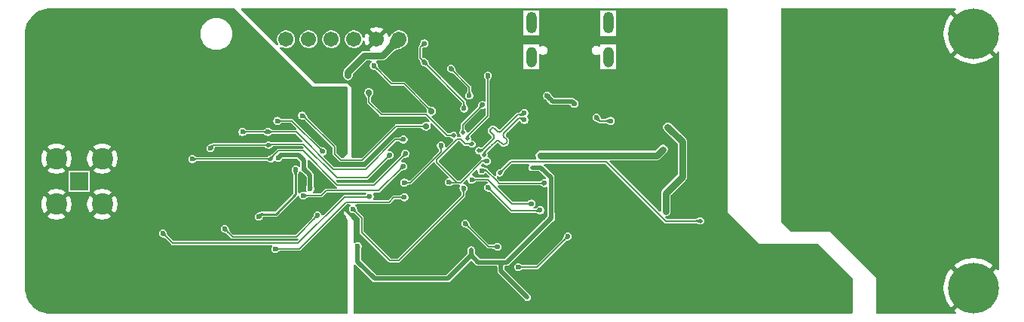
<source format=gbr>
%TF.GenerationSoftware,KiCad,Pcbnew,9.0.2+1*%
%TF.CreationDate,2025-07-24T16:09:37+01:00*%
%TF.ProjectId,OBC,4f42432e-6b69-4636-9164-5f7063625858,rev?*%
%TF.SameCoordinates,Original*%
%TF.FileFunction,Copper,L4,Bot*%
%TF.FilePolarity,Positive*%
%FSLAX45Y45*%
G04 Gerber Fmt 4.5, Leading zero omitted, Abs format (unit mm)*
G04 Created by KiCad (PCBNEW 9.0.2+1) date 2025-07-24 16:09:37*
%MOMM*%
%LPD*%
G01*
G04 APERTURE LIST*
%TA.AperFunction,ComponentPad*%
%ADD10R,2.100000X2.100000*%
%TD*%
%TA.AperFunction,ComponentPad*%
%ADD11C,2.400000*%
%TD*%
%TA.AperFunction,ComponentPad*%
%ADD12O,1.158000X2.316000*%
%TD*%
%TA.AperFunction,ComponentPad*%
%ADD13O,1.200000X2.400000*%
%TD*%
%TA.AperFunction,ComponentPad*%
%ADD14C,5.700000*%
%TD*%
%TA.AperFunction,ComponentPad*%
%ADD15C,1.701800*%
%TD*%
%TA.AperFunction,ViaPad*%
%ADD16C,0.500000*%
%TD*%
%TA.AperFunction,ViaPad*%
%ADD17C,0.600000*%
%TD*%
%TA.AperFunction,ViaPad*%
%ADD18C,0.700000*%
%TD*%
%TA.AperFunction,Conductor*%
%ADD19C,0.750000*%
%TD*%
%TA.AperFunction,Conductor*%
%ADD20C,0.500000*%
%TD*%
%TA.AperFunction,Conductor*%
%ADD21C,0.130000*%
%TD*%
%TA.AperFunction,Conductor*%
%ADD22C,0.250000*%
%TD*%
%TA.AperFunction,Conductor*%
%ADD23C,0.185000*%
%TD*%
%TA.AperFunction,Conductor*%
%ADD24C,0.200000*%
%TD*%
G04 APERTURE END LIST*
D10*
%TO.P,J4,1,1*%
%TO.N,Net-(C19-Pad1)*%
X10640000Y-10490000D03*
D11*
%TO.P,J4,2,2*%
%TO.N,GND*%
X10897500Y-10747500D03*
%TO.P,J4,3,3*%
X10897500Y-10232500D03*
%TO.P,J4,4,4*%
X10382500Y-10232500D03*
%TO.P,J4,5,5*%
X10382500Y-10747500D03*
%TD*%
D12*
%TO.P,J6,S3,SHIELD*%
%TO.N,unconnected-(J6-SHIELD-PadS1)_4*%
X16579342Y-9088750D03*
%TO.P,J6,S4,SHIELD*%
%TO.N,unconnected-(J6-SHIELD-PadS1)_5*%
X15715342Y-9088750D03*
D13*
%TO.P,J6,S5,SHIELD*%
%TO.N,unconnected-(J6-SHIELD-PadS1)*%
X16579342Y-8706250D03*
%TO.P,J6,S6,SHIELD*%
%TO.N,unconnected-(J6-SHIELD-PadS1)_3*%
X15715342Y-8706250D03*
%TD*%
D14*
%TO.P,H2,1,1*%
%TO.N,AGND*%
X20680000Y-8830000D03*
%TD*%
%TO.P,H3,1,1*%
%TO.N,AGND*%
X20680000Y-11690000D03*
%TD*%
D15*
%TO.P,J1,1,1*%
%TO.N,+5V*%
X14230000Y-8890000D03*
%TO.P,J1,2,2*%
%TO.N,GND*%
X13976000Y-8890000D03*
%TO.P,J1,3,3*%
%TO.N,/Nav RX UART*%
X13722000Y-8890000D03*
%TO.P,J1,4,4*%
%TO.N,/Nav TX UART*%
X13468000Y-8890000D03*
%TO.P,J1,5,5*%
%TO.N,/Nav RTS UART*%
X13214000Y-8890000D03*
%TO.P,J1,6,6*%
%TO.N,/Nav CTS UART*%
X12960000Y-8890000D03*
%TD*%
D16*
%TO.N,GND*%
X15681417Y-9490000D03*
D17*
X14360000Y-10370500D03*
X16670000Y-11950000D03*
D16*
X14601000Y-10924000D03*
D17*
X17700000Y-11950000D03*
D16*
X15048515Y-9213515D03*
X14145985Y-10760000D03*
D17*
X18225000Y-11950000D03*
X17270000Y-11450000D03*
X18500000Y-11685000D03*
X17526418Y-11255000D03*
D18*
X18966680Y-11821423D03*
D16*
X13943887Y-9285564D03*
D17*
X16655617Y-10090650D03*
X11855000Y-11945000D03*
X17576680Y-10734756D03*
X11155000Y-11945000D03*
D16*
X15837342Y-9219075D03*
D17*
X18050000Y-11950000D03*
X12205000Y-11945000D03*
X18575000Y-11950000D03*
X13443489Y-10124377D03*
X16293000Y-11667500D03*
X10990000Y-9895000D03*
D16*
X12914260Y-10625113D03*
D17*
X11675000Y-9085000D03*
X11330000Y-11945000D03*
X11670000Y-8610000D03*
X15950000Y-11000000D03*
D18*
X13002338Y-9494000D03*
D17*
X14774448Y-9283723D03*
X10995000Y-11440000D03*
D16*
X14806000Y-10879000D03*
D17*
X16596417Y-9590000D03*
X12580000Y-9085000D03*
X13875000Y-9165000D03*
D18*
X19056680Y-11738089D03*
D17*
X12468086Y-10883324D03*
X18925000Y-11950000D03*
D16*
X15294000Y-10790000D03*
X14904000Y-10430000D03*
D17*
X18400000Y-11950000D03*
X16335500Y-11580000D03*
D16*
X14426000Y-10909000D03*
D17*
X17180000Y-11140000D03*
X11505000Y-11945000D03*
X12380000Y-11945000D03*
X10610000Y-11795000D03*
D18*
X11801680Y-11494756D03*
X10643000Y-10974000D03*
D17*
X11325000Y-9085000D03*
X12872417Y-9984000D03*
X17020000Y-11450000D03*
X11420000Y-9005000D03*
X13977183Y-10667149D03*
X12905000Y-11945000D03*
X12680498Y-10959891D03*
D18*
X13601680Y-9494756D03*
D17*
X18218293Y-11570000D03*
X13430000Y-11750000D03*
D16*
X11902417Y-10518624D03*
X14027015Y-10878970D03*
D17*
X11495000Y-8610000D03*
X15541018Y-10038134D03*
D18*
X12401680Y-11494756D03*
D17*
X15809645Y-10112515D03*
D16*
X14904000Y-10260000D03*
D17*
X18150000Y-11685000D03*
X10610000Y-11445000D03*
D16*
X11707386Y-10518624D03*
X14390411Y-9920411D03*
D17*
X10728744Y-11323744D03*
D18*
X12702394Y-9494000D03*
X12701680Y-11494756D03*
D17*
X16150000Y-8740000D03*
X10420000Y-11620000D03*
X10306256Y-11323744D03*
X17600000Y-9972500D03*
X14587333Y-9618084D03*
X16835000Y-9715000D03*
X10182513Y-11447487D03*
X11060000Y-8694347D03*
X15818043Y-10567315D03*
X16825000Y-11950000D03*
X11935000Y-8695000D03*
D18*
X10155000Y-10562000D03*
X15306000Y-11729000D03*
X13602417Y-11194000D03*
D17*
X10316863Y-11200000D03*
X13152417Y-10559000D03*
X10690000Y-11715000D03*
X14524002Y-8857994D03*
X15460000Y-9000000D03*
D18*
X13301680Y-11494756D03*
D16*
X16457284Y-9281734D03*
D17*
X18393293Y-11570000D03*
D16*
X14734000Y-10260000D03*
X14914206Y-11259970D03*
D17*
X16050000Y-10375000D03*
X15240000Y-8760000D03*
X15911000Y-11424000D03*
X13356417Y-10440000D03*
X11500000Y-9085000D03*
X16185500Y-11690000D03*
D18*
X12402389Y-9494000D03*
D17*
X16705000Y-9455000D03*
X12430000Y-10435000D03*
X14920000Y-11950000D03*
X14506617Y-9224357D03*
X16920000Y-8885000D03*
X15800000Y-10740000D03*
X15095827Y-10412944D03*
D18*
X19056680Y-11821423D03*
X10343000Y-10974000D03*
X11201675Y-9494756D03*
X10155000Y-10262000D03*
D16*
X12816744Y-10528242D03*
D17*
X15684066Y-10406629D03*
X11155000Y-11590000D03*
X16023417Y-9479000D03*
X16750000Y-10075000D03*
D16*
X14201417Y-9500000D03*
D18*
X13601680Y-9794756D03*
D17*
X15464504Y-9968087D03*
X16476680Y-11254756D03*
D16*
X14904000Y-10090000D03*
D17*
X17525000Y-11950000D03*
X16430000Y-8740000D03*
X15289239Y-9790000D03*
D18*
X12101680Y-11494756D03*
D17*
X17350000Y-11950000D03*
X16700000Y-9025000D03*
X14860000Y-10565000D03*
D16*
X14989000Y-10345000D03*
X14814000Y-10350000D03*
D17*
X11235000Y-8694347D03*
X17500000Y-9725000D03*
X15445000Y-11950000D03*
X12230000Y-9085000D03*
D16*
X11902417Y-10421752D03*
D17*
X12730000Y-11945000D03*
X10420000Y-11445000D03*
X14946054Y-9509548D03*
D16*
X11804902Y-10518624D03*
D17*
X12405000Y-9400000D03*
X16930000Y-11140000D03*
X16656417Y-9901950D03*
D18*
X10802000Y-10009000D03*
D17*
X17875000Y-11950000D03*
D16*
X14648000Y-10375000D03*
D18*
X11101680Y-9699756D03*
X13602417Y-10894099D03*
D16*
X11902417Y-10615496D03*
D17*
X11145000Y-8610000D03*
X16630000Y-10960000D03*
X18325000Y-11685000D03*
X16145000Y-11950000D03*
X15555000Y-10880000D03*
X15970000Y-11950000D03*
X13605000Y-11750000D03*
X15664174Y-10686189D03*
X12476601Y-9855141D03*
X16495000Y-11950000D03*
D16*
X14422970Y-11041030D03*
D18*
X11501680Y-9494756D03*
D16*
X11240633Y-10374700D03*
D17*
X15620000Y-11950000D03*
X10990000Y-11097500D03*
X14395000Y-11950000D03*
D16*
X15272000Y-11178000D03*
D17*
X13550000Y-9295000D03*
D16*
X14106417Y-9500000D03*
X14723000Y-11357840D03*
D17*
X13880000Y-11950000D03*
X12200000Y-11050000D03*
D16*
X11804902Y-10421752D03*
D17*
X14916929Y-9070297D03*
X17576418Y-10610000D03*
X15795000Y-11950000D03*
X10340000Y-11525000D03*
X12468086Y-11008324D03*
X13255000Y-11945000D03*
X17575000Y-10420000D03*
D16*
X14819000Y-10175000D03*
X12816744Y-10431370D03*
D18*
X11802439Y-9494000D03*
D17*
X11680000Y-11945000D03*
X14775000Y-10045000D03*
X12783864Y-11300500D03*
X14164417Y-9158520D03*
D18*
X11102418Y-11293842D03*
D17*
X15691000Y-11254000D03*
X17475000Y-8851500D03*
X10610000Y-11620000D03*
X14858412Y-9159564D03*
D16*
X15161000Y-9099000D03*
X12914260Y-10528242D03*
D17*
X13255000Y-11750000D03*
X15855000Y-8740000D03*
D16*
X11707386Y-10421752D03*
D17*
X10193119Y-11323744D03*
X10185000Y-8694347D03*
D16*
X14574000Y-11377840D03*
D17*
X13133389Y-10721546D03*
X12370000Y-8610000D03*
X13350000Y-11670000D03*
D18*
X17227000Y-11790000D03*
X11201680Y-11494756D03*
D17*
X14220000Y-11950000D03*
X11502308Y-11096621D03*
X14586393Y-9932470D03*
D16*
X15477500Y-11037500D03*
D17*
X14164417Y-9278520D03*
X12776767Y-10007747D03*
X16380000Y-10960000D03*
X16976000Y-11789000D03*
X15149015Y-9318461D03*
D16*
X15396000Y-11113000D03*
D17*
X19275000Y-11950000D03*
D16*
X15034000Y-10915000D03*
D17*
X17611418Y-9615000D03*
X12405000Y-11585000D03*
X10885000Y-8694347D03*
D16*
X12719229Y-10431370D03*
D17*
X11930000Y-10165000D03*
D16*
X15736089Y-11009911D03*
D17*
X11595000Y-9005000D03*
D16*
X12788536Y-10167120D03*
X14106417Y-9675000D03*
X12719229Y-10625113D03*
D17*
X14800000Y-8743500D03*
D18*
X12102537Y-9494000D03*
D16*
X14201417Y-9675000D03*
D17*
X14903661Y-9800000D03*
X11410000Y-8694347D03*
D16*
X15941000Y-11646000D03*
X12914260Y-10431370D03*
X15589119Y-11130881D03*
D17*
X10430000Y-11200000D03*
X11156565Y-9390000D03*
D18*
X18966680Y-11738089D03*
D17*
X15503663Y-11491825D03*
X13311747Y-10797705D03*
X12065000Y-10055000D03*
X16925000Y-10375000D03*
X13525000Y-11670000D03*
D16*
X13908044Y-10997941D03*
D17*
X17136256Y-10071077D03*
X17142378Y-10754756D03*
X14224550Y-9967500D03*
X17606418Y-9360000D03*
X12020000Y-8610000D03*
D16*
X16197417Y-9340000D03*
D17*
X13766637Y-11144003D03*
X14745000Y-11950000D03*
D18*
X13601680Y-10094756D03*
D17*
X10340000Y-11700000D03*
D16*
X14034000Y-11150000D03*
D17*
X14410000Y-9030000D03*
D16*
X11707386Y-10615496D03*
D17*
X12815000Y-9880000D03*
D18*
X19056680Y-11571423D03*
D16*
X16268417Y-9239000D03*
X14201417Y-9587500D03*
D17*
X17000000Y-11950000D03*
D18*
X16486680Y-10375000D03*
D16*
X13721776Y-10875613D03*
X14989000Y-10175000D03*
X15388000Y-10948000D03*
X14474000Y-10800000D03*
D17*
X10420000Y-11795000D03*
X14520000Y-8575000D03*
D18*
X10943000Y-10974000D03*
D17*
X10852487Y-11447487D03*
D16*
X14304000Y-11160000D03*
D17*
X18568293Y-11570000D03*
X11760000Y-8695000D03*
X13605000Y-11945000D03*
X14365312Y-10220500D03*
X13933609Y-9422030D03*
D16*
X15311000Y-11029000D03*
D17*
X16565110Y-9872600D03*
X12555000Y-11945000D03*
X19100000Y-11950000D03*
X14210190Y-10562180D03*
D16*
X15548323Y-10464677D03*
D17*
X13262417Y-10335850D03*
X14055000Y-11950000D03*
X16726000Y-11789000D03*
D16*
X12719229Y-10528242D03*
X14257000Y-10742000D03*
D17*
X13946000Y-11329000D03*
D16*
X15074000Y-10260000D03*
D17*
X18750000Y-11950000D03*
D16*
X14185029Y-11278970D03*
D18*
X16576680Y-10375000D03*
X10202000Y-10008000D03*
D17*
X12922117Y-9861500D03*
D18*
X10155000Y-10862000D03*
D16*
X12816744Y-10625113D03*
D17*
X12325000Y-9005000D03*
X10605000Y-11200000D03*
X17175000Y-11950000D03*
D16*
X14346000Y-10829000D03*
X14106417Y-9587500D03*
D17*
X17611418Y-9485000D03*
D18*
X13001680Y-11494756D03*
D16*
X16098417Y-9239000D03*
D18*
X11102436Y-10000515D03*
D16*
X15179000Y-8915000D03*
D18*
X11501680Y-11494756D03*
D17*
X10690000Y-11540000D03*
X11845000Y-8610000D03*
X13080000Y-11945000D03*
X16074870Y-11054129D03*
D16*
X11804902Y-10615496D03*
D17*
X11585000Y-8694347D03*
X12195000Y-8610000D03*
X10718137Y-11200000D03*
D18*
X13302417Y-9494000D03*
D17*
X16394493Y-9824142D03*
D18*
X13602417Y-11494000D03*
X10502000Y-10008000D03*
D17*
X11320000Y-8610000D03*
X16494817Y-9346619D03*
X13115152Y-9820000D03*
X14199799Y-10207369D03*
X14885850Y-9667994D03*
D16*
X11588117Y-10901850D03*
D17*
X12500000Y-9005000D03*
X10445000Y-8610000D03*
X16320000Y-11950000D03*
X17725000Y-10825000D03*
D16*
X14726417Y-9470000D03*
D17*
X15163499Y-9706416D03*
X13062481Y-10280169D03*
X12405000Y-9085000D03*
X16373417Y-9496583D03*
X12030000Y-11945000D03*
X13615000Y-9165000D03*
X17610000Y-8851500D03*
X10841881Y-11323744D03*
X17611418Y-9105000D03*
X14360000Y-9315000D03*
X13430000Y-11945000D03*
D18*
X18966680Y-11571423D03*
D17*
X15363489Y-9861920D03*
X10980000Y-9550000D03*
%TO.N,+5V*%
X13656417Y-9300000D03*
X17246680Y-9879737D03*
X17224878Y-10827954D03*
%TO.N,+3.3V*%
X13232417Y-10574824D03*
X13162417Y-10349000D03*
X13766000Y-11219000D03*
D16*
X15406417Y-11400000D03*
D17*
X15936417Y-10900000D03*
D16*
X15725000Y-10335000D03*
D17*
X12872417Y-10227683D03*
D18*
X15816417Y-10199000D03*
D16*
X15669000Y-11795000D03*
X15040008Y-11259970D03*
X17195000Y-10130000D03*
D17*
%TO.N,/Nav TX UART*%
X13946575Y-9187407D03*
D18*
X14596417Y-9700000D03*
%TO.N,/Nav RX UART*%
X13891417Y-9490000D03*
D16*
X14844000Y-9970000D03*
D17*
%TO.N,/SD-Card  ~{CS} SPI*%
X15569000Y-11455000D03*
X16126000Y-11109000D03*
%TO.N,/SD-Card MISO SPI*%
X15339000Y-11225000D03*
X14974000Y-10965000D03*
%TO.N,VBUS*%
X15891917Y-9527500D03*
X16197417Y-9615000D03*
%TO.N,Net-(U1-DCC_FB)*%
X12656423Y-10886423D03*
X13068693Y-10355275D03*
D16*
%TO.N,/RADIO MISO SPI*%
X12792036Y-10239000D03*
D17*
X11907417Y-10239000D03*
X14301000Y-10179000D03*
%TO.N,/BUSY SX1280*%
X14276000Y-10319000D03*
X13152417Y-10649000D03*
%TO.N,/WRITE_RS*%
X15231000Y-10559000D03*
X15815000Y-10815000D03*
%TO.N,/RADIO MOSI SPI*%
X12111526Y-10118109D03*
D16*
X12765273Y-10081862D03*
D17*
X14126000Y-10194000D03*
%TO.N,/ENABLE_RS*%
X15046000Y-10469000D03*
X15716417Y-10740000D03*
%TO.N,Net-(MCU1-VREG_VOUT)*%
X15216869Y-10262500D03*
X14786000Y-10499000D03*
D16*
X15051000Y-10070000D03*
D17*
%TO.N,/DIO3 SX1280*%
X14701029Y-10085196D03*
X14289741Y-10503324D03*
%TO.N,/SX1280 ~{CS} SPI*%
X13371333Y-10155084D03*
X12863417Y-9810000D03*
%TO.N,/READ_RS*%
X15866417Y-10510000D03*
X15156037Y-10368192D03*
D18*
%TO.N,/~{PDN} NRF21540*%
X14536417Y-9870000D03*
D17*
X13142417Y-9749000D03*
%TO.N,/RADIO SCK SPI*%
X14281000Y-10019000D03*
X12472417Y-9934000D03*
X12757417Y-9934000D03*
%TO.N,/RX_EN NRF21540*%
X14291000Y-10669000D03*
X12842417Y-11249000D03*
D16*
%TO.N,/RP2040/USB_D+*%
X15127000Y-10144000D03*
D17*
X15636417Y-9719042D03*
%TO.N,/RP2040/USB_D-*%
X15636417Y-9798542D03*
D16*
X15184375Y-10193769D03*
D17*
%TO.N,/MODE NRF21540*%
X13901676Y-10660211D03*
X11577417Y-11074000D03*
%TO.N,/TX_EN NRF21540*%
X13316001Y-10872584D03*
X14954000Y-10565000D03*
X12272417Y-11024000D03*
X13711680Y-10799756D03*
D16*
%TO.N,/Buzzer*%
X17616680Y-10934756D03*
X15360000Y-10396000D03*
D17*
%TO.N,Net-(IC1-E2)*%
X16606417Y-9810000D03*
X16447526Y-9771109D03*
%TO.N,/RP2040/MCU SD3 SPI*%
X15226417Y-9300000D03*
D16*
X14998500Y-10010000D03*
D17*
%TO.N,/RP2040/MCU ~{CS} SPI*%
X14516417Y-9150000D03*
X14960823Y-9670000D03*
X14513794Y-8937659D03*
%TO.N,/RP2040/MCU SD0 SPI*%
X15166417Y-9630000D03*
D16*
X14948000Y-9942000D03*
D17*
%TO.N,/RP2040/MCU SD1 SPI*%
X14814000Y-9220000D03*
X15019293Y-9525707D03*
%TO.N,AGND*%
X19130000Y-9800000D03*
X19455000Y-10289506D03*
D18*
X19876680Y-11831423D03*
D17*
X20340000Y-11830000D03*
D18*
X19966680Y-11831423D03*
D17*
X19086256Y-10037273D03*
X18991680Y-9974756D03*
X19425000Y-10870000D03*
X20680000Y-11320000D03*
X20860000Y-11255000D03*
X20310000Y-8830000D03*
X20860000Y-9270000D03*
X20335000Y-11550000D03*
D16*
X19172500Y-8822500D03*
D17*
X20205000Y-8830000D03*
X19712443Y-9642256D03*
X19632443Y-9547256D03*
X20340000Y-8690000D03*
X18700000Y-8640000D03*
D16*
X18575000Y-8850000D03*
D18*
X19876680Y-11748089D03*
D17*
X20415000Y-11950000D03*
X20340000Y-9170000D03*
X18806418Y-9485000D03*
X19760000Y-11063162D03*
X19800000Y-10290000D03*
X20680000Y-9310000D03*
X19225000Y-9070000D03*
X19678774Y-11151999D03*
X18806680Y-10736000D03*
X19505000Y-10950000D03*
X20245000Y-11515000D03*
X20940000Y-11430000D03*
X20245000Y-8650000D03*
X18806418Y-9360000D03*
X18695000Y-9705000D03*
X20095000Y-10290000D03*
X19775000Y-10890000D03*
X20940000Y-9095000D03*
D16*
X19038418Y-8710000D03*
D17*
X18806019Y-10607399D03*
X19088774Y-10878838D03*
X19210000Y-9545000D03*
D18*
X19966680Y-11664756D03*
D17*
X20180000Y-9900000D03*
X20680000Y-11220000D03*
X18807418Y-10101000D03*
X18796680Y-10481000D03*
X20820000Y-9170000D03*
X18807418Y-9972500D03*
X20420000Y-11430000D03*
X20420000Y-8570000D03*
X19225000Y-9245000D03*
X20540000Y-11345000D03*
X19168774Y-10958838D03*
X20540000Y-9175000D03*
X20210000Y-11690000D03*
X19130000Y-9625000D03*
X19680000Y-10950000D03*
X20017500Y-10730000D03*
X19295000Y-10290000D03*
X20680000Y-9200000D03*
X19210000Y-9720000D03*
X20310000Y-11690000D03*
X19225000Y-9420000D03*
X18856418Y-8725000D03*
X20245000Y-11865000D03*
X20820000Y-11350000D03*
X18991680Y-10114756D03*
X20335000Y-8975000D03*
D18*
X19966680Y-11748089D03*
D17*
X18806418Y-9610000D03*
X18806418Y-9230000D03*
X18912000Y-10959000D03*
X19712443Y-9817256D03*
X20430000Y-9082500D03*
X19632443Y-9722256D03*
%TD*%
D19*
%TO.N,+5V*%
X14043000Y-9077000D02*
X14230000Y-8890000D01*
X17246680Y-9879737D02*
X17411680Y-10044737D01*
X13656417Y-9300000D02*
X13656417Y-9262000D01*
X17224878Y-10621558D02*
X17224878Y-10827954D01*
X17411680Y-10434756D02*
X17224878Y-10621558D01*
X13841417Y-9077000D02*
X14043000Y-9077000D01*
X13656417Y-9262000D02*
X13841417Y-9077000D01*
X17411680Y-10044737D02*
X17411680Y-10434756D01*
D20*
%TO.N,+3.3V*%
X13162417Y-10252418D02*
X13162417Y-10349000D01*
X14777017Y-11585000D02*
X15040008Y-11322008D01*
X13766000Y-11219000D02*
X13766000Y-11394000D01*
X15821417Y-10335000D02*
X15725000Y-10335000D01*
X15936417Y-10450000D02*
X15821417Y-10335000D01*
D19*
X17125000Y-10199000D02*
X15816417Y-10199000D01*
D20*
X13232417Y-10419000D02*
X13162417Y-10349000D01*
X15439000Y-11400000D02*
X15936417Y-10902583D01*
X12908500Y-10191600D02*
X13101600Y-10191600D01*
X15374000Y-11432417D02*
X15374000Y-11500000D01*
X15936417Y-10902583D02*
X15936417Y-10900000D01*
X15118000Y-11400000D02*
X15040008Y-11322008D01*
D19*
X17194000Y-10130000D02*
X17125000Y-10199000D01*
D20*
X15406417Y-11400000D02*
X15374000Y-11432417D01*
X15040008Y-11322008D02*
X15040008Y-11259970D01*
X13232417Y-10574824D02*
X13232417Y-10419000D01*
D19*
X17195000Y-10130000D02*
X17194000Y-10130000D01*
D20*
X15406417Y-11400000D02*
X15439000Y-11400000D01*
X13101600Y-10191600D02*
X13162417Y-10252418D01*
X15406417Y-11400000D02*
X15118000Y-11400000D01*
X12872417Y-10227683D02*
X12908500Y-10191600D01*
X13957000Y-11585000D02*
X14777017Y-11585000D01*
X15374000Y-11500000D02*
X15669000Y-11795000D01*
X13766000Y-11394000D02*
X13957000Y-11585000D01*
X15936417Y-10900000D02*
X15936417Y-10450000D01*
D21*
%TO.N,/Nav TX UART*%
X13946575Y-9189075D02*
X14147500Y-9390000D01*
X14147500Y-9390000D02*
X14286417Y-9390000D01*
X13946575Y-9187407D02*
X13946575Y-9189075D01*
X14286417Y-9390000D02*
X14596417Y-9700000D01*
%TO.N,/Nav RX UART*%
X13891417Y-9601000D02*
X14030417Y-9740000D01*
X13891417Y-9490000D02*
X13891417Y-9601000D01*
X14030417Y-9740000D02*
X14536417Y-9740000D01*
X14766417Y-9970000D02*
X14844000Y-9970000D01*
X14536417Y-9740000D02*
X14766417Y-9970000D01*
%TO.N,/SD-Card  ~{CS} SPI*%
X15780000Y-11455000D02*
X15569000Y-11455000D01*
X16126000Y-11109000D02*
X15780000Y-11455000D01*
%TO.N,/SD-Card MISO SPI*%
X14974000Y-10965000D02*
X15234000Y-11225000D01*
X15234000Y-11225000D02*
X15339000Y-11225000D01*
D20*
%TO.N,VBUS*%
X16172417Y-9590000D02*
X16197417Y-9615000D01*
X15956417Y-9590000D02*
X16172417Y-9590000D01*
X15893917Y-9527500D02*
X15956417Y-9590000D01*
X15891917Y-9527500D02*
X15893917Y-9527500D01*
D22*
%TO.N,Net-(U1-DCC_FB)*%
X12656423Y-10886423D02*
X12683847Y-10859000D01*
X12847417Y-10859000D02*
X13068693Y-10637725D01*
X13068693Y-10637725D02*
X13068693Y-10355275D01*
X12683847Y-10859000D02*
X12847417Y-10859000D01*
D21*
%TO.N,/RADIO MISO SPI*%
X12876417Y-10145000D02*
X12792036Y-10229381D01*
X14301000Y-10179000D02*
X13950000Y-10530000D01*
X13950000Y-10530000D02*
X13534917Y-10530000D01*
X12792036Y-10229381D02*
X12792036Y-10239000D01*
X13534917Y-10530000D02*
X13149917Y-10145000D01*
X11907417Y-10239000D02*
X12792036Y-10239000D01*
X13149917Y-10145000D02*
X12876417Y-10145000D01*
%TO.N,/BUSY SX1280*%
X14000244Y-10594756D02*
X13411661Y-10594756D01*
X14276000Y-10319000D02*
X14276000Y-10320418D01*
X13411661Y-10594756D02*
X13357417Y-10649000D01*
X14276000Y-10319000D02*
X14000244Y-10594756D01*
X13357417Y-10649000D02*
X13152417Y-10649000D01*
%TO.N,/WRITE_RS*%
X15492000Y-10820000D02*
X15231000Y-10559000D01*
X15810000Y-10820000D02*
X15492000Y-10820000D01*
X15815000Y-10815000D02*
X15810000Y-10820000D01*
%TO.N,/RADIO MOSI SPI*%
X12773134Y-10074000D02*
X12765273Y-10081862D01*
X13157417Y-10074000D02*
X12773134Y-10074000D01*
X13533417Y-10450000D02*
X13157417Y-10074000D01*
X13870000Y-10450000D02*
X13533417Y-10450000D01*
X14126000Y-10194000D02*
X13870000Y-10450000D01*
X12147774Y-10081862D02*
X12765273Y-10081862D01*
X12111526Y-10118109D02*
X12147774Y-10081862D01*
%TO.N,/ENABLE_RS*%
X15229000Y-10469000D02*
X15046000Y-10469000D01*
X15716417Y-10740000D02*
X15500000Y-10740000D01*
X15500000Y-10740000D02*
X15229000Y-10469000D01*
%TO.N,Net-(MCU1-VREG_VOUT)*%
X15216869Y-10262500D02*
X15204369Y-10250000D01*
X14919000Y-10015000D02*
X14884000Y-10015000D01*
X15051000Y-10070000D02*
X14974000Y-10070000D01*
X14786000Y-10499000D02*
X14792000Y-10505000D01*
X14654000Y-10275000D02*
X14884000Y-10505000D01*
X14792000Y-10505000D02*
X14884000Y-10505000D01*
X14919000Y-10505000D02*
X14884000Y-10505000D01*
X14919000Y-10505000D02*
X15161500Y-10262500D01*
X15161500Y-10262500D02*
X15216869Y-10262500D01*
X14654000Y-10245000D02*
X14654000Y-10275000D01*
X14974000Y-10070000D02*
X14919000Y-10015000D01*
X14884000Y-10015000D02*
X14654000Y-10245000D01*
%TO.N,/DIO3 SX1280*%
X14701029Y-10158231D02*
X14701029Y-10085196D01*
X14289741Y-10503324D02*
X14356676Y-10503324D01*
X14625900Y-10233361D02*
X14701029Y-10158231D01*
X14356676Y-10503324D02*
X14625900Y-10234100D01*
X14625900Y-10234100D02*
X14625900Y-10233361D01*
%TO.N,/SX1280 ~{CS} SPI*%
X12863417Y-9810000D02*
X13028417Y-9810000D01*
X13371333Y-10152916D02*
X13371333Y-10155084D01*
X13028417Y-9810000D02*
X13371333Y-10152916D01*
%TO.N,/READ_RS*%
X15156037Y-10368192D02*
X15214609Y-10368192D01*
X15865140Y-10511277D02*
X15866417Y-10510000D01*
X15357695Y-10511277D02*
X15865140Y-10511277D01*
X15326417Y-10480000D02*
X15357695Y-10511277D01*
X15214609Y-10368192D02*
X15326417Y-10480000D01*
%TO.N,/~{PDN} NRF21540*%
X13576417Y-10250000D02*
X13507417Y-10181000D01*
X13507417Y-10101000D02*
X13155417Y-9749000D01*
X13507417Y-10181000D02*
X13507417Y-10101000D01*
X13816417Y-10250000D02*
X13576417Y-10250000D01*
X14196417Y-9870000D02*
X13816417Y-10250000D01*
X13155417Y-9749000D02*
X13142417Y-9749000D01*
X14536417Y-9870000D02*
X14196417Y-9870000D01*
%TO.N,/RADIO SCK SPI*%
X12472417Y-9934000D02*
X12757417Y-9934000D01*
X13856417Y-10350000D02*
X13493417Y-10350000D01*
X14281000Y-10019000D02*
X14187417Y-10019000D01*
X13493417Y-10350000D02*
X13075817Y-9932400D01*
X14187417Y-10019000D02*
X13856417Y-10350000D01*
X13075817Y-9932400D02*
X12766521Y-9932400D01*
%TO.N,/RX_EN NRF21540*%
X12842417Y-11249000D02*
X13108436Y-11249000D01*
X13108436Y-11249000D02*
X13632680Y-10724756D01*
X14171083Y-10669000D02*
X14291000Y-10669000D01*
X13632680Y-10724756D02*
X14115327Y-10724756D01*
X14115327Y-10724756D02*
X14171083Y-10669000D01*
D23*
%TO.N,/RP2040/USB_D+*%
X15337130Y-9929361D02*
X15302058Y-9894289D01*
X15292583Y-10009547D02*
X15283673Y-10018456D01*
X15283673Y-10018456D02*
X15266467Y-10035663D01*
X15157505Y-10144625D02*
X15127625Y-10144625D01*
X15127625Y-10144625D02*
X15127000Y-10144000D01*
X15257510Y-9938836D02*
X15292583Y-9973909D01*
X15266467Y-10035663D02*
X15157505Y-10144625D01*
X15615667Y-9739792D02*
X15562338Y-9739792D01*
X15636417Y-9719042D02*
X15615667Y-9739792D01*
X15266420Y-9894289D02*
X15257510Y-9903198D01*
X15562338Y-9739792D02*
X15420852Y-9881278D01*
X15420852Y-9881278D02*
X15372769Y-9929361D01*
X15257510Y-9903198D02*
G75*
G03*
X15257507Y-9938839I17820J-17822D01*
G01*
X15372769Y-9929361D02*
G75*
G02*
X15337130Y-9929361I-17819J17819D01*
G01*
X15302058Y-9894289D02*
G75*
G03*
X15266420Y-9894289I-17819J-17819D01*
G01*
X15292583Y-9973909D02*
G75*
G02*
X15292585Y-10009549I-17823J-17821D01*
G01*
%TO.N,/RP2040/USB_D-*%
X15357488Y-10037980D02*
X15386479Y-10066971D01*
X15435977Y-10017474D02*
X15406985Y-9988482D01*
X15426077Y-10066971D02*
X15435977Y-10057072D01*
X15615667Y-9777792D02*
X15636417Y-9798542D01*
X15184375Y-10193769D02*
X15184375Y-10171495D01*
X15184375Y-10171495D02*
X15260878Y-10094992D01*
X15260878Y-10094992D02*
X15317890Y-10037980D01*
X15423093Y-9932777D02*
X15578078Y-9777792D01*
X15578078Y-9777792D02*
X15615667Y-9777792D01*
X15406985Y-9948884D02*
X15416885Y-9938985D01*
X15416885Y-9938985D02*
X15423093Y-9932777D01*
X15386479Y-10066971D02*
G75*
G03*
X15426077Y-10066971I19799J19799D01*
G01*
X15406985Y-9988482D02*
G75*
G02*
X15406982Y-9948881I19795J19802D01*
G01*
X15435977Y-10057072D02*
G75*
G03*
X15435979Y-10017471I-19797J19802D01*
G01*
X15317890Y-10037980D02*
G75*
G02*
X15357488Y-10037980I19799J-19799D01*
G01*
D21*
%TO.N,/MODE NRF21540*%
X13616661Y-10664756D02*
X13897131Y-10664756D01*
X13897131Y-10664756D02*
X13901676Y-10660211D01*
X11687417Y-11184000D02*
X13097417Y-11184000D01*
X13097417Y-11184000D02*
X13616661Y-10664756D01*
X11577417Y-11074000D02*
X11687417Y-11184000D01*
%TO.N,/TX_EN NRF21540*%
X13316001Y-10872584D02*
X13074585Y-11114000D01*
X14954000Y-10565000D02*
X14954000Y-10651000D01*
X14126417Y-11380000D02*
X14225000Y-11380000D01*
X12362417Y-11114000D02*
X12272417Y-11024000D01*
X14225000Y-11380000D02*
X14954000Y-10651000D01*
X13812417Y-10900493D02*
X13812417Y-11066000D01*
X13074585Y-11114000D02*
X12362417Y-11114000D01*
X13812417Y-11066000D02*
X14126417Y-11380000D01*
X13711680Y-10799756D02*
X13812417Y-10900493D01*
D24*
%TO.N,/Buzzer*%
X17221680Y-10934756D02*
X16556924Y-10270000D01*
X15486000Y-10270000D02*
X15360000Y-10396000D01*
X16556924Y-10270000D02*
X15486000Y-10270000D01*
X17616680Y-10934756D02*
X17221680Y-10934756D01*
%TO.N,Net-(IC1-E2)*%
X16447526Y-9771109D02*
X16447527Y-9771109D01*
X16486417Y-9810000D02*
X16606417Y-9810000D01*
X16447527Y-9771109D02*
X16486417Y-9810000D01*
D21*
%TO.N,/RP2040/MCU SD3 SPI*%
X14998500Y-9977918D02*
X14998500Y-10010000D01*
X15226417Y-9750000D02*
X14998500Y-9977918D01*
X15226417Y-9300000D02*
X15226417Y-9750000D01*
%TO.N,/RP2040/MCU ~{CS} SPI*%
X14466417Y-9100000D02*
X14516417Y-9150000D01*
X14513794Y-8937659D02*
X14466417Y-8985036D01*
X14516417Y-9152744D02*
X14960823Y-9597149D01*
X14960823Y-9597149D02*
X14960823Y-9670000D01*
X14466417Y-8985036D02*
X14466417Y-9100000D01*
X14516417Y-9150000D02*
X14516417Y-9152744D01*
%TO.N,/RP2040/MCU SD0 SPI*%
X14944000Y-9938000D02*
X14948000Y-9942000D01*
X15157417Y-9639000D02*
X15156000Y-9639000D01*
X14944000Y-9851000D02*
X14944000Y-9938000D01*
X15166417Y-9630000D02*
X15157417Y-9639000D01*
X15156000Y-9639000D02*
X14944000Y-9851000D01*
%TO.N,/RP2040/MCU SD1 SPI*%
X15020000Y-9428583D02*
X14814000Y-9222583D01*
X15020000Y-9525000D02*
X15020000Y-9428583D01*
X15019293Y-9525707D02*
X15020000Y-9525000D01*
X14814000Y-9222583D02*
X14814000Y-9220000D01*
%TD*%
%TA.AperFunction,Conductor*%
%TO.N,/RADIO MOSI SPI*%
G36*
X12155552Y-10075723D02*
G01*
X12155934Y-10076533D01*
X12155936Y-10076590D01*
X12155936Y-10087381D01*
X12155593Y-10088208D01*
X12154970Y-10088533D01*
X12147696Y-10089821D01*
X12147696Y-10089821D01*
X12145193Y-10091548D01*
X12143542Y-10093854D01*
X12143541Y-10093854D01*
X12142119Y-10099942D01*
X12142074Y-10107565D01*
X12142129Y-10113914D01*
X12142120Y-10114069D01*
X12140738Y-10125124D01*
X12140645Y-10125457D01*
X12137036Y-10133514D01*
X12136385Y-10134129D01*
X12135489Y-10134104D01*
X12135320Y-10134010D01*
X12122228Y-10125297D01*
X12111833Y-10118379D01*
X12111334Y-10117636D01*
X12111333Y-10117630D01*
X12110637Y-10114069D01*
X12105883Y-10089754D01*
X12106060Y-10088877D01*
X12106725Y-10088401D01*
X12118862Y-10085118D01*
X12127880Y-10081355D01*
X12127916Y-10081340D01*
X12139025Y-10077138D01*
X12139235Y-10077080D01*
X12146274Y-10075841D01*
X12146419Y-10075825D01*
X12154709Y-10075421D01*
X12155552Y-10075723D01*
G37*
%TD.AperFunction*%
%TD*%
%TA.AperFunction,Conductor*%
%TO.N,/RADIO MOSI SPI*%
G36*
X14097755Y-10188378D02*
G01*
X14124657Y-10193652D01*
X14125299Y-10193778D01*
X14126045Y-10194273D01*
X14126222Y-10194701D01*
X14131620Y-10222239D01*
X14131443Y-10223116D01*
X14130697Y-10223612D01*
X14130661Y-10223618D01*
X14118438Y-10225617D01*
X14118423Y-10225620D01*
X14112578Y-10226499D01*
X14112578Y-10226499D01*
X14102545Y-10229590D01*
X14102545Y-10229590D01*
X14096200Y-10233714D01*
X14096199Y-10233715D01*
X14089403Y-10239868D01*
X14088559Y-10240169D01*
X14087790Y-10239828D01*
X14080168Y-10232205D01*
X14079825Y-10231378D01*
X14080123Y-10230598D01*
X14086800Y-10223136D01*
X14090972Y-10216272D01*
X14093100Y-10209520D01*
X14094381Y-10201568D01*
X14096381Y-10189339D01*
X14096853Y-10188578D01*
X14097725Y-10188373D01*
X14097755Y-10188378D01*
G37*
%TD.AperFunction*%
%TD*%
%TA.AperFunction,Conductor*%
%TO.N,/RADIO MISO SPI*%
G36*
X11925035Y-10214740D02*
G01*
X11925064Y-10214760D01*
X11935121Y-10221989D01*
X11935133Y-10221998D01*
X11939888Y-10225511D01*
X11939888Y-10225511D01*
X11939889Y-10225511D01*
X11949168Y-10230419D01*
X11949168Y-10230419D01*
X11949169Y-10230419D01*
X11956572Y-10231990D01*
X11965729Y-10232445D01*
X11966538Y-10232828D01*
X11966841Y-10233613D01*
X11966841Y-10244393D01*
X11966498Y-10245220D01*
X11965736Y-10245561D01*
X11955738Y-10246117D01*
X11947934Y-10248020D01*
X11947934Y-10248020D01*
X11941655Y-10251289D01*
X11935126Y-10256007D01*
X11935124Y-10256008D01*
X11925065Y-10263239D01*
X11924193Y-10263444D01*
X11923432Y-10262972D01*
X11923411Y-10262942D01*
X11913380Y-10248020D01*
X11907756Y-10239653D01*
X11907579Y-10238775D01*
X11907756Y-10238347D01*
X11923411Y-10215058D01*
X11924157Y-10214563D01*
X11925035Y-10214740D01*
G37*
%TD.AperFunction*%
%TD*%
%TA.AperFunction,Conductor*%
%TO.N,/SD-Card MISO SPI*%
G36*
X15003116Y-10959557D02*
G01*
X15003612Y-10960303D01*
X15003618Y-10960339D01*
X15005617Y-10972562D01*
X15005620Y-10972577D01*
X15006498Y-10978421D01*
X15006499Y-10978422D01*
X15009590Y-10988454D01*
X15009590Y-10988455D01*
X15013714Y-10994801D01*
X15013714Y-10994801D01*
X15019868Y-11001597D01*
X15020169Y-11002441D01*
X15019828Y-11003210D01*
X15012205Y-11010832D01*
X15011378Y-11011175D01*
X15010598Y-11010877D01*
X15003136Y-11004200D01*
X15003136Y-11004200D01*
X14996272Y-11000027D01*
X14996272Y-11000027D01*
X14992896Y-10998964D01*
X14989519Y-10997900D01*
X14985862Y-10997310D01*
X14981570Y-10996619D01*
X14981568Y-10996617D01*
X14981568Y-10996618D01*
X14969339Y-10994618D01*
X14968578Y-10994147D01*
X14968373Y-10993275D01*
X14968378Y-10993246D01*
X14973778Y-10965701D01*
X14974273Y-10964955D01*
X14974701Y-10964778D01*
X15002239Y-10959380D01*
X15003116Y-10959557D01*
G37*
%TD.AperFunction*%
%TD*%
%TA.AperFunction,Conductor*%
%TO.N,/READ_RS*%
G36*
X15173651Y-10343798D02*
G01*
X15179540Y-10347225D01*
X15185503Y-10349670D01*
X15195692Y-10351963D01*
X15199434Y-10352620D01*
X15199606Y-10352664D01*
X15208833Y-10355800D01*
X15209090Y-10355924D01*
X15214015Y-10359096D01*
X15214156Y-10359203D01*
X15218875Y-10363373D01*
X15219268Y-10364178D01*
X15218977Y-10365025D01*
X15218927Y-10365077D01*
X15211300Y-10372705D01*
X15210472Y-10373048D01*
X15209814Y-10372845D01*
X15205819Y-10370126D01*
X15203881Y-10368808D01*
X15200937Y-10368421D01*
X15200936Y-10368421D01*
X15200060Y-10368633D01*
X15198173Y-10369087D01*
X15198173Y-10369087D01*
X15198173Y-10369087D01*
X15198172Y-10369087D01*
X15192884Y-10372918D01*
X15192883Y-10372918D01*
X15192883Y-10372919D01*
X15187405Y-10378992D01*
X15187401Y-10378996D01*
X15182157Y-10384922D01*
X15182048Y-10385031D01*
X15173706Y-10392267D01*
X15172856Y-10392550D01*
X15172055Y-10392150D01*
X15171967Y-10392034D01*
X15159176Y-10372919D01*
X15156403Y-10368773D01*
X15156227Y-10367895D01*
X15156404Y-10367470D01*
X15172092Y-10344156D01*
X15172838Y-10343661D01*
X15173651Y-10343798D01*
G37*
%TD.AperFunction*%
%TD*%
%TA.AperFunction,Conductor*%
%TO.N,/Buzzer*%
G36*
X15388725Y-10354693D02*
G01*
X15401310Y-10367279D01*
X15401653Y-10368106D01*
X15401360Y-10368880D01*
X15396500Y-10374395D01*
X15393047Y-10379873D01*
X15393047Y-10379874D01*
X15389583Y-10389831D01*
X15387419Y-10397061D01*
X15387337Y-10397264D01*
X15381386Y-10408734D01*
X15380701Y-10409310D01*
X15379809Y-10409234D01*
X15379701Y-10409170D01*
X15360127Y-10396202D01*
X15359798Y-10395873D01*
X15354633Y-10388076D01*
X15346819Y-10376283D01*
X15346648Y-10375405D01*
X15347149Y-10374662D01*
X15347241Y-10374607D01*
X15357279Y-10369219D01*
X15357482Y-10369134D01*
X15363984Y-10367100D01*
X15366170Y-10366416D01*
X15371490Y-10364506D01*
X15376810Y-10362595D01*
X15381991Y-10359207D01*
X15387120Y-10354646D01*
X15387966Y-10354353D01*
X15388725Y-10354693D01*
G37*
%TD.AperFunction*%
%TD*%
%TA.AperFunction,Conductor*%
%TO.N,/RP2040/USB_D-*%
G36*
X15629333Y-9767035D02*
G01*
X15629450Y-9767048D01*
X15641076Y-9768925D01*
X15641838Y-9769396D01*
X15642045Y-9770267D01*
X15642038Y-9770305D01*
X15636611Y-9798063D01*
X15636116Y-9798809D01*
X15636111Y-9798812D01*
X15612520Y-9814513D01*
X15611641Y-9814686D01*
X15610897Y-9814187D01*
X15610854Y-9814116D01*
X15607393Y-9808011D01*
X15607338Y-9807900D01*
X15604538Y-9801461D01*
X15600662Y-9793434D01*
X15595671Y-9788933D01*
X15595671Y-9788933D01*
X15591373Y-9787528D01*
X15591373Y-9787528D01*
X15586629Y-9787131D01*
X15585833Y-9786721D01*
X15585556Y-9785966D01*
X15585556Y-9769649D01*
X15585899Y-9768822D01*
X15586662Y-9768481D01*
X15605724Y-9767436D01*
X15608387Y-9767290D01*
X15608387Y-9767290D01*
X15608390Y-9767290D01*
X15619901Y-9766506D01*
X15620044Y-9766506D01*
X15629333Y-9767035D01*
G37*
%TD.AperFunction*%
%TD*%
%TA.AperFunction,Conductor*%
%TO.N,/TX_EN NRF21540*%
G36*
X13287757Y-10866962D02*
G01*
X13314659Y-10872236D01*
X13315300Y-10872362D01*
X13316046Y-10872857D01*
X13316223Y-10873285D01*
X13321622Y-10900823D01*
X13321445Y-10901700D01*
X13320699Y-10902196D01*
X13320663Y-10902202D01*
X13308439Y-10904201D01*
X13308425Y-10904204D01*
X13302580Y-10905083D01*
X13302579Y-10905083D01*
X13292547Y-10908174D01*
X13292546Y-10908174D01*
X13286201Y-10912298D01*
X13286200Y-10912299D01*
X13279404Y-10918452D01*
X13278561Y-10918753D01*
X13277792Y-10918412D01*
X13270169Y-10910789D01*
X13269826Y-10909962D01*
X13270124Y-10909182D01*
X13276801Y-10901720D01*
X13280974Y-10894856D01*
X13283102Y-10888104D01*
X13284383Y-10880152D01*
X13286383Y-10867923D01*
X13286855Y-10867162D01*
X13287726Y-10866957D01*
X13287757Y-10866962D01*
G37*
%TD.AperFunction*%
%TD*%
%TA.AperFunction,Conductor*%
%TO.N,Net-(IC1-E2)*%
G36*
X16600258Y-9781009D02*
G01*
X16600795Y-9781725D01*
X16600809Y-9781784D01*
X16606470Y-9809768D01*
X16606470Y-9810232D01*
X16600810Y-9838213D01*
X16600310Y-9838956D01*
X16599431Y-9839128D01*
X16599369Y-9839114D01*
X16594231Y-9837782D01*
X16593697Y-9837477D01*
X16592771Y-9836551D01*
X16592771Y-9836550D01*
X16582498Y-9830620D01*
X16582498Y-9830620D01*
X16575961Y-9828868D01*
X16575627Y-9828719D01*
X16571748Y-9826202D01*
X16561869Y-9821766D01*
X16561869Y-9821766D01*
X16555317Y-9820471D01*
X16548098Y-9820062D01*
X16547291Y-9819674D01*
X16546994Y-9818894D01*
X16546994Y-9801089D01*
X16547337Y-9800262D01*
X16548080Y-9799922D01*
X16557075Y-9799280D01*
X16564595Y-9797346D01*
X16570506Y-9794538D01*
X16575743Y-9791205D01*
X16575772Y-9791187D01*
X16586011Y-9785188D01*
X16586176Y-9785108D01*
X16592413Y-9782676D01*
X16592544Y-9782634D01*
X16599372Y-9780882D01*
X16600258Y-9781009D01*
G37*
%TD.AperFunction*%
%TD*%
%TA.AperFunction,Conductor*%
%TO.N,/SX1280 ~{CS} SPI*%
G36*
X12881035Y-9785740D02*
G01*
X12881064Y-9785760D01*
X12891121Y-9792989D01*
X12891133Y-9792998D01*
X12895888Y-9796511D01*
X12895888Y-9796511D01*
X12895889Y-9796511D01*
X12905168Y-9801419D01*
X12905168Y-9801419D01*
X12905169Y-9801419D01*
X12912572Y-9802990D01*
X12921729Y-9803445D01*
X12922538Y-9803828D01*
X12922841Y-9804613D01*
X12922841Y-9815280D01*
X12922498Y-9816107D01*
X12921671Y-9816450D01*
X12916186Y-9816450D01*
X12914328Y-9816948D01*
X12914090Y-9816986D01*
X12911738Y-9817117D01*
X12903934Y-9819020D01*
X12903934Y-9819020D01*
X12897655Y-9822289D01*
X12891126Y-9827007D01*
X12891124Y-9827008D01*
X12881065Y-9834239D01*
X12880193Y-9834444D01*
X12879432Y-9833972D01*
X12879411Y-9833942D01*
X12869380Y-9819020D01*
X12863756Y-9810653D01*
X12863579Y-9809775D01*
X12863756Y-9809347D01*
X12879411Y-9786058D01*
X12880157Y-9785563D01*
X12881035Y-9785740D01*
G37*
%TD.AperFunction*%
%TD*%
%TA.AperFunction,Conductor*%
%TO.N,Net-(MCU1-VREG_VOUT)*%
G36*
X15200818Y-10238472D02*
G01*
X15215823Y-10260771D01*
X15216501Y-10261778D01*
X15216679Y-10262656D01*
X15216503Y-10263082D01*
X15200916Y-10286376D01*
X15200171Y-10286873D01*
X15199293Y-10286698D01*
X15199206Y-10286633D01*
X15196268Y-10284240D01*
X15192761Y-10281382D01*
X15192658Y-10281287D01*
X15186520Y-10274918D01*
X15186515Y-10274913D01*
X15182192Y-10270368D01*
X15176130Y-10265818D01*
X15176130Y-10265818D01*
X15170645Y-10265212D01*
X15170645Y-10265212D01*
X15167127Y-10266752D01*
X15164049Y-10269288D01*
X15163192Y-10269550D01*
X15162477Y-10269212D01*
X15154919Y-10261653D01*
X15154576Y-10260826D01*
X15154919Y-10259999D01*
X15154972Y-10259948D01*
X15160933Y-10254708D01*
X15161085Y-10254595D01*
X15166925Y-10250949D01*
X15167168Y-10250834D01*
X15178005Y-10247161D01*
X15178038Y-10247150D01*
X15186872Y-10244531D01*
X15193018Y-10241814D01*
X15199251Y-10238119D01*
X15200137Y-10237992D01*
X15200818Y-10238472D01*
G37*
%TD.AperFunction*%
%TD*%
%TA.AperFunction,Conductor*%
%TO.N,/SX1280 ~{CS} SPI*%
G36*
X13335817Y-10108086D02*
G01*
X13342687Y-10113946D01*
X13342687Y-10113946D01*
X13349492Y-10117718D01*
X13349492Y-10117718D01*
X13349492Y-10117718D01*
X13352833Y-10118737D01*
X13355810Y-10119645D01*
X13362016Y-10120668D01*
X13362072Y-10120678D01*
X13372034Y-10122855D01*
X13374951Y-10123492D01*
X13375160Y-10123559D01*
X13377851Y-10124706D01*
X13381071Y-10126080D01*
X13381204Y-10126147D01*
X13386935Y-10129514D01*
X13387475Y-10130228D01*
X13387351Y-10131115D01*
X13387317Y-10131170D01*
X13371674Y-10154747D01*
X13370931Y-10155247D01*
X13370927Y-10155248D01*
X13370925Y-10155249D01*
X13343117Y-10160700D01*
X13342240Y-10160523D01*
X13341744Y-10159777D01*
X13341734Y-10159719D01*
X13341076Y-10155155D01*
X13339674Y-10145431D01*
X13339671Y-10145408D01*
X13338918Y-10139185D01*
X13335987Y-10129564D01*
X13335955Y-10129514D01*
X13332129Y-10123608D01*
X13332128Y-10123607D01*
X13332128Y-10123607D01*
X13329483Y-10120667D01*
X13326829Y-10117718D01*
X13326545Y-10117402D01*
X13326246Y-10116558D01*
X13326587Y-10115793D01*
X13334231Y-10108149D01*
X13335058Y-10107807D01*
X13335817Y-10108086D01*
G37*
%TD.AperFunction*%
%TD*%
%TA.AperFunction,Conductor*%
%TO.N,/ENABLE_RS*%
G36*
X15700403Y-10716028D02*
G01*
X15700424Y-10716058D01*
X15716079Y-10739347D01*
X15716256Y-10740225D01*
X15716079Y-10740653D01*
X15700424Y-10763942D01*
X15699678Y-10764437D01*
X15698800Y-10764260D01*
X15698770Y-10764239D01*
X15688714Y-10757011D01*
X15688702Y-10757002D01*
X15683946Y-10753489D01*
X15683946Y-10753489D01*
X15674667Y-10748581D01*
X15674666Y-10748581D01*
X15667264Y-10747010D01*
X15667264Y-10747010D01*
X15667263Y-10747010D01*
X15660999Y-10746699D01*
X15658106Y-10746555D01*
X15657296Y-10746172D01*
X15656994Y-10745387D01*
X15656994Y-10734607D01*
X15657337Y-10733780D01*
X15658099Y-10733439D01*
X15668097Y-10732883D01*
X15675901Y-10730980D01*
X15680908Y-10728373D01*
X15681144Y-10728281D01*
X15681562Y-10728169D01*
X15691835Y-10722238D01*
X15697075Y-10716998D01*
X15697217Y-10716877D01*
X15698770Y-10715761D01*
X15699642Y-10715556D01*
X15700403Y-10716028D01*
G37*
%TD.AperFunction*%
%TD*%
%TA.AperFunction,Conductor*%
%TO.N,/RP2040/MCU ~{CS} SPI*%
G36*
X14479820Y-9104123D02*
G01*
X14487281Y-9110800D01*
X14487281Y-9110800D01*
X14487282Y-9110800D01*
X14494146Y-9114973D01*
X14500898Y-9117100D01*
X14508847Y-9118381D01*
X14508850Y-9118383D01*
X14508850Y-9118382D01*
X14521079Y-9120382D01*
X14521840Y-9120853D01*
X14522044Y-9121725D01*
X14522038Y-9121761D01*
X14516639Y-9149299D01*
X14516144Y-9150045D01*
X14515716Y-9150222D01*
X14488179Y-9155620D01*
X14487301Y-9155443D01*
X14486806Y-9154697D01*
X14486799Y-9154661D01*
X14486073Y-9150222D01*
X14484799Y-9142432D01*
X14483919Y-9136578D01*
X14480828Y-9126545D01*
X14476703Y-9120200D01*
X14476703Y-9120199D01*
X14470550Y-9113403D01*
X14470248Y-9112559D01*
X14470590Y-9111790D01*
X14478212Y-9104168D01*
X14479039Y-9103825D01*
X14479820Y-9104123D01*
G37*
%TD.AperFunction*%
%TD*%
%TA.AperFunction,Conductor*%
%TO.N,VBUS*%
G36*
X15917522Y-9511732D02*
G01*
X15929463Y-9527993D01*
X15929463Y-9527994D01*
X15940452Y-9539094D01*
X15940453Y-9539095D01*
X15951758Y-9550014D01*
X15952115Y-9550835D01*
X15951786Y-9551668D01*
X15951772Y-9551683D01*
X15918062Y-9585393D01*
X15917234Y-9585736D01*
X15916432Y-9585417D01*
X15916406Y-9585393D01*
X15898954Y-9568946D01*
X15880845Y-9556172D01*
X15880843Y-9556171D01*
X15876222Y-9553092D01*
X15875724Y-9552348D01*
X15875896Y-9551471D01*
X15876863Y-9550014D01*
X15891716Y-9527626D01*
X15892044Y-9527299D01*
X15915932Y-9511450D01*
X15916811Y-9511278D01*
X15917522Y-9511732D01*
G37*
%TD.AperFunction*%
%TD*%
%TA.AperFunction,Conductor*%
%TO.N,/SD-Card  ~{CS} SPI*%
G36*
X15586617Y-11430740D02*
G01*
X15586647Y-11430760D01*
X15596703Y-11437989D01*
X15596715Y-11437998D01*
X15601471Y-11441511D01*
X15601471Y-11441511D01*
X15601471Y-11441511D01*
X15610751Y-11446419D01*
X15610751Y-11446419D01*
X15610751Y-11446419D01*
X15618154Y-11447990D01*
X15627312Y-11448445D01*
X15628121Y-11448828D01*
X15628424Y-11449613D01*
X15628424Y-11460393D01*
X15628081Y-11461220D01*
X15627318Y-11461561D01*
X15617321Y-11462117D01*
X15609517Y-11464020D01*
X15609516Y-11464020D01*
X15603238Y-11467289D01*
X15596709Y-11472007D01*
X15596706Y-11472008D01*
X15586647Y-11479239D01*
X15585776Y-11479444D01*
X15585014Y-11478972D01*
X15584993Y-11478942D01*
X15574963Y-11464020D01*
X15569339Y-11455653D01*
X15569162Y-11454775D01*
X15569339Y-11454347D01*
X15584994Y-11431058D01*
X15585739Y-11430562D01*
X15586617Y-11430740D01*
G37*
%TD.AperFunction*%
%TD*%
%TA.AperFunction,Conductor*%
%TO.N,+5V*%
G36*
X14160224Y-8843376D02*
G01*
X14160250Y-8843393D01*
X14179898Y-8856489D01*
X14229876Y-8889799D01*
X14230200Y-8890124D01*
X14231630Y-8892269D01*
X14265183Y-8942610D01*
X14276597Y-8959734D01*
X14276770Y-8960613D01*
X14276272Y-8961357D01*
X14276230Y-8961383D01*
X14257189Y-8972948D01*
X14257092Y-8973001D01*
X14239862Y-8981353D01*
X14239767Y-8981394D01*
X14224632Y-8987138D01*
X14224569Y-8987160D01*
X14210813Y-8991498D01*
X14210813Y-8991498D01*
X14203550Y-8993794D01*
X14197699Y-8995644D01*
X14178967Y-9003541D01*
X14169791Y-9008834D01*
X14169790Y-9008834D01*
X14160008Y-9015646D01*
X14160006Y-9015647D01*
X14149196Y-9024518D01*
X14149196Y-9024518D01*
X14138164Y-9034917D01*
X14137327Y-9035235D01*
X14136534Y-9034893D01*
X14085085Y-8983444D01*
X14084742Y-8982616D01*
X14085038Y-8981838D01*
X14103512Y-8961095D01*
X14115624Y-8942610D01*
X14123125Y-8925783D01*
X14128502Y-8909187D01*
X14133915Y-8892320D01*
X14133952Y-8892220D01*
X14134981Y-8889799D01*
X14143812Y-8869009D01*
X14143861Y-8868908D01*
X14150581Y-8856551D01*
X14150618Y-8856489D01*
X14158611Y-8843746D01*
X14159341Y-8843227D01*
X14160224Y-8843376D01*
G37*
%TD.AperFunction*%
%TD*%
%TA.AperFunction,Conductor*%
%TO.N,/Nav TX UART*%
G36*
X13975674Y-9181967D02*
G01*
X13976169Y-9182713D01*
X13976179Y-9182766D01*
X13978240Y-9196621D01*
X13978243Y-9196645D01*
X13979029Y-9202775D01*
X13979029Y-9202777D01*
X13981998Y-9212479D01*
X13981998Y-9212479D01*
X13985913Y-9218514D01*
X13985913Y-9218514D01*
X13991612Y-9224838D01*
X13991911Y-9225682D01*
X13991570Y-9226449D01*
X13983927Y-9234093D01*
X13983099Y-9234435D01*
X13982341Y-9234157D01*
X13975459Y-9228303D01*
X13968632Y-9224563D01*
X13968632Y-9224563D01*
X13968632Y-9224563D01*
X13962286Y-9222683D01*
X13956055Y-9221718D01*
X13955992Y-9221707D01*
X13942877Y-9218938D01*
X13942661Y-9218870D01*
X13936786Y-9216376D01*
X13936651Y-9216308D01*
X13930974Y-9212977D01*
X13930434Y-9212262D01*
X13930557Y-9211375D01*
X13930590Y-9211322D01*
X13946234Y-9187743D01*
X13946976Y-9187244D01*
X13974796Y-9181790D01*
X13975674Y-9181967D01*
G37*
%TD.AperFunction*%
%TD*%
%TA.AperFunction,Conductor*%
%TO.N,/RADIO MISO SPI*%
G36*
X12817945Y-10196005D02*
G01*
X12825517Y-10203577D01*
X12825860Y-10204404D01*
X12825586Y-10205156D01*
X12820993Y-10210629D01*
X12820993Y-10210629D01*
X12818369Y-10216099D01*
X12818368Y-10216100D01*
X12817530Y-10221332D01*
X12817601Y-10226918D01*
X12817716Y-10230602D01*
X12817712Y-10230741D01*
X12816670Y-10242582D01*
X12816256Y-10243376D01*
X12815402Y-10243645D01*
X12815280Y-10243628D01*
X12792446Y-10239165D01*
X12791700Y-10238670D01*
X12791699Y-10238669D01*
X12778833Y-10219248D01*
X12778662Y-10218370D01*
X12779162Y-10217627D01*
X12779219Y-10217591D01*
X12788289Y-10212330D01*
X12788415Y-10212267D01*
X12796124Y-10208975D01*
X12804734Y-10205062D01*
X12810341Y-10201227D01*
X12811633Y-10200061D01*
X12811830Y-10199918D01*
X12813128Y-10199168D01*
X12816291Y-10196005D01*
X12817118Y-10195662D01*
X12817945Y-10196005D01*
G37*
%TD.AperFunction*%
%TD*%
%TA.AperFunction,Conductor*%
%TO.N,/RP2040/MCU SD1 SPI*%
G36*
X15026217Y-9466626D02*
G01*
X15026558Y-9467393D01*
X15027089Y-9477610D01*
X15028951Y-9485553D01*
X15028952Y-9485554D01*
X15032227Y-9492012D01*
X15032228Y-9492013D01*
X15037059Y-9498886D01*
X15043545Y-9508062D01*
X15043743Y-9508935D01*
X15043265Y-9509693D01*
X15043243Y-9509708D01*
X15019945Y-9525369D01*
X15019068Y-9525546D01*
X15018640Y-9525369D01*
X14995359Y-9509720D01*
X14994864Y-9508974D01*
X14995041Y-9508096D01*
X14995066Y-9508060D01*
X15002985Y-9497240D01*
X15006662Y-9492392D01*
X15011473Y-9483310D01*
X15012997Y-9476137D01*
X15013443Y-9467394D01*
X15013828Y-9466585D01*
X15014612Y-9466284D01*
X15025389Y-9466284D01*
X15026217Y-9466626D01*
G37*
%TD.AperFunction*%
%TD*%
%TA.AperFunction,Conductor*%
%TO.N,/WRITE_RS*%
G36*
X15260116Y-10553557D02*
G01*
X15260612Y-10554303D01*
X15260618Y-10554339D01*
X15262617Y-10566562D01*
X15262620Y-10566577D01*
X15263498Y-10572421D01*
X15263499Y-10572422D01*
X15266590Y-10582454D01*
X15266590Y-10582455D01*
X15270714Y-10588801D01*
X15270714Y-10588801D01*
X15276868Y-10595597D01*
X15277169Y-10596441D01*
X15276828Y-10597210D01*
X15269205Y-10604832D01*
X15268378Y-10605175D01*
X15267598Y-10604877D01*
X15260136Y-10598200D01*
X15260136Y-10598200D01*
X15253272Y-10594027D01*
X15253272Y-10594027D01*
X15249896Y-10592964D01*
X15246519Y-10591900D01*
X15242862Y-10591310D01*
X15238570Y-10590619D01*
X15238568Y-10590617D01*
X15238568Y-10590618D01*
X15226339Y-10588618D01*
X15225578Y-10588147D01*
X15225373Y-10587275D01*
X15225378Y-10587246D01*
X15230778Y-10559701D01*
X15231273Y-10558955D01*
X15231701Y-10558778D01*
X15259239Y-10553380D01*
X15260116Y-10553557D01*
G37*
%TD.AperFunction*%
%TD*%
%TA.AperFunction,Conductor*%
%TO.N,/RP2040/MCU SD3 SPI*%
G36*
X15007061Y-9961819D02*
G01*
X15007084Y-9961842D01*
X15014717Y-9969475D01*
X15015060Y-9970303D01*
X15014835Y-9970993D01*
X15011533Y-9975510D01*
X15011533Y-9975511D01*
X15010856Y-9980174D01*
X15010856Y-9980174D01*
X15012475Y-9984618D01*
X15012475Y-9984619D01*
X15015473Y-9989289D01*
X15015476Y-9989295D01*
X15019452Y-9995572D01*
X15019561Y-9995792D01*
X15022544Y-10003839D01*
X15022510Y-10004734D01*
X15021853Y-10005343D01*
X15021677Y-10005393D01*
X14998908Y-10009974D01*
X14998030Y-10009802D01*
X14998024Y-10009798D01*
X14978679Y-9996762D01*
X14978436Y-9996395D01*
X14978186Y-9996020D01*
X14978186Y-9996017D01*
X14978185Y-9996015D01*
X14978360Y-9995142D01*
X14979344Y-9993669D01*
X14979354Y-9993653D01*
X14991128Y-9976963D01*
X14991234Y-9976833D01*
X14996764Y-9970993D01*
X15005407Y-9961865D01*
X15006225Y-9961499D01*
X15007061Y-9961819D01*
G37*
%TD.AperFunction*%
%TD*%
%TA.AperFunction,Conductor*%
%TO.N,+3.3V*%
G36*
X15912448Y-10883980D02*
G01*
X15912449Y-10883980D01*
X15936291Y-10899798D01*
X15936619Y-10900127D01*
X15952470Y-10924018D01*
X15952642Y-10924897D01*
X15952191Y-10925605D01*
X15936425Y-10937273D01*
X15936424Y-10937273D01*
X15936424Y-10937273D01*
X15925885Y-10947883D01*
X15925883Y-10947885D01*
X15914194Y-10960122D01*
X15913375Y-10960484D01*
X15912540Y-10960160D01*
X15912521Y-10960141D01*
X15878813Y-10926433D01*
X15878470Y-10925605D01*
X15878785Y-10924806D01*
X15894410Y-10908113D01*
X15905749Y-10891970D01*
X15910827Y-10884308D01*
X15911569Y-10883808D01*
X15912448Y-10883980D01*
G37*
%TD.AperFunction*%
%TD*%
%TA.AperFunction,Conductor*%
%TO.N,/SD-Card MISO SPI*%
G36*
X15322985Y-11201028D02*
G01*
X15323006Y-11201058D01*
X15338661Y-11224347D01*
X15338838Y-11225225D01*
X15338661Y-11225653D01*
X15323006Y-11248942D01*
X15322260Y-11249437D01*
X15321383Y-11249260D01*
X15321352Y-11249239D01*
X15311297Y-11242010D01*
X15311285Y-11242002D01*
X15306529Y-11238489D01*
X15306528Y-11238489D01*
X15297249Y-11233581D01*
X15297248Y-11233580D01*
X15289846Y-11232010D01*
X15289846Y-11232010D01*
X15289846Y-11232010D01*
X15283581Y-11231699D01*
X15280688Y-11231555D01*
X15279879Y-11231172D01*
X15279576Y-11230387D01*
X15279576Y-11219607D01*
X15279919Y-11218779D01*
X15280681Y-11218439D01*
X15290679Y-11217883D01*
X15298483Y-11215980D01*
X15304762Y-11212710D01*
X15311291Y-11207994D01*
X15311291Y-11207994D01*
X15311292Y-11207993D01*
X15321353Y-11200760D01*
X15322224Y-11200556D01*
X15322985Y-11201028D01*
G37*
%TD.AperFunction*%
%TD*%
%TA.AperFunction,Conductor*%
%TO.N,/RP2040/USB_D+*%
G36*
X15612450Y-9703032D02*
G01*
X15612556Y-9703095D01*
X15636111Y-9718771D01*
X15636610Y-9719515D01*
X15636611Y-9719521D01*
X15642031Y-9747242D01*
X15641853Y-9748119D01*
X15641107Y-9748614D01*
X15641034Y-9748626D01*
X15622484Y-9751040D01*
X15622270Y-9751048D01*
X15608390Y-9750294D01*
X15608390Y-9750294D01*
X15608389Y-9750294D01*
X15586662Y-9749102D01*
X15585855Y-9748715D01*
X15585556Y-9747934D01*
X15585556Y-9731571D01*
X15585899Y-9730743D01*
X15586576Y-9730410D01*
X15593537Y-9729512D01*
X15598614Y-9726594D01*
X15601908Y-9722046D01*
X15604538Y-9716123D01*
X15605473Y-9713862D01*
X15605516Y-9713769D01*
X15610871Y-9703527D01*
X15611558Y-9702953D01*
X15612450Y-9703032D01*
G37*
%TD.AperFunction*%
%TD*%
%TA.AperFunction,Conductor*%
%TO.N,/RP2040/MCU ~{CS} SPI*%
G36*
X14545505Y-9144562D02*
G01*
X14546000Y-9145308D01*
X14546011Y-9145373D01*
X14548058Y-9160131D01*
X14548062Y-9160160D01*
X14548776Y-9166485D01*
X14548776Y-9166485D01*
X14551661Y-9176018D01*
X14551661Y-9176018D01*
X14555459Y-9181892D01*
X14555459Y-9181893D01*
X14555460Y-9181893D01*
X14558813Y-9185625D01*
X14560919Y-9187969D01*
X14561217Y-9188814D01*
X14560876Y-9189579D01*
X14553234Y-9197221D01*
X14552407Y-9197564D01*
X14551646Y-9197283D01*
X14544789Y-9191415D01*
X14538010Y-9187607D01*
X14531724Y-9185626D01*
X14531723Y-9185625D01*
X14528915Y-9185130D01*
X14528533Y-9184991D01*
X14525179Y-9183055D01*
X14524006Y-9182377D01*
X14524006Y-9182377D01*
X14524006Y-9182377D01*
X14524006Y-9182377D01*
X14512548Y-9179307D01*
X14512548Y-9179307D01*
X14507590Y-9179307D01*
X14507129Y-9179213D01*
X14506740Y-9179046D01*
X14506608Y-9178979D01*
X14500815Y-9175570D01*
X14500275Y-9174855D01*
X14500400Y-9173969D01*
X14500432Y-9173917D01*
X14516077Y-9150336D01*
X14516819Y-9149837D01*
X14544627Y-9144385D01*
X14545505Y-9144562D01*
G37*
%TD.AperFunction*%
%TD*%
%TA.AperFunction,Conductor*%
%TO.N,/RADIO MOSI SPI*%
G36*
X12760082Y-10057780D02*
G01*
X12760626Y-10058491D01*
X12760642Y-10058559D01*
X12765325Y-10081629D01*
X12765325Y-10082094D01*
X12760643Y-10105161D01*
X12760143Y-10105903D01*
X12759264Y-10106074D01*
X12759192Y-10106058D01*
X12753310Y-10104475D01*
X12753147Y-10104418D01*
X12747779Y-10102082D01*
X12747594Y-10101981D01*
X12739527Y-10096580D01*
X12739477Y-10096545D01*
X12736756Y-10094510D01*
X12728439Y-10090116D01*
X12723831Y-10089049D01*
X12722887Y-10088831D01*
X12722887Y-10088831D01*
X12722887Y-10088831D01*
X12716846Y-10088434D01*
X12716043Y-10088037D01*
X12715753Y-10087266D01*
X12715753Y-10076441D01*
X12716096Y-10075614D01*
X12716829Y-10075275D01*
X12724153Y-10074687D01*
X12730382Y-10072879D01*
X12739501Y-10067161D01*
X12747981Y-10061540D01*
X12748169Y-10061439D01*
X12753399Y-10059216D01*
X12753554Y-10059163D01*
X12759195Y-10057662D01*
X12760082Y-10057780D01*
G37*
%TD.AperFunction*%
%TD*%
%TA.AperFunction,Conductor*%
%TO.N,Net-(MCU1-VREG_VOUT)*%
G36*
X15045810Y-10045918D02*
G01*
X15046354Y-10046630D01*
X15046370Y-10046698D01*
X15051053Y-10069767D01*
X15051053Y-10070233D01*
X15046370Y-10093299D01*
X15045870Y-10094042D01*
X15044991Y-10094213D01*
X15044920Y-10094196D01*
X15039038Y-10092613D01*
X15038875Y-10092556D01*
X15033506Y-10090220D01*
X15033322Y-10090120D01*
X15025255Y-10084719D01*
X15025205Y-10084684D01*
X15022483Y-10082649D01*
X15014166Y-10078254D01*
X15009558Y-10077188D01*
X15008615Y-10076969D01*
X15008615Y-10076969D01*
X15008614Y-10076969D01*
X15002574Y-10076572D01*
X15001771Y-10076176D01*
X15001480Y-10075404D01*
X15001480Y-10064580D01*
X15001823Y-10063752D01*
X15002556Y-10063414D01*
X15009880Y-10062825D01*
X15016109Y-10061017D01*
X15025228Y-10055299D01*
X15033709Y-10049678D01*
X15033896Y-10049577D01*
X15039127Y-10047355D01*
X15039282Y-10047302D01*
X15044922Y-10045800D01*
X15045810Y-10045918D01*
G37*
%TD.AperFunction*%
%TD*%
%TA.AperFunction,Conductor*%
%TO.N,/RADIO MISO SPI*%
G36*
X12786846Y-10214918D02*
G01*
X12787390Y-10215630D01*
X12787406Y-10215698D01*
X12792089Y-10238767D01*
X12792089Y-10239233D01*
X12787407Y-10262299D01*
X12786906Y-10263042D01*
X12786027Y-10263213D01*
X12785956Y-10263196D01*
X12780074Y-10261613D01*
X12779911Y-10261556D01*
X12774542Y-10259220D01*
X12774358Y-10259120D01*
X12766291Y-10253719D01*
X12766241Y-10253684D01*
X12763520Y-10251649D01*
X12755202Y-10247254D01*
X12750594Y-10246188D01*
X12749651Y-10245969D01*
X12749651Y-10245969D01*
X12749651Y-10245969D01*
X12743610Y-10245572D01*
X12742807Y-10245176D01*
X12742517Y-10244404D01*
X12742517Y-10233580D01*
X12742859Y-10232752D01*
X12743593Y-10232414D01*
X12750917Y-10231825D01*
X12757145Y-10230017D01*
X12766265Y-10224299D01*
X12774745Y-10218678D01*
X12774932Y-10218577D01*
X12780163Y-10216355D01*
X12780318Y-10216302D01*
X12785959Y-10214800D01*
X12786846Y-10214918D01*
G37*
%TD.AperFunction*%
%TD*%
%TA.AperFunction,Conductor*%
%TO.N,+3.3V*%
G36*
X13188019Y-10333251D02*
G01*
X13201463Y-10352039D01*
X13215451Y-10366716D01*
X13221282Y-10372514D01*
X13221627Y-10373340D01*
X13221287Y-10374168D01*
X13187588Y-10407867D01*
X13186761Y-10408209D01*
X13185934Y-10407867D01*
X13180134Y-10402033D01*
X13165456Y-10388046D01*
X13146669Y-10374601D01*
X13146195Y-10373841D01*
X13146375Y-10373003D01*
X13162216Y-10349126D01*
X13162544Y-10348799D01*
X13186421Y-10332957D01*
X13187299Y-10332785D01*
X13188019Y-10333251D01*
G37*
%TD.AperFunction*%
%TD*%
%TA.AperFunction,Conductor*%
%TO.N,/~{PDN} NRF21540*%
G36*
X14517625Y-9841871D02*
G01*
X14517654Y-9841913D01*
X14536079Y-9869348D01*
X14536256Y-9870226D01*
X14536079Y-9870652D01*
X14517654Y-9898087D01*
X14516908Y-9898583D01*
X14516030Y-9898406D01*
X14515989Y-9898377D01*
X14502955Y-9888784D01*
X14502957Y-9888781D01*
X14502947Y-9888777D01*
X14495612Y-9883278D01*
X14495611Y-9883278D01*
X14485655Y-9878512D01*
X14485654Y-9878512D01*
X14477728Y-9877001D01*
X14468205Y-9876553D01*
X14467395Y-9876171D01*
X14467090Y-9875384D01*
X14467090Y-9864602D01*
X14467433Y-9863775D01*
X14468190Y-9863434D01*
X14479756Y-9862741D01*
X14488676Y-9860451D01*
X14495770Y-9856615D01*
X14502955Y-9851217D01*
X14515989Y-9841623D01*
X14516858Y-9841408D01*
X14517625Y-9841871D01*
G37*
%TD.AperFunction*%
%TD*%
%TA.AperFunction,Conductor*%
%TO.N,/RP2040/USB_D+*%
G36*
X15133131Y-10119896D02*
G01*
X15139660Y-10122059D01*
X15139849Y-10122140D01*
X15144381Y-10124600D01*
X15145831Y-10125387D01*
X15146001Y-10125479D01*
X15151771Y-10128498D01*
X15157338Y-10129084D01*
X15160687Y-10127679D01*
X15163590Y-10125308D01*
X15164448Y-10125050D01*
X15165158Y-10125387D01*
X15176623Y-10136852D01*
X15176965Y-10137679D01*
X15176623Y-10138507D01*
X15176582Y-10138546D01*
X15164562Y-10149454D01*
X15164422Y-10149563D01*
X15153964Y-10156487D01*
X15153945Y-10156500D01*
X15141850Y-10164177D01*
X15140968Y-10164331D01*
X15140253Y-10163843D01*
X15127202Y-10144476D01*
X15127024Y-10143599D01*
X15127026Y-10143591D01*
X15128207Y-10137720D01*
X15131617Y-10120776D01*
X15132116Y-10120032D01*
X15132994Y-10119860D01*
X15133131Y-10119896D01*
G37*
%TD.AperFunction*%
%TD*%
%TA.AperFunction,Conductor*%
%TO.N,+3.3V*%
G36*
X13257071Y-10515743D02*
G01*
X13257414Y-10516570D01*
X13257414Y-10516574D01*
X13257390Y-10524795D01*
X13257878Y-10545067D01*
X13261656Y-10567857D01*
X13261454Y-10568729D01*
X13260734Y-10569195D01*
X13232649Y-10574877D01*
X13232185Y-10574877D01*
X13204101Y-10569195D01*
X13203358Y-10568695D01*
X13203178Y-10567857D01*
X13206029Y-10550661D01*
X13206957Y-10545066D01*
X13206957Y-10545066D01*
X13206957Y-10545066D01*
X13207445Y-10524796D01*
X13207421Y-10516574D01*
X13207761Y-10515745D01*
X13208587Y-10515400D01*
X13256244Y-10515400D01*
X13257071Y-10515743D01*
G37*
%TD.AperFunction*%
%TD*%
%TA.AperFunction,Conductor*%
%TO.N,/RADIO SCK SPI*%
G36*
X12490035Y-9909740D02*
G01*
X12490064Y-9909760D01*
X12500121Y-9916989D01*
X12500133Y-9916998D01*
X12504888Y-9920511D01*
X12504888Y-9920511D01*
X12504889Y-9920511D01*
X12514168Y-9925419D01*
X12514168Y-9925419D01*
X12514169Y-9925419D01*
X12521572Y-9926990D01*
X12530729Y-9927445D01*
X12531538Y-9927828D01*
X12531841Y-9928613D01*
X12531841Y-9939393D01*
X12531498Y-9940220D01*
X12530736Y-9940561D01*
X12520738Y-9941117D01*
X12512934Y-9943020D01*
X12512934Y-9943020D01*
X12506655Y-9946289D01*
X12500126Y-9951007D01*
X12500124Y-9951008D01*
X12490065Y-9958239D01*
X12489193Y-9958444D01*
X12488432Y-9957972D01*
X12488411Y-9957942D01*
X12478380Y-9943020D01*
X12472756Y-9934653D01*
X12472579Y-9933775D01*
X12472756Y-9933347D01*
X12488411Y-9910058D01*
X12489157Y-9909563D01*
X12490035Y-9909740D01*
G37*
%TD.AperFunction*%
%TD*%
%TA.AperFunction,Conductor*%
%TO.N,+3.3V*%
G36*
X12916510Y-10166963D02*
G01*
X12916894Y-10167772D01*
X12916895Y-10167831D01*
X12916895Y-10215592D01*
X12916552Y-10216419D01*
X12915898Y-10216749D01*
X12910525Y-10217552D01*
X12910524Y-10217553D01*
X12906734Y-10220207D01*
X12904601Y-10224262D01*
X12904600Y-10224262D01*
X12903201Y-10229409D01*
X12903202Y-10229409D01*
X12901722Y-10234985D01*
X12901651Y-10235181D01*
X12897938Y-10243118D01*
X12897277Y-10243723D01*
X12896382Y-10243682D01*
X12896230Y-10243597D01*
X12872513Y-10227813D01*
X12872187Y-10227486D01*
X12865589Y-10217552D01*
X12856350Y-10203641D01*
X12856178Y-10202763D01*
X12856605Y-10202072D01*
X12868714Y-10192626D01*
X12868715Y-10192626D01*
X12877809Y-10183578D01*
X12880151Y-10181133D01*
X12880222Y-10181065D01*
X12889134Y-10173243D01*
X12889334Y-10173102D01*
X12893884Y-10170557D01*
X12894062Y-10170476D01*
X12899539Y-10168524D01*
X12899720Y-10168476D01*
X12907209Y-10167100D01*
X12907361Y-10167083D01*
X12915666Y-10166662D01*
X12916510Y-10166963D01*
G37*
%TD.AperFunction*%
%TD*%
%TA.AperFunction,Conductor*%
%TO.N,/TX_EN NRF21540*%
G36*
X12301534Y-11018557D02*
G01*
X12302029Y-11019303D01*
X12302036Y-11019339D01*
X12304035Y-11031562D01*
X12304037Y-11031577D01*
X12304916Y-11037421D01*
X12304916Y-11037422D01*
X12308007Y-11047454D01*
X12308007Y-11047455D01*
X12312132Y-11053801D01*
X12312132Y-11053801D01*
X12318285Y-11060597D01*
X12318586Y-11061441D01*
X12318245Y-11062210D01*
X12310623Y-11069832D01*
X12309795Y-11070175D01*
X12309015Y-11069877D01*
X12301553Y-11063200D01*
X12301553Y-11063200D01*
X12294689Y-11059027D01*
X12294689Y-11059027D01*
X12291313Y-11057964D01*
X12287937Y-11056900D01*
X12284280Y-11056310D01*
X12279988Y-11055619D01*
X12279985Y-11055617D01*
X12279985Y-11055618D01*
X12267756Y-11053618D01*
X12266995Y-11053147D01*
X12266790Y-11052275D01*
X12266796Y-11052246D01*
X12272195Y-11024701D01*
X12272691Y-11023955D01*
X12273118Y-11023778D01*
X12300656Y-11018380D01*
X12301534Y-11018557D01*
G37*
%TD.AperFunction*%
%TD*%
%TA.AperFunction,Conductor*%
%TO.N,/MODE NRF21540*%
G36*
X13885660Y-10636244D02*
G01*
X13885716Y-10636319D01*
X13892932Y-10647056D01*
X13901503Y-10659805D01*
X13901680Y-10660683D01*
X13901679Y-10660690D01*
X13896080Y-10688365D01*
X13895580Y-10689108D01*
X13894701Y-10689280D01*
X13894586Y-10689250D01*
X13881103Y-10685062D01*
X13880882Y-10684967D01*
X13871194Y-10679582D01*
X13871153Y-10679558D01*
X13867669Y-10677430D01*
X13857523Y-10673018D01*
X13857523Y-10673018D01*
X13850816Y-10671726D01*
X13850815Y-10671726D01*
X13843358Y-10671317D01*
X13842551Y-10670929D01*
X13842252Y-10670149D01*
X13842252Y-10659341D01*
X13842595Y-10658513D01*
X13843333Y-10658174D01*
X13849802Y-10657683D01*
X13852512Y-10657478D01*
X13852512Y-10657477D01*
X13852513Y-10657477D01*
X13859738Y-10655247D01*
X13865288Y-10651720D01*
X13870523Y-10647056D01*
X13872313Y-10645388D01*
X13872377Y-10645332D01*
X13884016Y-10636058D01*
X13884877Y-10635810D01*
X13885660Y-10636244D01*
G37*
%TD.AperFunction*%
%TD*%
%TA.AperFunction,Conductor*%
%TO.N,/Nav RX UART*%
G36*
X14838810Y-9945918D02*
G01*
X14839354Y-9946630D01*
X14839370Y-9946698D01*
X14844053Y-9969767D01*
X14844053Y-9970233D01*
X14839370Y-9993299D01*
X14838870Y-9994042D01*
X14837991Y-9994213D01*
X14837920Y-9994196D01*
X14832038Y-9992613D01*
X14831875Y-9992556D01*
X14826506Y-9990220D01*
X14826322Y-9990120D01*
X14818255Y-9984719D01*
X14818205Y-9984684D01*
X14815483Y-9982649D01*
X14807166Y-9978254D01*
X14802558Y-9977188D01*
X14801615Y-9976969D01*
X14801615Y-9976969D01*
X14801614Y-9976969D01*
X14795574Y-9976572D01*
X14794771Y-9976176D01*
X14794480Y-9975404D01*
X14794480Y-9964580D01*
X14794823Y-9963752D01*
X14795556Y-9963414D01*
X14802880Y-9962825D01*
X14809109Y-9961017D01*
X14818228Y-9955299D01*
X14826709Y-9949678D01*
X14826896Y-9949577D01*
X14832127Y-9947355D01*
X14832282Y-9947302D01*
X14837922Y-9945800D01*
X14838810Y-9945918D01*
G37*
%TD.AperFunction*%
%TD*%
%TA.AperFunction,Conductor*%
%TO.N,+3.3V*%
G36*
X13187071Y-10289919D02*
G01*
X13187414Y-10290746D01*
X13187414Y-10290750D01*
X13187390Y-10298971D01*
X13187878Y-10319243D01*
X13191656Y-10342033D01*
X13191454Y-10342905D01*
X13190734Y-10343371D01*
X13162649Y-10349053D01*
X13162185Y-10349053D01*
X13134101Y-10343371D01*
X13133358Y-10342871D01*
X13133178Y-10342033D01*
X13136029Y-10324837D01*
X13136957Y-10319243D01*
X13136957Y-10319242D01*
X13136957Y-10319242D01*
X13137445Y-10298972D01*
X13137421Y-10290750D01*
X13137761Y-10289922D01*
X13138587Y-10289576D01*
X13186244Y-10289576D01*
X13187071Y-10289919D01*
G37*
%TD.AperFunction*%
%TD*%
%TA.AperFunction,Conductor*%
%TO.N,Net-(MCU1-VREG_VOUT)*%
G36*
X14803595Y-10474773D02*
G01*
X14803655Y-10474816D01*
X14804012Y-10475091D01*
X14811450Y-10480817D01*
X14811546Y-10480900D01*
X14817780Y-10486890D01*
X14823231Y-10492058D01*
X14823231Y-10492058D01*
X14823231Y-10492059D01*
X14831245Y-10496621D01*
X14831245Y-10496621D01*
X14837340Y-10498015D01*
X14844263Y-10498434D01*
X14845068Y-10498826D01*
X14845363Y-10499601D01*
X14845363Y-10510399D01*
X14845020Y-10511227D01*
X14844264Y-10511567D01*
X14835240Y-10512118D01*
X14835240Y-10512118D01*
X14827651Y-10513784D01*
X14827651Y-10513784D01*
X14816216Y-10519135D01*
X14807443Y-10523655D01*
X14807248Y-10523735D01*
X14793085Y-10528048D01*
X14792194Y-10527962D01*
X14791625Y-10527270D01*
X14791597Y-10527162D01*
X14785997Y-10499479D01*
X14786169Y-10498600D01*
X14801971Y-10475091D01*
X14802717Y-10474596D01*
X14803595Y-10474773D01*
G37*
%TD.AperFunction*%
%TD*%
%TA.AperFunction,Conductor*%
%TO.N,/DIO3 SX1280*%
G36*
X14701682Y-10085535D02*
G01*
X14724971Y-10101190D01*
X14725467Y-10101936D01*
X14725290Y-10102814D01*
X14725269Y-10102844D01*
X14718040Y-10112899D01*
X14718031Y-10112912D01*
X14714519Y-10117667D01*
X14714518Y-10117668D01*
X14709610Y-10126947D01*
X14709610Y-10126948D01*
X14708040Y-10134350D01*
X14708040Y-10134350D01*
X14708040Y-10134351D01*
X14707727Y-10140651D01*
X14707585Y-10143508D01*
X14707201Y-10144317D01*
X14706416Y-10144620D01*
X14695636Y-10144620D01*
X14694809Y-10144277D01*
X14694468Y-10143515D01*
X14693913Y-10133517D01*
X14692010Y-10125713D01*
X14688740Y-10119434D01*
X14684023Y-10112905D01*
X14684023Y-10112905D01*
X14684021Y-10112903D01*
X14684019Y-10112899D01*
X14676790Y-10102844D01*
X14676585Y-10101972D01*
X14677057Y-10101211D01*
X14677084Y-10101192D01*
X14700377Y-10085535D01*
X14701255Y-10085358D01*
X14701682Y-10085535D01*
G37*
%TD.AperFunction*%
%TD*%
%TA.AperFunction,Conductor*%
%TO.N,/Nav RX UART*%
G36*
X13892069Y-9490338D02*
G01*
X13919505Y-9508764D01*
X13920000Y-9509510D01*
X13919824Y-9510387D01*
X13919795Y-9510429D01*
X13910201Y-9523462D01*
X13910195Y-9523471D01*
X13904695Y-9530806D01*
X13904695Y-9530806D01*
X13899929Y-9540763D01*
X13899929Y-9540763D01*
X13898419Y-9548689D01*
X13898419Y-9548689D01*
X13897970Y-9558213D01*
X13897589Y-9559023D01*
X13896801Y-9559328D01*
X13886019Y-9559328D01*
X13885192Y-9558985D01*
X13884851Y-9558228D01*
X13884851Y-9558213D01*
X13884158Y-9546662D01*
X13881869Y-9537741D01*
X13878033Y-9530647D01*
X13872634Y-9523462D01*
X13863040Y-9510429D01*
X13862826Y-9509559D01*
X13863289Y-9508793D01*
X13863326Y-9508766D01*
X13890765Y-9490338D01*
X13891643Y-9490161D01*
X13892069Y-9490338D01*
G37*
%TD.AperFunction*%
%TD*%
%TA.AperFunction,Conductor*%
%TO.N,/~{PDN} NRF21540*%
G36*
X13167944Y-9733350D02*
G01*
X13167983Y-9733414D01*
X13174384Y-9744537D01*
X13174451Y-9744672D01*
X13176414Y-9749409D01*
X13178305Y-9753972D01*
X13183568Y-9765494D01*
X13187925Y-9771653D01*
X13192915Y-9777142D01*
X13193804Y-9778119D01*
X13194107Y-9778962D01*
X13193765Y-9779733D01*
X13186113Y-9787386D01*
X13185285Y-9787729D01*
X13184542Y-9787462D01*
X13177875Y-9781977D01*
X13177875Y-9781977D01*
X13171305Y-9779102D01*
X13171304Y-9779101D01*
X13165024Y-9778449D01*
X13165023Y-9778449D01*
X13158403Y-9778958D01*
X13158403Y-9778958D01*
X13150493Y-9779577D01*
X13150304Y-9779576D01*
X13137866Y-9778533D01*
X13137070Y-9778122D01*
X13136798Y-9777269D01*
X13136816Y-9777143D01*
X13142253Y-9749409D01*
X13142748Y-9748663D01*
X13166323Y-9733022D01*
X13167201Y-9732850D01*
X13167944Y-9733350D01*
G37*
%TD.AperFunction*%
%TD*%
%TA.AperFunction,Conductor*%
%TO.N,/RADIO MOSI SPI*%
G36*
X12771339Y-10057645D02*
G01*
X12781091Y-10060127D01*
X12781202Y-10060161D01*
X12788799Y-10062932D01*
X12797060Y-10065783D01*
X12797060Y-10065783D01*
X12800877Y-10066472D01*
X12803991Y-10067035D01*
X12803991Y-10067035D01*
X12803992Y-10067035D01*
X12810023Y-10067328D01*
X12812443Y-10067446D01*
X12813253Y-10067828D01*
X12813556Y-10068615D01*
X12813556Y-10079434D01*
X12813213Y-10080262D01*
X12812495Y-10080599D01*
X12806157Y-10081192D01*
X12805519Y-10081252D01*
X12805519Y-10081252D01*
X12799934Y-10083352D01*
X12795798Y-10086566D01*
X12792118Y-10090655D01*
X12788888Y-10094332D01*
X12788769Y-10094450D01*
X12780160Y-10101797D01*
X12779308Y-10102073D01*
X12778510Y-10101666D01*
X12778429Y-10101560D01*
X12765446Y-10082268D01*
X12765268Y-10081390D01*
X12765270Y-10081382D01*
X12765296Y-10081252D01*
X12769905Y-10058546D01*
X12770406Y-10057804D01*
X12771285Y-10057632D01*
X12771339Y-10057645D01*
G37*
%TD.AperFunction*%
%TD*%
%TA.AperFunction,Conductor*%
%TO.N,/READ_RS*%
G36*
X15850403Y-10486029D02*
G01*
X15850434Y-10486074D01*
X15866245Y-10509594D01*
X15866422Y-10510472D01*
X15866420Y-10510479D01*
X15860812Y-10538202D01*
X15860312Y-10538945D01*
X15859433Y-10539117D01*
X15859361Y-10539100D01*
X15852045Y-10537130D01*
X15851881Y-10537073D01*
X15851430Y-10536877D01*
X15851070Y-10536631D01*
X15845705Y-10531266D01*
X15845704Y-10531266D01*
X15835432Y-10525335D01*
X15835432Y-10525335D01*
X15830653Y-10524054D01*
X15830453Y-10523980D01*
X15821163Y-10519553D01*
X15821162Y-10519553D01*
X15814889Y-10518249D01*
X15814889Y-10518249D01*
X15808094Y-10517843D01*
X15807289Y-10517452D01*
X15806994Y-10516675D01*
X15806994Y-10505877D01*
X15807337Y-10505050D01*
X15808092Y-10504710D01*
X15817770Y-10504114D01*
X15825363Y-10502128D01*
X15831378Y-10498827D01*
X15837416Y-10494219D01*
X15848766Y-10485787D01*
X15849634Y-10485569D01*
X15850403Y-10486029D01*
G37*
%TD.AperFunction*%
%TD*%
%TA.AperFunction,Conductor*%
%TO.N,Net-(IC1-E2)*%
G36*
X16476585Y-9765678D02*
G01*
X16477082Y-9766423D01*
X16477097Y-9766515D01*
X16477912Y-9773515D01*
X16477920Y-9773635D01*
X16478022Y-9781283D01*
X16478022Y-9781294D01*
X16478042Y-9786072D01*
X16478042Y-9786073D01*
X16479167Y-9793793D01*
X16479167Y-9793793D01*
X16482516Y-9798118D01*
X16485970Y-9799515D01*
X16489787Y-9799895D01*
X16490576Y-9800318D01*
X16490841Y-9801059D01*
X16490841Y-9818734D01*
X16490498Y-9819562D01*
X16489671Y-9819904D01*
X16489579Y-9819901D01*
X16481708Y-9819282D01*
X16481480Y-9819241D01*
X16474843Y-9817355D01*
X16474617Y-9817265D01*
X16469435Y-9814533D01*
X16469304Y-9814452D01*
X16464645Y-9811147D01*
X16454859Y-9804854D01*
X16449047Y-9802467D01*
X16449047Y-9802467D01*
X16449046Y-9802467D01*
X16448227Y-9802252D01*
X16442736Y-9800811D01*
X16442023Y-9800270D01*
X16441884Y-9799455D01*
X16447276Y-9771880D01*
X16447771Y-9771134D01*
X16448196Y-9770957D01*
X16475707Y-9765503D01*
X16476585Y-9765678D01*
G37*
%TD.AperFunction*%
%TD*%
%TA.AperFunction,Conductor*%
%TO.N,/BUSY SX1280*%
G36*
X13170035Y-10624740D02*
G01*
X13170064Y-10624760D01*
X13180121Y-10631989D01*
X13180133Y-10631998D01*
X13184888Y-10635511D01*
X13184888Y-10635511D01*
X13184889Y-10635511D01*
X13194168Y-10640419D01*
X13194168Y-10640419D01*
X13194169Y-10640419D01*
X13201572Y-10641990D01*
X13210729Y-10642445D01*
X13211538Y-10642828D01*
X13211841Y-10643613D01*
X13211841Y-10654393D01*
X13211498Y-10655220D01*
X13210736Y-10655561D01*
X13200738Y-10656117D01*
X13192934Y-10658020D01*
X13192934Y-10658020D01*
X13186655Y-10661289D01*
X13180126Y-10666007D01*
X13180124Y-10666008D01*
X13170065Y-10673239D01*
X13169193Y-10673444D01*
X13168432Y-10672972D01*
X13168411Y-10672942D01*
X13158380Y-10658020D01*
X13152756Y-10649653D01*
X13152579Y-10648775D01*
X13152756Y-10648347D01*
X13168411Y-10625058D01*
X13169157Y-10624563D01*
X13170035Y-10624740D01*
G37*
%TD.AperFunction*%
%TD*%
%TA.AperFunction,Conductor*%
%TO.N,/RADIO SCK SPI*%
G36*
X14264985Y-9995028D02*
G01*
X14265006Y-9995058D01*
X14280661Y-10018347D01*
X14280838Y-10019225D01*
X14280661Y-10019653D01*
X14265006Y-10042942D01*
X14264260Y-10043437D01*
X14263383Y-10043260D01*
X14263352Y-10043239D01*
X14253297Y-10036011D01*
X14253285Y-10036002D01*
X14248529Y-10032489D01*
X14248528Y-10032489D01*
X14239249Y-10027581D01*
X14239248Y-10027581D01*
X14231846Y-10026010D01*
X14231846Y-10026010D01*
X14231846Y-10026010D01*
X14225581Y-10025699D01*
X14222688Y-10025555D01*
X14221879Y-10025172D01*
X14221576Y-10024387D01*
X14221576Y-10013720D01*
X14221919Y-10012893D01*
X14222746Y-10012550D01*
X14230481Y-10012550D01*
X14235906Y-10011096D01*
X14240483Y-10009980D01*
X14240806Y-10009812D01*
X14241042Y-10009720D01*
X14241939Y-10009480D01*
X14246495Y-10006849D01*
X14246762Y-10006710D01*
X14246867Y-10006635D01*
X14252212Y-10003549D01*
X14254918Y-10000842D01*
X14255060Y-10000722D01*
X14263353Y-9994761D01*
X14264224Y-9994556D01*
X14264985Y-9995028D01*
G37*
%TD.AperFunction*%
%TD*%
%TA.AperFunction,Conductor*%
%TO.N,/RP2040/MCU SD1 SPI*%
G36*
X14843089Y-9214562D02*
G01*
X14843584Y-9215308D01*
X14843595Y-9215371D01*
X14845647Y-9230001D01*
X14845651Y-9230030D01*
X14846376Y-9236323D01*
X14846376Y-9236324D01*
X14847609Y-9240390D01*
X14849274Y-9245880D01*
X14849274Y-9245881D01*
X14852960Y-9251578D01*
X14853089Y-9251778D01*
X14855539Y-9254503D01*
X14858582Y-9257889D01*
X14858880Y-9258733D01*
X14858539Y-9259498D01*
X14850896Y-9267141D01*
X14850069Y-9267484D01*
X14849309Y-9267203D01*
X14842449Y-9261338D01*
X14842448Y-9261338D01*
X14835662Y-9257540D01*
X14835662Y-9257540D01*
X14833455Y-9256851D01*
X14829367Y-9255573D01*
X14829366Y-9255573D01*
X14829366Y-9255573D01*
X14829366Y-9255573D01*
X14823187Y-9254503D01*
X14823130Y-9254492D01*
X14810450Y-9251644D01*
X14810246Y-9251578D01*
X14804306Y-9249034D01*
X14804173Y-9248967D01*
X14802428Y-9247941D01*
X14802194Y-9247759D01*
X14802109Y-9247674D01*
X14802109Y-9247674D01*
X14798424Y-9245547D01*
X14797879Y-9244836D01*
X14797996Y-9243949D01*
X14798031Y-9243891D01*
X14813659Y-9220336D01*
X14814401Y-9219837D01*
X14842211Y-9214385D01*
X14843089Y-9214562D01*
G37*
%TD.AperFunction*%
%TD*%
%TA.AperFunction,Conductor*%
%TO.N,VBUS*%
G36*
X16149604Y-9565093D02*
G01*
X16158571Y-9565757D01*
X16158786Y-9565794D01*
X16166262Y-9567789D01*
X16166478Y-9567870D01*
X16172340Y-9570765D01*
X16172467Y-9570838D01*
X16177750Y-9574339D01*
X16188804Y-9580998D01*
X16193551Y-9582857D01*
X16195208Y-9583505D01*
X16195208Y-9583505D01*
X16195208Y-9583505D01*
X16202201Y-9585302D01*
X16202917Y-9585840D01*
X16203058Y-9586659D01*
X16197563Y-9614768D01*
X16197385Y-9615196D01*
X16181494Y-9638838D01*
X16180748Y-9639334D01*
X16179870Y-9639157D01*
X16179750Y-9639064D01*
X16179493Y-9638838D01*
X16172824Y-9632972D01*
X16172651Y-9632782D01*
X16167770Y-9626074D01*
X16167762Y-9626063D01*
X16164357Y-9621271D01*
X16164357Y-9621270D01*
X16158701Y-9616828D01*
X16158701Y-9616828D01*
X16154270Y-9615479D01*
X16154270Y-9615479D01*
X16149425Y-9615087D01*
X16148628Y-9614679D01*
X16148349Y-9613921D01*
X16148349Y-9566260D01*
X16148692Y-9565433D01*
X16149519Y-9565090D01*
X16149604Y-9565093D01*
G37*
%TD.AperFunction*%
%TD*%
%TA.AperFunction,Conductor*%
%TO.N,/DIO3 SX1280*%
G36*
X14307358Y-10479063D02*
G01*
X14307388Y-10479084D01*
X14317444Y-10486313D01*
X14317456Y-10486322D01*
X14322212Y-10489835D01*
X14322212Y-10489835D01*
X14322213Y-10489835D01*
X14331492Y-10494743D01*
X14331492Y-10494743D01*
X14331492Y-10494743D01*
X14338895Y-10496314D01*
X14348053Y-10496769D01*
X14348862Y-10497152D01*
X14349165Y-10497937D01*
X14349165Y-10508717D01*
X14348822Y-10509544D01*
X14348060Y-10509885D01*
X14338062Y-10510440D01*
X14330258Y-10512343D01*
X14330258Y-10512344D01*
X14323979Y-10515613D01*
X14317450Y-10520330D01*
X14317448Y-10520332D01*
X14307389Y-10527563D01*
X14306517Y-10527768D01*
X14305756Y-10527296D01*
X14305735Y-10527266D01*
X14295704Y-10512344D01*
X14290080Y-10503976D01*
X14289903Y-10503099D01*
X14290080Y-10502671D01*
X14305735Y-10479382D01*
X14306481Y-10478886D01*
X14307358Y-10479063D01*
G37*
%TD.AperFunction*%
%TD*%
%TA.AperFunction,Conductor*%
%TO.N,+3.3V*%
G36*
X13794317Y-11224629D02*
G01*
X13795059Y-11225129D01*
X13795239Y-11225967D01*
X13791461Y-11248757D01*
X13790973Y-11269028D01*
X13790997Y-11277250D01*
X13790656Y-11278078D01*
X13789830Y-11278424D01*
X13742173Y-11278424D01*
X13741346Y-11278081D01*
X13741003Y-11277254D01*
X13741003Y-11277250D01*
X13741007Y-11276111D01*
X13741027Y-11269028D01*
X13740539Y-11248758D01*
X13740539Y-11248757D01*
X13739140Y-11240319D01*
X13736761Y-11225966D01*
X13736964Y-11225095D01*
X13737683Y-11224629D01*
X13765768Y-11218947D01*
X13766232Y-11218947D01*
X13794317Y-11224629D01*
G37*
%TD.AperFunction*%
%TD*%
%TA.AperFunction,Conductor*%
%TO.N,Net-(U1-DCC_FB)*%
G36*
X13096854Y-10360872D02*
G01*
X13096863Y-10360874D01*
X13097606Y-10361374D01*
X13097777Y-10362253D01*
X13097752Y-10362354D01*
X13093812Y-10375634D01*
X13093734Y-10375830D01*
X13088838Y-10385494D01*
X13088816Y-10385535D01*
X13087328Y-10388205D01*
X13082948Y-10398789D01*
X13081662Y-10405742D01*
X13081251Y-10413590D01*
X13080865Y-10414398D01*
X13080082Y-10414699D01*
X13057293Y-10414699D01*
X13056466Y-10414356D01*
X13056126Y-10413600D01*
X13055575Y-10404563D01*
X13055575Y-10404563D01*
X13053909Y-10396966D01*
X13053909Y-10396966D01*
X13053909Y-10396965D01*
X13048558Y-10385516D01*
X13044040Y-10376738D01*
X13043962Y-10376544D01*
X13039644Y-10362360D01*
X13039731Y-10361469D01*
X13040423Y-10360900D01*
X13040531Y-10360873D01*
X13068461Y-10355222D01*
X13068924Y-10355222D01*
X13096854Y-10360872D01*
G37*
%TD.AperFunction*%
%TD*%
%TA.AperFunction,Conductor*%
%TO.N,/TX_EN NRF21540*%
G36*
X14954652Y-10565339D02*
G01*
X14977942Y-10580994D01*
X14978437Y-10581739D01*
X14978260Y-10582617D01*
X14978239Y-10582647D01*
X14971011Y-10592703D01*
X14971002Y-10592715D01*
X14967489Y-10597471D01*
X14967489Y-10597471D01*
X14962581Y-10606751D01*
X14962580Y-10606752D01*
X14961010Y-10614153D01*
X14961010Y-10614153D01*
X14961010Y-10614154D01*
X14960697Y-10620454D01*
X14960555Y-10623312D01*
X14960172Y-10624121D01*
X14959387Y-10624424D01*
X14948607Y-10624424D01*
X14947779Y-10624081D01*
X14947439Y-10623319D01*
X14946883Y-10613321D01*
X14944980Y-10605517D01*
X14941710Y-10599238D01*
X14936993Y-10592709D01*
X14936994Y-10592709D01*
X14936992Y-10592707D01*
X14936989Y-10592703D01*
X14929760Y-10582647D01*
X14929556Y-10581776D01*
X14930028Y-10581015D01*
X14930055Y-10580996D01*
X14953347Y-10565339D01*
X14954225Y-10565162D01*
X14954652Y-10565339D01*
G37*
%TD.AperFunction*%
%TD*%
%TA.AperFunction,Conductor*%
%TO.N,/RADIO MISO SPI*%
G36*
X14272755Y-10173378D02*
G01*
X14299657Y-10178652D01*
X14300299Y-10178778D01*
X14301045Y-10179273D01*
X14301222Y-10179701D01*
X14306620Y-10207239D01*
X14306443Y-10208116D01*
X14305697Y-10208612D01*
X14305661Y-10208618D01*
X14293438Y-10210617D01*
X14293423Y-10210620D01*
X14287578Y-10211499D01*
X14287578Y-10211499D01*
X14277545Y-10214590D01*
X14277545Y-10214590D01*
X14271200Y-10218714D01*
X14271199Y-10218715D01*
X14264403Y-10224868D01*
X14263559Y-10225169D01*
X14262790Y-10224828D01*
X14255168Y-10217205D01*
X14254825Y-10216378D01*
X14255123Y-10215598D01*
X14261800Y-10208136D01*
X14265972Y-10201272D01*
X14268100Y-10194520D01*
X14269381Y-10186568D01*
X14271381Y-10174339D01*
X14271853Y-10173578D01*
X14272725Y-10173373D01*
X14272755Y-10173378D01*
G37*
%TD.AperFunction*%
%TD*%
%TA.AperFunction,Conductor*%
%TO.N,/RP2040/USB_D-*%
G36*
X15198541Y-10145814D02*
G01*
X15210112Y-10157385D01*
X15210454Y-10158212D01*
X15210210Y-10158927D01*
X15206413Y-10163847D01*
X15204869Y-10168972D01*
X15205307Y-10173868D01*
X15206820Y-10178899D01*
X15206832Y-10178942D01*
X15209219Y-10188165D01*
X15209256Y-10188499D01*
X15208943Y-10197277D01*
X15208572Y-10198091D01*
X15207733Y-10198404D01*
X15207550Y-10198383D01*
X15184537Y-10193885D01*
X15184108Y-10193707D01*
X15164622Y-10180576D01*
X15164127Y-10179829D01*
X15164306Y-10178952D01*
X15164347Y-10178894D01*
X15174049Y-10166293D01*
X15174194Y-10166138D01*
X15183086Y-10158170D01*
X15196933Y-10145769D01*
X15197778Y-10145473D01*
X15198541Y-10145814D01*
G37*
%TD.AperFunction*%
%TD*%
%TA.AperFunction,Conductor*%
%TO.N,/RP2040/MCU SD0 SPI*%
G36*
X14950238Y-9892823D02*
G01*
X14950578Y-9893567D01*
X14951118Y-9901135D01*
X14951118Y-9901135D01*
X14952763Y-9906740D01*
X14952909Y-9907237D01*
X14955774Y-9911966D01*
X14958822Y-9915565D01*
X14959604Y-9916488D01*
X14959629Y-9916519D01*
X14968004Y-9927120D01*
X14968248Y-9927981D01*
X14967811Y-9928763D01*
X14967739Y-9928816D01*
X14948406Y-9941827D01*
X14947528Y-9942004D01*
X14947520Y-9942003D01*
X14924732Y-9937377D01*
X14923989Y-9936876D01*
X14923818Y-9935997D01*
X14923842Y-9935898D01*
X14927047Y-9925064D01*
X14927123Y-9924871D01*
X14931177Y-9916816D01*
X14935769Y-9906740D01*
X14936921Y-9901136D01*
X14937033Y-9900589D01*
X14937033Y-9900589D01*
X14937034Y-9900588D01*
X14937437Y-9893583D01*
X14937826Y-9892777D01*
X14938605Y-9892480D01*
X14949411Y-9892480D01*
X14950238Y-9892823D01*
G37*
%TD.AperFunction*%
%TD*%
%TA.AperFunction,Conductor*%
%TO.N,Net-(U1-DCC_FB)*%
G36*
X12704113Y-10846857D02*
G01*
X12704487Y-10847671D01*
X12704488Y-10847715D01*
X12704488Y-10870489D01*
X12704145Y-10871316D01*
X12703488Y-10871647D01*
X12697039Y-10872593D01*
X12692559Y-10875645D01*
X12692559Y-10875645D01*
X12689975Y-10880314D01*
X12688216Y-10886264D01*
X12686313Y-10892834D01*
X12686242Y-10893018D01*
X12681952Y-10901883D01*
X12681283Y-10902478D01*
X12680389Y-10902426D01*
X12680250Y-10902347D01*
X12656730Y-10886694D01*
X12656231Y-10885950D01*
X12656230Y-10885944D01*
X12655129Y-10880314D01*
X12650781Y-10858077D01*
X12650959Y-10857200D01*
X12651632Y-10856721D01*
X12672329Y-10851290D01*
X12683032Y-10848291D01*
X12683180Y-10848259D01*
X12691987Y-10846980D01*
X12692110Y-10846969D01*
X12703273Y-10846546D01*
X12704113Y-10846857D01*
G37*
%TD.AperFunction*%
%TD*%
%TA.AperFunction,Conductor*%
%TO.N,/WRITE_RS*%
G36*
X15798985Y-10791033D02*
G01*
X15799043Y-10791112D01*
X15814827Y-10814594D01*
X15815004Y-10815472D01*
X15815003Y-10815479D01*
X15809403Y-10843159D01*
X15808903Y-10843902D01*
X15808024Y-10844074D01*
X15807914Y-10844046D01*
X15794491Y-10839934D01*
X15794277Y-10839845D01*
X15789080Y-10837037D01*
X15784592Y-10834611D01*
X15784555Y-10834590D01*
X15782642Y-10833454D01*
X15781309Y-10832662D01*
X15781309Y-10832662D01*
X15771035Y-10828260D01*
X15771035Y-10828260D01*
X15764255Y-10826970D01*
X15756683Y-10826560D01*
X15755876Y-10826173D01*
X15755576Y-10825392D01*
X15755576Y-10814583D01*
X15755919Y-10813755D01*
X15756655Y-10813416D01*
X15765792Y-10812706D01*
X15772980Y-10810438D01*
X15778479Y-10806871D01*
X15783633Y-10802176D01*
X15785844Y-10800073D01*
X15785918Y-10800008D01*
X15797340Y-10790852D01*
X15798200Y-10790602D01*
X15798985Y-10791033D01*
G37*
%TD.AperFunction*%
%TD*%
%TA.AperFunction,Conductor*%
%TO.N,/RADIO SCK SPI*%
G36*
X12741403Y-9910028D02*
G01*
X12741424Y-9910058D01*
X12757079Y-9933347D01*
X12757256Y-9934225D01*
X12757079Y-9934653D01*
X12741424Y-9957942D01*
X12740678Y-9958437D01*
X12739800Y-9958260D01*
X12739770Y-9958239D01*
X12729714Y-9951011D01*
X12729702Y-9951002D01*
X12724946Y-9947489D01*
X12724946Y-9947489D01*
X12715667Y-9942581D01*
X12715666Y-9942581D01*
X12708264Y-9941010D01*
X12708264Y-9941010D01*
X12708263Y-9941010D01*
X12701999Y-9940699D01*
X12699106Y-9940555D01*
X12698296Y-9940172D01*
X12697994Y-9939387D01*
X12697994Y-9928607D01*
X12698337Y-9927780D01*
X12699099Y-9927439D01*
X12709097Y-9926883D01*
X12716901Y-9924980D01*
X12723180Y-9921710D01*
X12729709Y-9916994D01*
X12729709Y-9916994D01*
X12729710Y-9916993D01*
X12739770Y-9909761D01*
X12740642Y-9909556D01*
X12741403Y-9910028D01*
G37*
%TD.AperFunction*%
%TD*%
%TA.AperFunction,Conductor*%
%TO.N,/ENABLE_RS*%
G36*
X15063617Y-10444740D02*
G01*
X15063647Y-10444760D01*
X15064589Y-10445438D01*
X15064733Y-10445560D01*
X15068166Y-10448993D01*
X15074891Y-10452876D01*
X15074999Y-10452946D01*
X15078471Y-10455511D01*
X15078471Y-10455511D01*
X15078471Y-10455511D01*
X15087751Y-10460419D01*
X15087751Y-10460419D01*
X15087751Y-10460419D01*
X15095154Y-10461990D01*
X15104312Y-10462445D01*
X15105121Y-10462828D01*
X15105424Y-10463613D01*
X15105424Y-10474393D01*
X15105081Y-10475220D01*
X15104318Y-10475561D01*
X15094321Y-10476117D01*
X15086517Y-10478020D01*
X15086516Y-10478020D01*
X15080238Y-10481289D01*
X15073709Y-10486007D01*
X15073706Y-10486008D01*
X15063647Y-10493239D01*
X15062776Y-10493444D01*
X15062014Y-10492972D01*
X15061993Y-10492942D01*
X15051963Y-10478020D01*
X15046339Y-10469653D01*
X15046162Y-10468775D01*
X15046339Y-10468347D01*
X15061994Y-10445058D01*
X15062739Y-10444563D01*
X15063617Y-10444740D01*
G37*
%TD.AperFunction*%
%TD*%
%TA.AperFunction,Conductor*%
%TO.N,/Nav TX UART*%
G36*
X14552784Y-9647245D02*
G01*
X14559672Y-9654133D01*
X14559672Y-9654133D01*
X14559672Y-9654133D01*
X14569945Y-9660064D01*
X14569945Y-9660064D01*
X14578981Y-9662485D01*
X14581402Y-9663134D01*
X14581402Y-9663134D01*
X14586460Y-9663134D01*
X14586636Y-9663147D01*
X14602038Y-9665489D01*
X14602804Y-9665952D01*
X14603019Y-9666822D01*
X14603010Y-9666871D01*
X14596640Y-9699300D01*
X14596144Y-9700045D01*
X14595717Y-9700222D01*
X14563289Y-9706593D01*
X14562411Y-9706416D01*
X14561915Y-9705670D01*
X14561906Y-9705621D01*
X14559474Y-9689620D01*
X14559472Y-9689610D01*
X14558174Y-9680535D01*
X14558174Y-9680534D01*
X14554504Y-9670124D01*
X14554504Y-9670124D01*
X14554504Y-9670124D01*
X14549968Y-9663452D01*
X14549966Y-9663450D01*
X14543550Y-9656400D01*
X14543247Y-9655557D01*
X14543588Y-9654785D01*
X14551129Y-9647245D01*
X14551956Y-9646902D01*
X14552784Y-9647245D01*
G37*
%TD.AperFunction*%
%TD*%
%TA.AperFunction,Conductor*%
%TO.N,/RX_EN NRF21540*%
G36*
X12860035Y-11224740D02*
G01*
X12860064Y-11224760D01*
X12870121Y-11231989D01*
X12870133Y-11231998D01*
X12874888Y-11235511D01*
X12874888Y-11235511D01*
X12874889Y-11235511D01*
X12884168Y-11240419D01*
X12884168Y-11240419D01*
X12884169Y-11240419D01*
X12891572Y-11241990D01*
X12900729Y-11242445D01*
X12901538Y-11242828D01*
X12901841Y-11243613D01*
X12901841Y-11254393D01*
X12901498Y-11255220D01*
X12900736Y-11255561D01*
X12890738Y-11256117D01*
X12882934Y-11258020D01*
X12882934Y-11258020D01*
X12876655Y-11261289D01*
X12870126Y-11266007D01*
X12870124Y-11266008D01*
X12860065Y-11273239D01*
X12859193Y-11273444D01*
X12858432Y-11272972D01*
X12858411Y-11272942D01*
X12848380Y-11258020D01*
X12842756Y-11249653D01*
X12842579Y-11248775D01*
X12842756Y-11248347D01*
X12858411Y-11225058D01*
X12859157Y-11224562D01*
X12860035Y-11224740D01*
G37*
%TD.AperFunction*%
%TD*%
%TA.AperFunction,Conductor*%
%TO.N,/RP2040/MCU ~{CS} SPI*%
G36*
X14967044Y-9610919D02*
G01*
X14967384Y-9611681D01*
X14967893Y-9620847D01*
X14967940Y-9621679D01*
X14969843Y-9629483D01*
X14969843Y-9629484D01*
X14973112Y-9635762D01*
X14973113Y-9635762D01*
X14973113Y-9635763D01*
X14974389Y-9637529D01*
X14977830Y-9642291D01*
X14977829Y-9642291D01*
X14977831Y-9642293D01*
X14985062Y-9652353D01*
X14985267Y-9653224D01*
X14984795Y-9653985D01*
X14984765Y-9654006D01*
X14961476Y-9669661D01*
X14960598Y-9669838D01*
X14960170Y-9669661D01*
X14936881Y-9654006D01*
X14936386Y-9653261D01*
X14936563Y-9652383D01*
X14936581Y-9652356D01*
X14943815Y-9642294D01*
X14943824Y-9642281D01*
X14947334Y-9637529D01*
X14952242Y-9628249D01*
X14953813Y-9620846D01*
X14954268Y-9611688D01*
X14954651Y-9610879D01*
X14955436Y-9610576D01*
X14966216Y-9610576D01*
X14967044Y-9610919D01*
G37*
%TD.AperFunction*%
%TD*%
%TA.AperFunction,Conductor*%
%TO.N,/RP2040/MCU ~{CS} SPI*%
G36*
X14485549Y-8932038D02*
G01*
X14512451Y-8937312D01*
X14513093Y-8937437D01*
X14513839Y-8937933D01*
X14514016Y-8938360D01*
X14519415Y-8965898D01*
X14519237Y-8966776D01*
X14518492Y-8967271D01*
X14518455Y-8967278D01*
X14506232Y-8969277D01*
X14506217Y-8969279D01*
X14500373Y-8970158D01*
X14500372Y-8970158D01*
X14490340Y-8973249D01*
X14490339Y-8973249D01*
X14483994Y-8977373D01*
X14483993Y-8977374D01*
X14477197Y-8983527D01*
X14476354Y-8983828D01*
X14475584Y-8983487D01*
X14467962Y-8975865D01*
X14467619Y-8975037D01*
X14467917Y-8974257D01*
X14474594Y-8966795D01*
X14478767Y-8959931D01*
X14480894Y-8953179D01*
X14482176Y-8945227D01*
X14484176Y-8932998D01*
X14484647Y-8932237D01*
X14485519Y-8932032D01*
X14485549Y-8932038D01*
G37*
%TD.AperFunction*%
%TD*%
%TA.AperFunction,Conductor*%
%TO.N,/SD-Card  ~{CS} SPI*%
G36*
X16097755Y-11103378D02*
G01*
X16124657Y-11108652D01*
X16125299Y-11108778D01*
X16126045Y-11109273D01*
X16126222Y-11109701D01*
X16131620Y-11137239D01*
X16131443Y-11138116D01*
X16130697Y-11138612D01*
X16130661Y-11138618D01*
X16118438Y-11140617D01*
X16118423Y-11140620D01*
X16112578Y-11141499D01*
X16112578Y-11141499D01*
X16102545Y-11144590D01*
X16102545Y-11144590D01*
X16096200Y-11148714D01*
X16096199Y-11148715D01*
X16089403Y-11154868D01*
X16088559Y-11155169D01*
X16087790Y-11154828D01*
X16080168Y-11147205D01*
X16079825Y-11146378D01*
X16080123Y-11145598D01*
X16086800Y-11138136D01*
X16090972Y-11131272D01*
X16093100Y-11124520D01*
X16094381Y-11116568D01*
X16096381Y-11104339D01*
X16096853Y-11103578D01*
X16097725Y-11103373D01*
X16097755Y-11103378D01*
G37*
%TD.AperFunction*%
%TD*%
%TA.AperFunction,Conductor*%
%TO.N,+3.3V*%
G36*
X15961071Y-10840919D02*
G01*
X15961414Y-10841746D01*
X15961414Y-10841750D01*
X15961390Y-10849971D01*
X15961878Y-10870243D01*
X15965656Y-10893033D01*
X15965454Y-10893905D01*
X15964734Y-10894371D01*
X15936649Y-10900053D01*
X15936185Y-10900053D01*
X15908101Y-10894371D01*
X15907358Y-10893871D01*
X15907178Y-10893033D01*
X15910029Y-10875837D01*
X15910957Y-10870243D01*
X15910957Y-10870242D01*
X15910957Y-10870242D01*
X15911445Y-10849972D01*
X15911421Y-10841750D01*
X15911761Y-10840922D01*
X15912587Y-10840576D01*
X15960244Y-10840576D01*
X15961071Y-10840919D01*
G37*
%TD.AperFunction*%
%TD*%
%TA.AperFunction,Conductor*%
%TO.N,/TX_EN NRF21540*%
G36*
X13740797Y-10794313D02*
G01*
X13741292Y-10795059D01*
X13741299Y-10795095D01*
X13743298Y-10807318D01*
X13743300Y-10807333D01*
X13744179Y-10813177D01*
X13744179Y-10813178D01*
X13747270Y-10823210D01*
X13747270Y-10823211D01*
X13751394Y-10829557D01*
X13751394Y-10829557D01*
X13757548Y-10836353D01*
X13757849Y-10837197D01*
X13757508Y-10837966D01*
X13749966Y-10845508D01*
X13749138Y-10845851D01*
X13748311Y-10845508D01*
X13746367Y-10843565D01*
X13746367Y-10843565D01*
X13746199Y-10843467D01*
X13745343Y-10842973D01*
X13745148Y-10842832D01*
X13740816Y-10838956D01*
X13740816Y-10838956D01*
X13733952Y-10834783D01*
X13733952Y-10834783D01*
X13730576Y-10833720D01*
X13727200Y-10832656D01*
X13723543Y-10832066D01*
X13719251Y-10831375D01*
X13719248Y-10831373D01*
X13719248Y-10831374D01*
X13707019Y-10829374D01*
X13706258Y-10828903D01*
X13706053Y-10828031D01*
X13706058Y-10828002D01*
X13711458Y-10800457D01*
X13711954Y-10799711D01*
X13712381Y-10799534D01*
X13739919Y-10794136D01*
X13740797Y-10794313D01*
G37*
%TD.AperFunction*%
%TD*%
%TA.AperFunction,Conductor*%
%TO.N,/RADIO SCK SPI*%
G36*
X12764472Y-9904898D02*
G01*
X12767828Y-9905797D01*
X12771764Y-9906850D01*
X12771924Y-9906906D01*
X12778396Y-9909690D01*
X12778577Y-9909788D01*
X12782749Y-9912536D01*
X12785805Y-9914549D01*
X12785989Y-9914699D01*
X12787339Y-9916049D01*
X12791168Y-9918260D01*
X12791263Y-9918321D01*
X12793112Y-9919650D01*
X12795628Y-9920839D01*
X12795710Y-9920882D01*
X12797611Y-9921980D01*
X12798501Y-9922218D01*
X12798698Y-9922290D01*
X12802580Y-9924126D01*
X12808890Y-9925428D01*
X12815740Y-9925835D01*
X12816546Y-9926226D01*
X12816841Y-9927003D01*
X12816841Y-9937801D01*
X12816498Y-9938629D01*
X12815745Y-9938969D01*
X12806134Y-9939575D01*
X12806134Y-9939575D01*
X12798587Y-9941584D01*
X12798586Y-9941584D01*
X12792630Y-9944899D01*
X12786701Y-9949489D01*
X12786687Y-9949500D01*
X12775070Y-9958206D01*
X12774203Y-9958427D01*
X12773432Y-9957971D01*
X12773397Y-9957922D01*
X12760611Y-9938900D01*
X12757590Y-9934406D01*
X12757413Y-9933528D01*
X12757414Y-9933521D01*
X12763023Y-9905796D01*
X12763523Y-9905054D01*
X12764402Y-9904882D01*
X12764472Y-9904898D01*
G37*
%TD.AperFunction*%
%TD*%
%TA.AperFunction,Conductor*%
%TO.N,/RX_EN NRF21540*%
G36*
X14274985Y-10645028D02*
G01*
X14275006Y-10645058D01*
X14290661Y-10668347D01*
X14290838Y-10669225D01*
X14290661Y-10669653D01*
X14275006Y-10692942D01*
X14274260Y-10693437D01*
X14273383Y-10693260D01*
X14273352Y-10693239D01*
X14263297Y-10686011D01*
X14263285Y-10686002D01*
X14258529Y-10682489D01*
X14258528Y-10682489D01*
X14249249Y-10677581D01*
X14249248Y-10677581D01*
X14241846Y-10676010D01*
X14241846Y-10676010D01*
X14241846Y-10676010D01*
X14235581Y-10675699D01*
X14232688Y-10675555D01*
X14231879Y-10675172D01*
X14231576Y-10674387D01*
X14231576Y-10663607D01*
X14231919Y-10662780D01*
X14232681Y-10662439D01*
X14242679Y-10661883D01*
X14250483Y-10659980D01*
X14256762Y-10656710D01*
X14263291Y-10651994D01*
X14263291Y-10651994D01*
X14263292Y-10651993D01*
X14273353Y-10644761D01*
X14274224Y-10644556D01*
X14274985Y-10645028D01*
G37*
%TD.AperFunction*%
%TD*%
%TA.AperFunction,Conductor*%
%TO.N,/RP2040/MCU SD3 SPI*%
G36*
X15227070Y-9300339D02*
G01*
X15250359Y-9315994D01*
X15250855Y-9316739D01*
X15250678Y-9317617D01*
X15250657Y-9317647D01*
X15243428Y-9327703D01*
X15243419Y-9327715D01*
X15239907Y-9332471D01*
X15239906Y-9332471D01*
X15234998Y-9341751D01*
X15234998Y-9341752D01*
X15233428Y-9349153D01*
X15233428Y-9349153D01*
X15233428Y-9349154D01*
X15233115Y-9355454D01*
X15232973Y-9358312D01*
X15232589Y-9359121D01*
X15231804Y-9359424D01*
X15221024Y-9359424D01*
X15220197Y-9359081D01*
X15219856Y-9358319D01*
X15219301Y-9348321D01*
X15217398Y-9340517D01*
X15214128Y-9334238D01*
X15209411Y-9327709D01*
X15209411Y-9327709D01*
X15209409Y-9327707D01*
X15209407Y-9327703D01*
X15202178Y-9317647D01*
X15201973Y-9316776D01*
X15202445Y-9316015D01*
X15202472Y-9315996D01*
X15225765Y-9300339D01*
X15226643Y-9300162D01*
X15227070Y-9300339D01*
G37*
%TD.AperFunction*%
%TD*%
%TA.AperFunction,Conductor*%
%TO.N,/RP2040/MCU SD0 SPI*%
G36*
X15142449Y-9613982D02*
G01*
X15142504Y-9614017D01*
X15166081Y-9629659D01*
X15166581Y-9630402D01*
X15166582Y-9630409D01*
X15166582Y-9630409D01*
X15172035Y-9658224D01*
X15171858Y-9659102D01*
X15171112Y-9659597D01*
X15171062Y-9659606D01*
X15159500Y-9661353D01*
X15159325Y-9661366D01*
X15157568Y-9661366D01*
X15155578Y-9661899D01*
X15155428Y-9661929D01*
X15151321Y-9662470D01*
X15141575Y-9665457D01*
X15141575Y-9665458D01*
X15135499Y-9669402D01*
X15135498Y-9669403D01*
X15129111Y-9675162D01*
X15128267Y-9675462D01*
X15127500Y-9675121D01*
X15119856Y-9667477D01*
X15119514Y-9666649D01*
X15119792Y-9665892D01*
X15125642Y-9659003D01*
X15129367Y-9652165D01*
X15131223Y-9645804D01*
X15132164Y-9639527D01*
X15132372Y-9637895D01*
X15132390Y-9637795D01*
X15134916Y-9626257D01*
X15134982Y-9626051D01*
X15137465Y-9620186D01*
X15137533Y-9620052D01*
X15140848Y-9614400D01*
X15141562Y-9613859D01*
X15142449Y-9613982D01*
G37*
%TD.AperFunction*%
%TD*%
%TA.AperFunction,Conductor*%
%TO.N,/MODE NRF21540*%
G36*
X11606534Y-11068557D02*
G01*
X11607029Y-11069303D01*
X11607036Y-11069339D01*
X11609035Y-11081562D01*
X11609037Y-11081577D01*
X11609916Y-11087421D01*
X11609916Y-11087422D01*
X11613007Y-11097454D01*
X11613007Y-11097455D01*
X11617132Y-11103801D01*
X11617132Y-11103801D01*
X11623285Y-11110597D01*
X11623586Y-11111441D01*
X11623245Y-11112210D01*
X11615623Y-11119832D01*
X11614795Y-11120175D01*
X11614015Y-11119877D01*
X11606553Y-11113200D01*
X11606553Y-11113200D01*
X11599689Y-11109027D01*
X11599689Y-11109027D01*
X11596313Y-11107964D01*
X11592937Y-11106900D01*
X11589280Y-11106310D01*
X11584988Y-11105619D01*
X11584985Y-11105617D01*
X11584985Y-11105618D01*
X11572756Y-11103618D01*
X11571995Y-11103147D01*
X11571790Y-11102275D01*
X11571796Y-11102246D01*
X11577195Y-11074701D01*
X11577691Y-11073955D01*
X11578118Y-11073778D01*
X11605656Y-11068380D01*
X11606534Y-11068557D01*
G37*
%TD.AperFunction*%
%TD*%
%TA.AperFunction,Conductor*%
%TO.N,/Buzzer*%
G36*
X17611454Y-10910706D02*
G01*
X17612031Y-10911392D01*
X17612062Y-10911512D01*
X17616733Y-10934523D01*
X17616733Y-10934989D01*
X17612058Y-10958018D01*
X17611558Y-10958760D01*
X17610679Y-10958931D01*
X17610574Y-10958905D01*
X17599668Y-10955617D01*
X17599464Y-10955533D01*
X17591399Y-10951312D01*
X17581174Y-10946490D01*
X17581174Y-10946490D01*
X17581173Y-10946490D01*
X17581173Y-10946490D01*
X17575115Y-10945223D01*
X17575114Y-10945223D01*
X17568262Y-10944821D01*
X17567456Y-10944430D01*
X17567161Y-10943653D01*
X17567161Y-10925855D01*
X17567504Y-10925027D01*
X17568257Y-10924687D01*
X17575593Y-10924224D01*
X17575594Y-10924224D01*
X17575594Y-10924224D01*
X17581909Y-10922791D01*
X17581909Y-10922791D01*
X17581909Y-10922791D01*
X17591399Y-10918200D01*
X17598042Y-10914618D01*
X17598243Y-10914532D01*
X17610562Y-10910630D01*
X17611454Y-10910706D01*
G37*
%TD.AperFunction*%
%TD*%
%TA.AperFunction,Conductor*%
%TO.N,/BUSY SX1280*%
G36*
X14247755Y-10313378D02*
G01*
X14274657Y-10318652D01*
X14275299Y-10318778D01*
X14276045Y-10319273D01*
X14276222Y-10319701D01*
X14281620Y-10347239D01*
X14281443Y-10348116D01*
X14280697Y-10348612D01*
X14280661Y-10348618D01*
X14268438Y-10350617D01*
X14268423Y-10350620D01*
X14262578Y-10351499D01*
X14262578Y-10351499D01*
X14252545Y-10354590D01*
X14252545Y-10354590D01*
X14246200Y-10358714D01*
X14246199Y-10358715D01*
X14239403Y-10364868D01*
X14238559Y-10365169D01*
X14237790Y-10364828D01*
X14230168Y-10357205D01*
X14229825Y-10356378D01*
X14230123Y-10355598D01*
X14236800Y-10348136D01*
X14240972Y-10341272D01*
X14243100Y-10334520D01*
X14244381Y-10326568D01*
X14246381Y-10314339D01*
X14246853Y-10313578D01*
X14247725Y-10313373D01*
X14247755Y-10313378D01*
G37*
%TD.AperFunction*%
%TD*%
%TA.AperFunction,Conductor*%
%TO.N,AGND*%
G36*
X20477290Y-8542019D02*
G01*
X20481865Y-8547299D01*
X20482860Y-8554215D01*
X20479957Y-8560570D01*
X20478452Y-8562035D01*
X20461392Y-8576036D01*
X20461392Y-8576037D01*
X20585930Y-8700575D01*
X20575767Y-8707959D01*
X20557959Y-8725767D01*
X20550575Y-8735930D01*
X20426037Y-8611392D01*
X20426036Y-8611392D01*
X20410601Y-8630200D01*
X20410601Y-8630200D01*
X20392315Y-8657567D01*
X20392314Y-8657569D01*
X20376799Y-8686596D01*
X20376799Y-8686596D01*
X20364203Y-8717005D01*
X20354648Y-8748504D01*
X20354647Y-8748504D01*
X20348226Y-8780786D01*
X20345000Y-8813543D01*
X20345000Y-8846457D01*
X20348226Y-8879214D01*
X20354647Y-8911496D01*
X20354648Y-8911496D01*
X20364203Y-8942995D01*
X20376799Y-8973404D01*
X20376799Y-8973404D01*
X20392314Y-9002431D01*
X20392315Y-9002433D01*
X20410601Y-9029800D01*
X20410601Y-9029800D01*
X20426036Y-9048608D01*
X20426037Y-9048608D01*
X20550575Y-8924070D01*
X20557959Y-8934233D01*
X20575767Y-8952041D01*
X20585930Y-8959425D01*
X20461392Y-9083963D01*
X20461392Y-9083963D01*
X20480200Y-9099399D01*
X20480200Y-9099399D01*
X20507567Y-9117685D01*
X20507569Y-9117686D01*
X20536596Y-9133201D01*
X20536596Y-9133201D01*
X20567005Y-9145797D01*
X20598504Y-9155352D01*
X20598504Y-9155353D01*
X20630786Y-9161774D01*
X20663543Y-9165000D01*
X20696457Y-9165000D01*
X20729214Y-9161774D01*
X20761496Y-9155353D01*
X20761496Y-9155352D01*
X20792995Y-9145797D01*
X20823404Y-9133201D01*
X20823404Y-9133201D01*
X20852431Y-9117686D01*
X20852433Y-9117685D01*
X20879800Y-9099399D01*
X20898608Y-9083964D01*
X20898608Y-9083963D01*
X20774070Y-8959425D01*
X20784233Y-8952041D01*
X20802041Y-8934233D01*
X20809425Y-8924070D01*
X20933963Y-9048608D01*
X20933964Y-9048608D01*
X20947965Y-9031548D01*
X20953739Y-9027614D01*
X20960724Y-9027427D01*
X20966701Y-9031046D01*
X20969772Y-9037322D01*
X20969950Y-9039414D01*
X20969950Y-11480586D01*
X20967982Y-11487290D01*
X20962701Y-11491865D01*
X20955785Y-11492860D01*
X20949430Y-11489957D01*
X20947965Y-11488452D01*
X20933964Y-11471392D01*
X20933963Y-11471392D01*
X20809425Y-11595930D01*
X20802041Y-11585767D01*
X20784233Y-11567959D01*
X20774070Y-11560575D01*
X20898608Y-11436036D01*
X20898608Y-11436036D01*
X20879800Y-11420601D01*
X20879800Y-11420601D01*
X20852433Y-11402315D01*
X20852431Y-11402314D01*
X20823404Y-11386799D01*
X20823404Y-11386798D01*
X20792995Y-11374202D01*
X20761496Y-11364647D01*
X20761496Y-11364647D01*
X20729214Y-11358226D01*
X20696457Y-11355000D01*
X20663543Y-11355000D01*
X20630786Y-11358226D01*
X20598504Y-11364647D01*
X20598504Y-11364647D01*
X20567005Y-11374202D01*
X20536596Y-11386798D01*
X20536596Y-11386799D01*
X20507569Y-11402314D01*
X20507567Y-11402315D01*
X20480200Y-11420601D01*
X20480200Y-11420601D01*
X20461392Y-11436036D01*
X20461392Y-11436036D01*
X20585930Y-11560575D01*
X20575767Y-11567959D01*
X20557959Y-11585767D01*
X20550575Y-11595930D01*
X20426037Y-11471392D01*
X20426036Y-11471392D01*
X20410601Y-11490200D01*
X20410601Y-11490200D01*
X20392315Y-11517567D01*
X20392314Y-11517569D01*
X20376799Y-11546595D01*
X20376799Y-11546596D01*
X20364203Y-11577005D01*
X20354648Y-11608504D01*
X20354647Y-11608504D01*
X20348226Y-11640786D01*
X20345000Y-11673543D01*
X20345000Y-11706457D01*
X20348226Y-11739214D01*
X20354647Y-11771496D01*
X20354648Y-11771496D01*
X20364203Y-11802995D01*
X20376799Y-11833404D01*
X20376799Y-11833404D01*
X20392314Y-11862431D01*
X20392315Y-11862433D01*
X20410601Y-11889799D01*
X20410601Y-11889800D01*
X20426036Y-11908608D01*
X20426037Y-11908608D01*
X20550575Y-11784070D01*
X20557959Y-11794233D01*
X20575767Y-11812041D01*
X20585930Y-11819425D01*
X20461392Y-11943963D01*
X20461392Y-11943963D01*
X20478452Y-11957965D01*
X20482386Y-11963739D01*
X20482573Y-11970724D01*
X20478954Y-11976700D01*
X20472679Y-11979772D01*
X20470586Y-11979950D01*
X19601080Y-11979950D01*
X19594377Y-11977981D01*
X19589801Y-11972701D01*
X19588680Y-11967550D01*
X19588680Y-11580771D01*
X19588680Y-11580771D01*
X19525500Y-11517567D01*
X19062227Y-11054120D01*
X18628830Y-11054120D01*
X18622126Y-11052152D01*
X18620046Y-11050473D01*
X18526297Y-10956385D01*
X18522959Y-10950247D01*
X18522680Y-10947633D01*
X18522680Y-8552450D01*
X18524649Y-8545746D01*
X18529929Y-8541171D01*
X18535080Y-8540050D01*
X20470586Y-8540050D01*
X20477290Y-8542019D01*
G37*
%TD.AperFunction*%
%TD*%
%TA.AperFunction,Conductor*%
%TO.N,GND*%
G36*
X12383533Y-8542019D02*
G01*
X12385598Y-8543683D01*
X13178689Y-9336986D01*
X13261680Y-9420000D01*
X13640015Y-9420000D01*
X13646719Y-9421969D01*
X13651294Y-9427249D01*
X13652415Y-9432403D01*
X13652336Y-9788498D01*
X13652251Y-10172533D01*
X13650281Y-10179236D01*
X13648619Y-10181298D01*
X13605099Y-10224818D01*
X13602406Y-10226288D01*
X13599825Y-10227948D01*
X13599205Y-10228037D01*
X13598967Y-10228167D01*
X13596331Y-10228450D01*
X13590480Y-10228450D01*
X13583776Y-10226482D01*
X13581712Y-10224818D01*
X13532599Y-10175706D01*
X13529251Y-10169573D01*
X13528967Y-10166938D01*
X13528967Y-10096714D01*
X13528967Y-10096713D01*
X13527296Y-10092679D01*
X13525687Y-10088793D01*
X13207526Y-9770632D01*
X13206818Y-9769862D01*
X13206179Y-9769104D01*
X13205309Y-9767658D01*
X13200428Y-9762290D01*
X13200278Y-9762113D01*
X13200248Y-9762044D01*
X13199632Y-9761277D01*
X13197778Y-9758657D01*
X13196622Y-9756648D01*
X13192656Y-9747962D01*
X13192481Y-9747561D01*
X13191715Y-9745714D01*
X13188816Y-9738718D01*
X13188402Y-9737805D01*
X13188335Y-9737669D01*
X13188335Y-9737669D01*
X13188334Y-9737667D01*
X13187863Y-9736782D01*
X13181461Y-9725658D01*
X13181455Y-9725648D01*
X13181204Y-9725227D01*
X13181164Y-9725163D01*
X13180990Y-9724982D01*
X13179184Y-9722582D01*
X13178467Y-9721339D01*
X13178466Y-9721339D01*
X13170079Y-9712951D01*
X13170079Y-9712951D01*
X13159806Y-9707020D01*
X13148348Y-9703950D01*
X13136487Y-9703950D01*
X13125029Y-9707020D01*
X13125029Y-9707020D01*
X13125029Y-9707020D01*
X13114756Y-9712951D01*
X13114756Y-9712951D01*
X13106369Y-9721338D01*
X13106369Y-9721339D01*
X13100946Y-9730732D01*
X13100438Y-9731611D01*
X13097367Y-9743069D01*
X13097367Y-9754931D01*
X13100438Y-9766389D01*
X13106369Y-9776661D01*
X13114756Y-9785049D01*
X13125029Y-9790980D01*
X13136487Y-9794050D01*
X13136487Y-9794050D01*
X13136498Y-9794051D01*
X13136915Y-9794058D01*
X13149004Y-9795072D01*
X13150263Y-9795126D01*
X13150452Y-9795127D01*
X13151705Y-9795079D01*
X13159615Y-9794461D01*
X13159616Y-9794461D01*
X13162831Y-9794213D01*
X13169666Y-9795661D01*
X13171660Y-9797001D01*
X13173114Y-9798197D01*
X13174662Y-9799470D01*
X13174663Y-9799470D01*
X13174663Y-9799471D01*
X13174936Y-9799626D01*
X13177582Y-9801641D01*
X13482236Y-10106294D01*
X13485584Y-10112427D01*
X13485867Y-10115063D01*
X13485867Y-10176713D01*
X13485867Y-10185287D01*
X13489148Y-10193207D01*
X13558148Y-10262207D01*
X13564210Y-10268269D01*
X13572131Y-10271550D01*
X13572131Y-10271550D01*
X13820704Y-10271550D01*
X13820704Y-10271550D01*
X13828625Y-10268269D01*
X14201712Y-9895182D01*
X14207844Y-9891833D01*
X14210480Y-9891550D01*
X14463801Y-9891550D01*
X14464820Y-9891592D01*
X14465818Y-9891674D01*
X14467473Y-9892085D01*
X14475240Y-9892451D01*
X14475457Y-9892469D01*
X14475544Y-9892503D01*
X14476758Y-9892646D01*
X14479181Y-9893108D01*
X14482213Y-9894104D01*
X14486408Y-9896112D01*
X14488493Y-9897376D01*
X14493134Y-9900856D01*
X14493715Y-9901291D01*
X14493722Y-9901297D01*
X14493914Y-9901441D01*
X14493972Y-9901480D01*
X14506771Y-9910900D01*
X14507053Y-9911103D01*
X14507094Y-9911132D01*
X14508041Y-9911539D01*
X14508239Y-9911624D01*
X14509547Y-9912279D01*
X14517099Y-9916639D01*
X14529828Y-9920050D01*
X14529828Y-9920050D01*
X14543006Y-9920050D01*
X14543007Y-9920050D01*
X14555736Y-9916639D01*
X14567149Y-9910050D01*
X14576467Y-9900731D01*
X14583057Y-9889319D01*
X14586467Y-9876589D01*
X14586467Y-9863411D01*
X14583057Y-9850681D01*
X14583057Y-9850681D01*
X14582846Y-9849896D01*
X14583056Y-9849840D01*
X14582431Y-9844028D01*
X14585558Y-9837780D01*
X14591567Y-9834215D01*
X14598549Y-9834463D01*
X14603402Y-9837461D01*
X14754210Y-9988269D01*
X14762131Y-9991550D01*
X14770704Y-9991550D01*
X14790912Y-9991550D01*
X14792341Y-9991633D01*
X14793245Y-9991737D01*
X14794553Y-9992088D01*
X14798515Y-9992349D01*
X14798822Y-9992385D01*
X14799661Y-9992740D01*
X14803185Y-9993738D01*
X14806288Y-9995378D01*
X14807920Y-9996410D01*
X14808894Y-9997138D01*
X14809234Y-9997385D01*
X14809284Y-9997420D01*
X14809604Y-9997640D01*
X14809609Y-9997644D01*
X14809610Y-9997644D01*
X14809926Y-9997856D01*
X14817671Y-10003041D01*
X14817672Y-10003042D01*
X14817673Y-10003042D01*
X14818864Y-10003765D01*
X14818865Y-10003765D01*
X14819049Y-10003866D01*
X14820302Y-10004479D01*
X14825670Y-10006815D01*
X14826736Y-10007233D01*
X14826899Y-10007290D01*
X14827998Y-10007630D01*
X14833204Y-10009030D01*
X14839167Y-10012673D01*
X14842213Y-10018960D01*
X14841377Y-10025897D01*
X14838751Y-10029773D01*
X14767161Y-10101362D01*
X14761029Y-10104711D01*
X14754060Y-10104212D01*
X14748467Y-10100025D01*
X14746025Y-10093479D01*
X14746079Y-10091648D01*
X14746079Y-10079266D01*
X14746079Y-10079266D01*
X14743009Y-10067808D01*
X14737078Y-10057535D01*
X14728691Y-10049148D01*
X14718418Y-10043217D01*
X14706960Y-10040146D01*
X14695099Y-10040146D01*
X14683641Y-10043217D01*
X14683641Y-10043217D01*
X14683641Y-10043217D01*
X14673368Y-10049148D01*
X14673368Y-10049148D01*
X14664981Y-10057535D01*
X14664981Y-10057535D01*
X14659634Y-10066796D01*
X14659050Y-10067808D01*
X14655979Y-10079266D01*
X14655979Y-10091127D01*
X14658436Y-10100294D01*
X14659050Y-10102585D01*
X14659050Y-10102586D01*
X14662649Y-10108819D01*
X14662649Y-10108820D01*
X14663140Y-10109671D01*
X14664164Y-10111920D01*
X14671095Y-10121561D01*
X14671113Y-10121589D01*
X14671391Y-10121974D01*
X14671408Y-10121997D01*
X14671528Y-10122164D01*
X14671542Y-10122183D01*
X14674942Y-10126889D01*
X14675889Y-10128424D01*
X14676655Y-10129895D01*
X14677704Y-10132684D01*
X14678195Y-10134700D01*
X14678529Y-10136950D01*
X14678922Y-10144019D01*
X14677328Y-10150822D01*
X14675309Y-10153475D01*
X14613879Y-10214905D01*
X14613878Y-10214906D01*
X14613693Y-10215091D01*
X14607631Y-10221154D01*
X14607212Y-10222164D01*
X14605728Y-10223780D01*
X14605544Y-10223891D01*
X14605364Y-10224160D01*
X14352201Y-10477323D01*
X14346069Y-10480671D01*
X14342817Y-10480939D01*
X14342365Y-10480917D01*
X14341896Y-10480893D01*
X14339938Y-10480639D01*
X14338537Y-10480342D01*
X14335313Y-10479173D01*
X14331335Y-10477069D01*
X14329765Y-10476082D01*
X14326682Y-10473804D01*
X14326519Y-10473686D01*
X14316468Y-10466461D01*
X14316272Y-10466322D01*
X14316241Y-10466300D01*
X14315418Y-10465949D01*
X14314903Y-10465729D01*
X14313573Y-10465064D01*
X14307130Y-10461344D01*
X14307130Y-10461344D01*
X14306191Y-10461092D01*
X14295672Y-10458274D01*
X14283810Y-10458274D01*
X14272353Y-10461344D01*
X14272352Y-10461344D01*
X14272352Y-10461344D01*
X14262080Y-10467275D01*
X14262080Y-10467275D01*
X14253693Y-10475662D01*
X14253692Y-10475663D01*
X14247864Y-10485757D01*
X14247761Y-10485935D01*
X14244691Y-10497393D01*
X14244691Y-10509255D01*
X14247761Y-10520712D01*
X14253692Y-10530985D01*
X14262080Y-10539373D01*
X14272353Y-10545304D01*
X14283810Y-10548374D01*
X14283811Y-10548374D01*
X14295672Y-10548374D01*
X14295672Y-10548374D01*
X14307130Y-10545304D01*
X14314216Y-10541213D01*
X14316465Y-10540189D01*
X14326524Y-10532958D01*
X14326554Y-10532937D01*
X14331577Y-10529307D01*
X14331721Y-10529210D01*
X14331803Y-10529183D01*
X14332968Y-10528464D01*
X14334439Y-10527698D01*
X14337228Y-10526649D01*
X14339245Y-10526157D01*
X14341494Y-10525824D01*
X14348922Y-10525411D01*
X14348960Y-10525402D01*
X14349696Y-10525223D01*
X14352620Y-10524874D01*
X14360963Y-10524874D01*
X14360963Y-10524874D01*
X14368883Y-10521593D01*
X14613101Y-10277376D01*
X14619233Y-10274027D01*
X14626202Y-10274526D01*
X14631795Y-10278713D01*
X14633325Y-10281398D01*
X14635731Y-10287207D01*
X14635731Y-10287207D01*
X14782552Y-10434029D01*
X14785901Y-10440161D01*
X14785402Y-10447130D01*
X14781215Y-10452723D01*
X14776994Y-10454774D01*
X14768611Y-10457020D01*
X14768611Y-10457020D01*
X14768611Y-10457020D01*
X14758339Y-10462951D01*
X14758338Y-10462951D01*
X14749951Y-10471338D01*
X14749951Y-10471339D01*
X14744020Y-10481611D01*
X14740950Y-10493069D01*
X14740950Y-10504931D01*
X14744020Y-10516389D01*
X14749951Y-10526661D01*
X14758339Y-10535049D01*
X14768611Y-10540980D01*
X14780069Y-10544050D01*
X14780069Y-10544050D01*
X14791931Y-10544050D01*
X14791931Y-10544050D01*
X14794283Y-10543420D01*
X14796263Y-10543058D01*
X14797615Y-10542924D01*
X14811779Y-10538610D01*
X14812001Y-10538531D01*
X14813099Y-10538142D01*
X14813100Y-10538142D01*
X14813295Y-10538062D01*
X14814566Y-10537478D01*
X14822868Y-10533200D01*
X14823288Y-10532994D01*
X14831427Y-10529185D01*
X14834021Y-10528306D01*
X14836453Y-10527772D01*
X14838354Y-10527507D01*
X14844722Y-10527118D01*
X14845211Y-10527088D01*
X14845926Y-10526912D01*
X14848899Y-10526550D01*
X14902702Y-10526550D01*
X14909406Y-10528519D01*
X14913982Y-10533799D01*
X14914976Y-10540715D01*
X14913441Y-10545150D01*
X14912020Y-10547611D01*
X14912020Y-10547611D01*
X14912020Y-10547611D01*
X14908950Y-10559069D01*
X14908950Y-10570931D01*
X14910710Y-10577500D01*
X14912020Y-10582389D01*
X14912020Y-10582389D01*
X14915619Y-10588623D01*
X14915620Y-10588624D01*
X14916111Y-10589474D01*
X14917134Y-10591724D01*
X14924065Y-10601365D01*
X14924083Y-10601392D01*
X14924362Y-10601778D01*
X14924378Y-10601801D01*
X14924498Y-10601967D01*
X14924512Y-10601986D01*
X14927913Y-10606693D01*
X14928860Y-10608227D01*
X14929626Y-10609698D01*
X14930674Y-10612487D01*
X14931166Y-10614503D01*
X14931500Y-10616754D01*
X14931912Y-10624181D01*
X14932100Y-10624956D01*
X14932450Y-10627879D01*
X14932450Y-10636938D01*
X14930481Y-10643641D01*
X14928818Y-10645706D01*
X14219706Y-11354818D01*
X14213573Y-11358167D01*
X14210937Y-11358450D01*
X14140480Y-11358450D01*
X14133776Y-11356481D01*
X14131712Y-11354818D01*
X13837599Y-11060706D01*
X13834251Y-11054573D01*
X13833967Y-11051938D01*
X13833967Y-10896207D01*
X13833967Y-10896207D01*
X13831600Y-10890490D01*
X13830687Y-10888286D01*
X13830687Y-10888286D01*
X13830687Y-10888286D01*
X13771290Y-10828889D01*
X13770566Y-10828100D01*
X13769928Y-10827341D01*
X13769075Y-10825917D01*
X13764267Y-10820606D01*
X13764120Y-10820431D01*
X13764074Y-10820325D01*
X13763216Y-10819210D01*
X13762435Y-10818009D01*
X13760982Y-10814903D01*
X13759656Y-10810602D01*
X13759244Y-10808793D01*
X13758678Y-10805029D01*
X13758678Y-10805029D01*
X13758665Y-10804939D01*
X13758663Y-10804930D01*
X13758644Y-10804808D01*
X13758641Y-10804789D01*
X13758641Y-10804789D01*
X13756645Y-10792586D01*
X13756624Y-10792464D01*
X13756598Y-10792313D01*
X13756591Y-10792277D01*
X13756049Y-10790931D01*
X13755573Y-10789506D01*
X13755266Y-10788360D01*
X13754174Y-10784285D01*
X13753660Y-10782368D01*
X13753437Y-10781980D01*
X13747729Y-10772095D01*
X13743109Y-10767474D01*
X13739760Y-10761342D01*
X13740259Y-10754373D01*
X13744446Y-10748779D01*
X13750992Y-10746338D01*
X13751877Y-10746306D01*
X14119613Y-10746306D01*
X14119613Y-10746306D01*
X14127534Y-10743025D01*
X14176377Y-10694182D01*
X14182509Y-10690833D01*
X14185145Y-10690550D01*
X14228249Y-10690550D01*
X14229319Y-10690596D01*
X14230307Y-10690682D01*
X14231917Y-10691086D01*
X14239076Y-10691442D01*
X14239301Y-10691461D01*
X14239409Y-10691504D01*
X14240803Y-10691685D01*
X14242204Y-10691982D01*
X14245428Y-10693151D01*
X14249407Y-10695255D01*
X14250974Y-10696241D01*
X14254046Y-10698510D01*
X14254120Y-10698564D01*
X14254132Y-10698573D01*
X14254220Y-10698637D01*
X14261613Y-10703951D01*
X14264282Y-10705870D01*
X14264474Y-10706005D01*
X14264504Y-10706026D01*
X14264504Y-10706027D01*
X14264505Y-10706027D01*
X14265582Y-10706487D01*
X14265842Y-10706598D01*
X14267175Y-10707264D01*
X14273611Y-10710980D01*
X14273611Y-10710980D01*
X14273611Y-10710980D01*
X14273611Y-10710980D01*
X14285069Y-10714050D01*
X14285069Y-10714050D01*
X14296931Y-10714050D01*
X14296931Y-10714050D01*
X14308389Y-10710980D01*
X14318661Y-10705049D01*
X14327049Y-10696661D01*
X14332980Y-10686389D01*
X14336050Y-10674931D01*
X14336050Y-10663069D01*
X14332980Y-10651611D01*
X14327049Y-10641339D01*
X14318661Y-10632951D01*
X14308389Y-10627020D01*
X14296931Y-10623950D01*
X14285069Y-10623950D01*
X14277083Y-10626090D01*
X14273611Y-10627020D01*
X14273611Y-10627020D01*
X14267378Y-10630619D01*
X14267375Y-10630621D01*
X14266526Y-10631111D01*
X14264276Y-10632134D01*
X14254623Y-10639073D01*
X14254599Y-10639090D01*
X14254236Y-10639352D01*
X14254218Y-10639365D01*
X14254114Y-10639440D01*
X14254092Y-10639456D01*
X14249307Y-10642913D01*
X14247773Y-10643859D01*
X14246302Y-10644626D01*
X14243512Y-10645674D01*
X14241496Y-10646166D01*
X14239246Y-10646500D01*
X14231819Y-10646912D01*
X14231345Y-10647028D01*
X14231044Y-10647100D01*
X14228121Y-10647450D01*
X14166796Y-10647450D01*
X14166796Y-10647450D01*
X14166796Y-10647450D01*
X14164058Y-10648584D01*
X14164058Y-10648584D01*
X14158876Y-10650731D01*
X14158875Y-10650731D01*
X14110032Y-10699574D01*
X14103900Y-10702923D01*
X14101264Y-10703206D01*
X13950349Y-10703206D01*
X13943645Y-10701238D01*
X13939070Y-10695957D01*
X13938075Y-10689041D01*
X13939610Y-10684606D01*
X13943655Y-10677600D01*
X13943655Y-10677600D01*
X13943655Y-10677600D01*
X13946726Y-10666142D01*
X13946726Y-10654280D01*
X13943655Y-10642823D01*
X13939085Y-10634906D01*
X13937437Y-10628116D01*
X13939723Y-10621513D01*
X13945215Y-10617194D01*
X13949823Y-10616306D01*
X14004530Y-10616306D01*
X14004531Y-10616306D01*
X14012451Y-10613025D01*
X14246868Y-10378608D01*
X14247656Y-10377885D01*
X14248414Y-10377248D01*
X14249839Y-10376395D01*
X14255150Y-10371586D01*
X14255325Y-10371440D01*
X14255431Y-10371393D01*
X14256544Y-10370536D01*
X14257747Y-10369754D01*
X14260853Y-10368301D01*
X14260957Y-10368269D01*
X14265154Y-10366976D01*
X14266960Y-10366565D01*
X14270735Y-10365997D01*
X14270811Y-10365985D01*
X14270826Y-10365983D01*
X14270948Y-10365964D01*
X14270956Y-10365962D01*
X14270967Y-10365960D01*
X14283170Y-10363965D01*
X14283437Y-10363919D01*
X14283439Y-10363918D01*
X14283443Y-10363918D01*
X14283479Y-10363911D01*
X14284824Y-10363369D01*
X14286249Y-10362893D01*
X14291431Y-10361504D01*
X14293388Y-10360980D01*
X14293388Y-10360980D01*
X14293389Y-10360980D01*
X14303661Y-10355049D01*
X14312049Y-10346661D01*
X14317980Y-10336389D01*
X14321050Y-10324931D01*
X14321050Y-10313069D01*
X14317980Y-10301611D01*
X14312049Y-10291339D01*
X14303661Y-10282951D01*
X14293389Y-10277020D01*
X14281931Y-10273950D01*
X14270069Y-10273950D01*
X14270069Y-10273950D01*
X14268949Y-10274250D01*
X14268643Y-10274243D01*
X14268375Y-10274389D01*
X14265173Y-10274160D01*
X14261964Y-10274084D01*
X14261711Y-10273913D01*
X14261406Y-10273891D01*
X14258836Y-10271967D01*
X14256177Y-10270167D01*
X14256057Y-10269886D01*
X14255813Y-10269704D01*
X14254691Y-10266697D01*
X14253427Y-10263744D01*
X14253478Y-10263443D01*
X14253371Y-10263157D01*
X14254053Y-10260021D01*
X14254586Y-10256854D01*
X14254811Y-10256538D01*
X14254856Y-10256330D01*
X14256971Y-10253505D01*
X14271867Y-10238609D01*
X14274265Y-10236739D01*
X14274839Y-10236395D01*
X14279981Y-10231740D01*
X14281544Y-10230536D01*
X14282747Y-10229754D01*
X14285853Y-10228301D01*
X14290154Y-10226976D01*
X14291960Y-10226565D01*
X14295735Y-10225997D01*
X14295811Y-10225985D01*
X14295826Y-10225983D01*
X14295948Y-10225964D01*
X14295956Y-10225962D01*
X14295967Y-10225960D01*
X14308170Y-10223965D01*
X14308437Y-10223919D01*
X14308439Y-10223918D01*
X14308443Y-10223918D01*
X14308479Y-10223911D01*
X14309824Y-10223369D01*
X14311249Y-10222893D01*
X14315624Y-10221721D01*
X14318388Y-10220980D01*
X14318388Y-10220980D01*
X14318389Y-10220980D01*
X14328661Y-10215049D01*
X14337049Y-10206661D01*
X14342980Y-10196389D01*
X14346050Y-10184931D01*
X14346050Y-10173069D01*
X14342980Y-10161611D01*
X14337049Y-10151339D01*
X14328661Y-10142951D01*
X14318389Y-10137020D01*
X14306931Y-10133950D01*
X14295069Y-10133950D01*
X14283611Y-10137020D01*
X14283611Y-10137020D01*
X14283611Y-10137020D01*
X14273339Y-10142951D01*
X14273338Y-10142951D01*
X14264951Y-10151338D01*
X14264951Y-10151339D01*
X14259020Y-10161611D01*
X14259020Y-10161612D01*
X14257176Y-10168494D01*
X14257175Y-10168497D01*
X14256902Y-10169516D01*
X14256035Y-10171829D01*
X14254035Y-10184058D01*
X14254029Y-10184094D01*
X14253044Y-10190208D01*
X14253012Y-10190380D01*
X14252972Y-10190456D01*
X14252657Y-10191789D01*
X14252158Y-10193372D01*
X14250927Y-10196085D01*
X14249850Y-10197858D01*
X14248495Y-10199685D01*
X14243535Y-10205228D01*
X14243535Y-10205229D01*
X14243120Y-10205910D01*
X14241300Y-10208224D01*
X13944706Y-10504818D01*
X13938573Y-10508167D01*
X13935937Y-10508450D01*
X13548980Y-10508450D01*
X13546036Y-10507586D01*
X13543037Y-10506933D01*
X13542536Y-10506558D01*
X13542276Y-10506482D01*
X13540212Y-10504818D01*
X13528112Y-10492718D01*
X13524763Y-10486586D01*
X13525262Y-10479617D01*
X13529449Y-10474023D01*
X13535995Y-10471582D01*
X13536880Y-10471550D01*
X13874286Y-10471550D01*
X13874287Y-10471550D01*
X13882207Y-10468269D01*
X14096868Y-10253608D01*
X14097656Y-10252885D01*
X14098414Y-10252248D01*
X14099839Y-10251395D01*
X14105150Y-10246586D01*
X14105325Y-10246440D01*
X14105431Y-10246393D01*
X14106544Y-10245536D01*
X14107747Y-10244754D01*
X14110853Y-10243301D01*
X14111735Y-10243029D01*
X14115154Y-10241976D01*
X14116960Y-10241565D01*
X14120735Y-10240997D01*
X14120811Y-10240985D01*
X14120826Y-10240983D01*
X14120948Y-10240964D01*
X14120956Y-10240962D01*
X14120967Y-10240960D01*
X14133170Y-10238965D01*
X14133437Y-10238919D01*
X14133439Y-10238918D01*
X14133443Y-10238918D01*
X14133479Y-10238911D01*
X14134824Y-10238369D01*
X14136249Y-10237893D01*
X14141839Y-10236395D01*
X14143388Y-10235980D01*
X14143388Y-10235980D01*
X14143389Y-10235980D01*
X14153661Y-10230049D01*
X14162049Y-10221661D01*
X14167980Y-10211389D01*
X14171050Y-10199931D01*
X14171050Y-10188069D01*
X14167980Y-10176611D01*
X14162049Y-10166339D01*
X14153661Y-10157951D01*
X14143389Y-10152020D01*
X14131931Y-10148950D01*
X14120069Y-10148950D01*
X14119290Y-10149053D01*
X14112386Y-10147976D01*
X14107161Y-10143338D01*
X14105272Y-10136611D01*
X14107320Y-10129931D01*
X14108903Y-10127991D01*
X14192712Y-10044182D01*
X14195405Y-10042712D01*
X14197986Y-10041052D01*
X14198606Y-10040963D01*
X14198844Y-10040833D01*
X14201480Y-10040550D01*
X14218249Y-10040550D01*
X14221269Y-10040923D01*
X14221782Y-10041052D01*
X14221917Y-10041086D01*
X14228846Y-10041430D01*
X14230803Y-10041685D01*
X14232204Y-10041982D01*
X14235428Y-10043151D01*
X14239407Y-10045255D01*
X14240974Y-10046241D01*
X14244046Y-10048510D01*
X14244120Y-10048564D01*
X14244132Y-10048573D01*
X14244220Y-10048637D01*
X14254276Y-10055865D01*
X14254282Y-10055870D01*
X14254474Y-10056005D01*
X14254504Y-10056026D01*
X14254504Y-10056027D01*
X14254505Y-10056027D01*
X14255615Y-10056501D01*
X14255842Y-10056598D01*
X14257175Y-10057264D01*
X14263611Y-10060980D01*
X14263611Y-10060980D01*
X14263611Y-10060980D01*
X14263611Y-10060980D01*
X14275069Y-10064050D01*
X14275069Y-10064050D01*
X14286931Y-10064050D01*
X14286931Y-10064050D01*
X14298389Y-10060980D01*
X14308661Y-10055049D01*
X14317049Y-10046661D01*
X14322980Y-10036389D01*
X14326050Y-10024931D01*
X14326050Y-10013069D01*
X14322980Y-10001611D01*
X14317049Y-9991339D01*
X14308661Y-9982951D01*
X14298389Y-9977020D01*
X14286931Y-9973950D01*
X14275069Y-9973950D01*
X14268194Y-9975792D01*
X14263611Y-9977020D01*
X14263611Y-9977020D01*
X14257525Y-9980534D01*
X14257524Y-9980535D01*
X14256525Y-9981111D01*
X14254276Y-9982135D01*
X14245983Y-9988096D01*
X14244991Y-9988872D01*
X14244850Y-9988992D01*
X14243923Y-9989847D01*
X14243061Y-9990709D01*
X14242184Y-9991325D01*
X14241903Y-9991421D01*
X14241250Y-9991922D01*
X14238955Y-9993247D01*
X14238954Y-9993245D01*
X14238836Y-9993314D01*
X14238837Y-9993315D01*
X14237194Y-9994264D01*
X14233932Y-9995572D01*
X14232220Y-9995990D01*
X14231885Y-9996075D01*
X14230011Y-9996577D01*
X14226801Y-9997000D01*
X14222746Y-9997000D01*
X14221682Y-9997212D01*
X14219263Y-9997450D01*
X14183131Y-9997450D01*
X14183131Y-9997450D01*
X14183130Y-9997450D01*
X14179616Y-9998906D01*
X14179616Y-9998906D01*
X14175210Y-10000731D01*
X14175210Y-10000731D01*
X13851123Y-10324818D01*
X13844991Y-10328167D01*
X13842355Y-10328450D01*
X13507480Y-10328450D01*
X13500776Y-10326482D01*
X13498712Y-10324818D01*
X13388887Y-10214993D01*
X13385538Y-10208861D01*
X13386037Y-10201891D01*
X13390224Y-10196298D01*
X13391454Y-10195487D01*
X13398995Y-10191133D01*
X13407382Y-10182745D01*
X13413313Y-10172473D01*
X13416383Y-10161015D01*
X13416383Y-10149153D01*
X13413313Y-10137695D01*
X13407382Y-10127423D01*
X13398995Y-10119035D01*
X13398995Y-10119035D01*
X13398994Y-10119035D01*
X13397550Y-10118201D01*
X13395505Y-10116723D01*
X13394812Y-10116107D01*
X13394812Y-10116106D01*
X13389080Y-10112739D01*
X13388204Y-10112262D01*
X13388070Y-10112194D01*
X13387173Y-10111777D01*
X13387122Y-10111756D01*
X13381261Y-10109255D01*
X13381238Y-10109247D01*
X13379889Y-10108745D01*
X13379889Y-10108745D01*
X13379888Y-10108745D01*
X13379679Y-10108678D01*
X13379679Y-10108678D01*
X13379678Y-10108678D01*
X13378270Y-10108300D01*
X13378268Y-10108300D01*
X13375301Y-10107652D01*
X13375297Y-10107651D01*
X13365391Y-10105487D01*
X13365017Y-10105410D01*
X13364961Y-10105399D01*
X13364545Y-10105325D01*
X13359959Y-10104569D01*
X13359745Y-10104526D01*
X13359671Y-10104487D01*
X13358570Y-10104229D01*
X13357287Y-10103838D01*
X13357269Y-10103833D01*
X13356846Y-10103704D01*
X13354453Y-10102689D01*
X13352679Y-10101705D01*
X13350644Y-10100294D01*
X13345908Y-10096256D01*
X13345908Y-10096255D01*
X13345453Y-10095989D01*
X13342950Y-10094056D01*
X13040625Y-9791731D01*
X13040625Y-9791731D01*
X13032704Y-9788450D01*
X12926169Y-9788450D01*
X12925098Y-9788404D01*
X12924111Y-9788318D01*
X12922500Y-9787914D01*
X12915344Y-9787558D01*
X12915117Y-9787539D01*
X12915008Y-9787496D01*
X12913614Y-9787315D01*
X12912213Y-9787018D01*
X12908989Y-9785849D01*
X12905011Y-9783745D01*
X12903441Y-9782758D01*
X12900358Y-9780480D01*
X12900196Y-9780362D01*
X12890145Y-9773137D01*
X12889949Y-9772998D01*
X12889917Y-9772976D01*
X12888815Y-9772506D01*
X12888579Y-9772405D01*
X12887249Y-9771740D01*
X12880807Y-9768020D01*
X12880806Y-9768020D01*
X12879130Y-9767571D01*
X12869348Y-9764950D01*
X12857487Y-9764950D01*
X12846029Y-9768020D01*
X12846029Y-9768020D01*
X12846029Y-9768020D01*
X12835756Y-9773951D01*
X12835756Y-9773951D01*
X12827369Y-9782338D01*
X12827369Y-9782339D01*
X12821946Y-9791731D01*
X12821438Y-9792611D01*
X12818367Y-9804069D01*
X12818367Y-9815931D01*
X12821438Y-9827389D01*
X12827369Y-9837661D01*
X12835756Y-9846049D01*
X12846029Y-9851980D01*
X12857487Y-9855050D01*
X12857487Y-9855050D01*
X12869348Y-9855050D01*
X12869348Y-9855050D01*
X12880806Y-9851980D01*
X12887892Y-9847889D01*
X12890141Y-9846865D01*
X12900200Y-9839634D01*
X12900230Y-9839613D01*
X12905253Y-9835984D01*
X12905397Y-9835886D01*
X12905479Y-9835859D01*
X12906644Y-9835140D01*
X12907273Y-9834813D01*
X12908116Y-9834374D01*
X12910904Y-9833326D01*
X12912931Y-9832831D01*
X12914793Y-9832531D01*
X12914793Y-9832529D01*
X12914820Y-9832526D01*
X12914865Y-9832519D01*
X12914948Y-9832512D01*
X12914953Y-9832512D01*
X12916549Y-9832340D01*
X12916549Y-9832340D01*
X12916550Y-9832340D01*
X12916717Y-9832313D01*
X12916787Y-9832302D01*
X12916923Y-9832273D01*
X12919511Y-9832000D01*
X12921671Y-9832000D01*
X12921671Y-9832000D01*
X12922735Y-9831788D01*
X12925155Y-9831550D01*
X13014355Y-9831550D01*
X13021059Y-9833519D01*
X13023123Y-9835182D01*
X13077623Y-9889682D01*
X13080972Y-9895814D01*
X13080473Y-9902783D01*
X13076286Y-9908377D01*
X13069740Y-9910818D01*
X13068855Y-9910850D01*
X12820314Y-9910850D01*
X12819036Y-9910784D01*
X12818095Y-9910686D01*
X12816661Y-9910312D01*
X12811556Y-9910009D01*
X12811284Y-9909981D01*
X12811185Y-9909940D01*
X12810056Y-9909791D01*
X12808997Y-9909572D01*
X12806205Y-9908639D01*
X12805348Y-9908234D01*
X12805341Y-9908231D01*
X12804388Y-9907832D01*
X12803557Y-9907447D01*
X12803373Y-9907354D01*
X12802934Y-9907112D01*
X12802853Y-9907069D01*
X12802274Y-9906781D01*
X12801879Y-9906594D01*
X12801720Y-9906513D01*
X12801649Y-9906446D01*
X12800355Y-9905706D01*
X12799701Y-9905260D01*
X12799605Y-9905197D01*
X12798942Y-9904793D01*
X12797997Y-9904247D01*
X12795940Y-9902749D01*
X12795938Y-9902752D01*
X12795903Y-9902723D01*
X12795882Y-9902707D01*
X12795872Y-9902698D01*
X12795818Y-9902650D01*
X12795635Y-9902500D01*
X12794359Y-9901564D01*
X12793836Y-9901219D01*
X12787130Y-9896802D01*
X12785956Y-9896100D01*
X12785777Y-9896003D01*
X12784964Y-9895610D01*
X12784541Y-9895406D01*
X12778070Y-9892622D01*
X12777018Y-9892214D01*
X12777017Y-9892214D01*
X12777016Y-9892213D01*
X12776859Y-9892159D01*
X12775785Y-9891829D01*
X12768493Y-9889877D01*
X12768035Y-9889762D01*
X12767963Y-9889745D01*
X12767702Y-9889740D01*
X12764729Y-9889320D01*
X12763348Y-9888950D01*
X12751487Y-9888950D01*
X12743433Y-9891108D01*
X12740028Y-9892020D01*
X12740028Y-9892020D01*
X12733796Y-9895619D01*
X12733792Y-9895621D01*
X12732944Y-9896111D01*
X12730693Y-9897134D01*
X12721041Y-9904073D01*
X12721016Y-9904090D01*
X12720653Y-9904352D01*
X12720635Y-9904365D01*
X12720531Y-9904440D01*
X12720510Y-9904456D01*
X12715725Y-9907913D01*
X12714191Y-9908859D01*
X12712719Y-9909626D01*
X12709930Y-9910674D01*
X12707914Y-9911166D01*
X12705664Y-9911500D01*
X12698237Y-9911912D01*
X12697762Y-9912028D01*
X12697462Y-9912100D01*
X12694539Y-9912450D01*
X12535169Y-9912450D01*
X12534098Y-9912404D01*
X12533111Y-9912318D01*
X12531500Y-9911914D01*
X12524344Y-9911558D01*
X12524117Y-9911539D01*
X12524008Y-9911496D01*
X12522614Y-9911315D01*
X12521213Y-9911018D01*
X12517989Y-9909849D01*
X12514011Y-9907745D01*
X12512441Y-9906758D01*
X12509358Y-9904480D01*
X12509196Y-9904362D01*
X12499145Y-9897137D01*
X12498949Y-9896998D01*
X12498917Y-9896976D01*
X12498094Y-9896625D01*
X12497579Y-9896405D01*
X12496249Y-9895740D01*
X12489807Y-9892020D01*
X12489806Y-9892020D01*
X12488052Y-9891550D01*
X12478348Y-9888950D01*
X12466487Y-9888950D01*
X12455029Y-9892020D01*
X12455029Y-9892020D01*
X12455029Y-9892020D01*
X12444756Y-9897951D01*
X12444756Y-9897951D01*
X12436369Y-9906338D01*
X12436369Y-9906339D01*
X12431656Y-9914501D01*
X12430438Y-9916611D01*
X12427367Y-9928069D01*
X12427367Y-9939931D01*
X12430438Y-9951389D01*
X12436369Y-9961661D01*
X12444756Y-9970049D01*
X12455029Y-9975980D01*
X12466487Y-9979050D01*
X12466487Y-9979050D01*
X12478348Y-9979050D01*
X12478348Y-9979050D01*
X12489806Y-9975980D01*
X12496892Y-9971889D01*
X12499141Y-9970865D01*
X12509200Y-9963634D01*
X12509230Y-9963613D01*
X12514253Y-9959984D01*
X12514397Y-9959886D01*
X12514479Y-9959859D01*
X12515644Y-9959140D01*
X12517116Y-9958374D01*
X12519904Y-9957326D01*
X12521922Y-9956834D01*
X12524170Y-9956500D01*
X12531598Y-9956087D01*
X12531636Y-9956078D01*
X12532373Y-9955900D01*
X12535296Y-9955550D01*
X12694666Y-9955550D01*
X12695737Y-9955596D01*
X12696725Y-9955682D01*
X12698334Y-9956086D01*
X12705493Y-9956442D01*
X12705718Y-9956461D01*
X12705827Y-9956504D01*
X12707220Y-9956685D01*
X12708622Y-9956982D01*
X12711845Y-9958151D01*
X12715824Y-9960255D01*
X12717391Y-9961241D01*
X12720464Y-9963510D01*
X12720538Y-9963564D01*
X12720550Y-9963573D01*
X12720638Y-9963637D01*
X12729557Y-9970049D01*
X12730700Y-9970870D01*
X12730891Y-9971005D01*
X12730921Y-9971026D01*
X12730922Y-9971027D01*
X12730923Y-9971027D01*
X12731607Y-9971319D01*
X12732260Y-9971598D01*
X12733593Y-9972264D01*
X12740028Y-9975980D01*
X12740028Y-9975980D01*
X12740029Y-9975980D01*
X12740029Y-9975980D01*
X12751487Y-9979050D01*
X12751487Y-9979050D01*
X12763348Y-9979050D01*
X12763348Y-9979050D01*
X12774806Y-9975980D01*
X12782303Y-9971652D01*
X12784395Y-9970649D01*
X12796012Y-9961944D01*
X12796111Y-9961869D01*
X12796125Y-9961858D01*
X12796222Y-9961784D01*
X12800657Y-9958350D01*
X12800840Y-9958218D01*
X12800940Y-9958183D01*
X12802038Y-9957459D01*
X12803108Y-9956863D01*
X12805948Y-9955716D01*
X12807463Y-9955313D01*
X12809870Y-9954920D01*
X12816723Y-9954488D01*
X12817012Y-9954416D01*
X12817416Y-9954316D01*
X12820407Y-9953950D01*
X13061755Y-9953950D01*
X13068459Y-9955919D01*
X13070523Y-9957582D01*
X13144223Y-10031282D01*
X13147572Y-10037414D01*
X13147073Y-10044383D01*
X13142886Y-10049977D01*
X13136340Y-10052418D01*
X13135455Y-10052450D01*
X12816867Y-10052450D01*
X12815793Y-10052403D01*
X12814814Y-10052318D01*
X12813197Y-10051914D01*
X12806332Y-10051581D01*
X12806094Y-10051560D01*
X12806015Y-10051529D01*
X12804963Y-10051409D01*
X12803643Y-10051171D01*
X12803643Y-10051170D01*
X12803643Y-10051170D01*
X12801939Y-10050863D01*
X12800100Y-10050382D01*
X12794104Y-10048313D01*
X12793900Y-10048240D01*
X12786534Y-10045554D01*
X12785788Y-10045303D01*
X12785765Y-10045296D01*
X12785676Y-10045268D01*
X12784926Y-10045057D01*
X12775174Y-10042575D01*
X12775173Y-10042575D01*
X12775172Y-10042575D01*
X12775060Y-10042547D01*
X12774771Y-10042478D01*
X12774718Y-10042466D01*
X12774707Y-10042466D01*
X12774554Y-10042463D01*
X12774553Y-10042463D01*
X12772884Y-10042438D01*
X12770545Y-10041812D01*
X12760000Y-10041812D01*
X12757470Y-10042489D01*
X12755891Y-10042590D01*
X12755888Y-10042590D01*
X12755195Y-10042635D01*
X12755195Y-10042635D01*
X12749553Y-10044137D01*
X12748505Y-10044456D01*
X12748346Y-10044510D01*
X12747320Y-10044904D01*
X12742088Y-10047127D01*
X12740800Y-10047746D01*
X12740610Y-10047848D01*
X12739391Y-10048578D01*
X12731201Y-10054006D01*
X12730939Y-10054175D01*
X12725523Y-10057571D01*
X12719928Y-10059426D01*
X12715584Y-10059775D01*
X12715584Y-10059775D01*
X12715085Y-10059906D01*
X12711939Y-10060312D01*
X12156788Y-10060312D01*
X12153952Y-10059890D01*
X12145663Y-10060294D01*
X12145438Y-10060312D01*
X12143487Y-10060312D01*
X12143108Y-10060387D01*
X12141177Y-10060949D01*
X12136541Y-10061765D01*
X12136537Y-10061766D01*
X12135116Y-10062086D01*
X12135114Y-10062086D01*
X12135113Y-10062086D01*
X12134903Y-10062144D01*
X12134903Y-10062144D01*
X12134901Y-10062145D01*
X12133525Y-10062593D01*
X12122415Y-10066796D01*
X12122197Y-10066880D01*
X12122164Y-10066893D01*
X12121899Y-10067001D01*
X12114568Y-10070060D01*
X12113390Y-10070483D01*
X12113208Y-10070538D01*
X12102665Y-10073390D01*
X12100648Y-10074346D01*
X12099766Y-10074614D01*
X12099677Y-10074615D01*
X12099378Y-10074725D01*
X12094138Y-10076129D01*
X12094138Y-10076129D01*
X12083865Y-10082060D01*
X12083865Y-10082060D01*
X12075478Y-10090447D01*
X12075477Y-10090448D01*
X12069663Y-10100518D01*
X12069546Y-10100720D01*
X12066476Y-10112178D01*
X12066476Y-10124040D01*
X12069546Y-10135498D01*
X12075477Y-10145770D01*
X12083865Y-10154158D01*
X12094138Y-10160089D01*
X12105595Y-10163159D01*
X12105596Y-10163159D01*
X12117457Y-10163159D01*
X12117457Y-10163159D01*
X12128915Y-10160089D01*
X12139188Y-10154158D01*
X12147575Y-10145770D01*
X12149912Y-10141723D01*
X12151227Y-10139872D01*
X12152078Y-10137971D01*
X12153506Y-10135498D01*
X12153726Y-10134676D01*
X12154388Y-10132815D01*
X12154836Y-10131814D01*
X12155620Y-10129646D01*
X12155714Y-10129312D01*
X12156168Y-10127052D01*
X12156517Y-10124261D01*
X12156576Y-10124040D01*
X12156576Y-10123787D01*
X12157550Y-10115998D01*
X12157644Y-10114969D01*
X12157663Y-10114764D01*
X12157752Y-10114772D01*
X12159991Y-10108514D01*
X12165528Y-10104252D01*
X12170016Y-10103412D01*
X12712184Y-10103412D01*
X12713614Y-10103494D01*
X12714517Y-10103599D01*
X12715826Y-10103950D01*
X12719788Y-10104211D01*
X12720094Y-10104246D01*
X12720934Y-10104602D01*
X12724458Y-10105600D01*
X12727561Y-10107239D01*
X12729193Y-10108272D01*
X12729463Y-10108473D01*
X12730166Y-10108999D01*
X12730507Y-10109247D01*
X12730557Y-10109282D01*
X12730876Y-10109502D01*
X12730881Y-10109505D01*
X12730882Y-10109506D01*
X12731125Y-10109668D01*
X12738944Y-10114903D01*
X12738944Y-10114903D01*
X12738945Y-10114904D01*
X12740137Y-10115626D01*
X12740138Y-10115627D01*
X12740322Y-10115727D01*
X12741574Y-10116340D01*
X12746943Y-10118677D01*
X12748009Y-10119094D01*
X12748172Y-10119151D01*
X12749270Y-10119491D01*
X12755152Y-10121074D01*
X12755621Y-10121192D01*
X12755693Y-10121209D01*
X12756001Y-10121215D01*
X12758967Y-10121635D01*
X12760000Y-10121912D01*
X12760000Y-10121912D01*
X12770545Y-10121912D01*
X12770545Y-10121912D01*
X12780731Y-10119182D01*
X12789864Y-10113910D01*
X12790015Y-10113759D01*
X12790254Y-10113625D01*
X12798863Y-10106278D01*
X12799685Y-10105524D01*
X12799805Y-10105406D01*
X12800572Y-10104594D01*
X12803744Y-10100982D01*
X12804249Y-10100420D01*
X12804384Y-10100271D01*
X12804511Y-10100193D01*
X12804562Y-10100145D01*
X12804701Y-10100076D01*
X12810332Y-10096606D01*
X12812444Y-10096222D01*
X12813944Y-10096082D01*
X12814290Y-10095987D01*
X12817553Y-10095550D01*
X13143355Y-10095550D01*
X13146299Y-10096414D01*
X13149298Y-10097067D01*
X13149799Y-10097442D01*
X13150059Y-10097519D01*
X13152123Y-10099182D01*
X13155223Y-10102282D01*
X13158572Y-10108414D01*
X13158073Y-10115383D01*
X13153886Y-10120977D01*
X13147340Y-10123418D01*
X13146455Y-10123450D01*
X12872131Y-10123450D01*
X12869000Y-10124747D01*
X12865869Y-10126044D01*
X12864210Y-10126731D01*
X12864210Y-10126731D01*
X12864210Y-10126731D01*
X12808076Y-10182865D01*
X12807215Y-10183649D01*
X12806725Y-10184054D01*
X12805295Y-10185010D01*
X12803971Y-10186334D01*
X12803522Y-10186706D01*
X12803355Y-10186778D01*
X12802807Y-10187234D01*
X12802815Y-10187246D01*
X12802488Y-10187484D01*
X12801213Y-10188518D01*
X12801089Y-10188625D01*
X12801078Y-10188613D01*
X12800009Y-10189454D01*
X12797959Y-10190856D01*
X12796090Y-10191909D01*
X12789980Y-10194686D01*
X12789719Y-10194801D01*
X12782309Y-10197966D01*
X12781442Y-10198368D01*
X12781317Y-10198430D01*
X12780488Y-10198878D01*
X12780487Y-10198879D01*
X12778673Y-10199931D01*
X12777634Y-10200534D01*
X12775439Y-10201536D01*
X12775111Y-10201648D01*
X12774084Y-10202042D01*
X12768852Y-10204266D01*
X12767564Y-10204884D01*
X12767374Y-10204986D01*
X12766155Y-10205716D01*
X12757965Y-10211144D01*
X12757703Y-10211313D01*
X12752287Y-10214709D01*
X12746692Y-10216564D01*
X12742348Y-10216913D01*
X12742348Y-10216913D01*
X12741849Y-10217044D01*
X12738703Y-10217450D01*
X11970169Y-10217450D01*
X11969098Y-10217404D01*
X11968111Y-10217318D01*
X11966500Y-10216914D01*
X11959344Y-10216558D01*
X11959117Y-10216539D01*
X11959008Y-10216496D01*
X11957614Y-10216315D01*
X11956213Y-10216018D01*
X11952989Y-10214849D01*
X11949011Y-10212745D01*
X11947441Y-10211758D01*
X11944358Y-10209480D01*
X11944196Y-10209362D01*
X11934145Y-10202137D01*
X11933949Y-10201998D01*
X11933917Y-10201976D01*
X11932885Y-10201536D01*
X11932579Y-10201405D01*
X11931249Y-10200740D01*
X11924807Y-10197020D01*
X11924806Y-10197020D01*
X11923867Y-10196768D01*
X11913348Y-10193950D01*
X11901487Y-10193950D01*
X11890029Y-10197020D01*
X11890029Y-10197020D01*
X11890029Y-10197020D01*
X11879756Y-10202951D01*
X11879756Y-10202951D01*
X11871369Y-10211338D01*
X11871369Y-10211339D01*
X11866236Y-10220229D01*
X11865438Y-10221611D01*
X11862367Y-10233069D01*
X11862367Y-10244931D01*
X11865438Y-10256389D01*
X11871369Y-10266661D01*
X11879756Y-10275049D01*
X11890029Y-10280980D01*
X11901487Y-10284050D01*
X11901487Y-10284050D01*
X11913348Y-10284050D01*
X11913348Y-10284050D01*
X11924806Y-10280980D01*
X11931892Y-10276889D01*
X11934141Y-10275865D01*
X11944200Y-10268634D01*
X11944230Y-10268613D01*
X11949253Y-10264984D01*
X11949397Y-10264886D01*
X11949479Y-10264859D01*
X11950644Y-10264140D01*
X11952116Y-10263374D01*
X11954904Y-10262326D01*
X11956922Y-10261834D01*
X11959170Y-10261500D01*
X11966598Y-10261087D01*
X11966636Y-10261078D01*
X11967373Y-10260900D01*
X11970296Y-10260550D01*
X12738948Y-10260550D01*
X12740377Y-10260633D01*
X12741281Y-10260737D01*
X12742590Y-10261088D01*
X12746552Y-10261349D01*
X12746858Y-10261385D01*
X12747697Y-10261740D01*
X12751222Y-10262738D01*
X12754325Y-10264378D01*
X12755957Y-10265410D01*
X12756930Y-10266138D01*
X12757271Y-10266385D01*
X12757321Y-10266420D01*
X12757640Y-10266640D01*
X12757645Y-10266644D01*
X12757646Y-10266644D01*
X12760073Y-10268269D01*
X12765708Y-10272041D01*
X12765708Y-10272042D01*
X12765709Y-10272042D01*
X12766824Y-10272718D01*
X12766902Y-10272765D01*
X12767086Y-10272866D01*
X12768338Y-10273479D01*
X12773707Y-10275815D01*
X12774773Y-10276233D01*
X12774935Y-10276290D01*
X12776034Y-10276630D01*
X12781916Y-10278212D01*
X12782385Y-10278330D01*
X12782456Y-10278347D01*
X12782764Y-10278353D01*
X12785731Y-10278773D01*
X12786764Y-10279050D01*
X12786764Y-10279050D01*
X12797309Y-10279050D01*
X12797309Y-10279050D01*
X12807495Y-10276321D01*
X12816628Y-10271048D01*
X12824084Y-10263591D01*
X12824085Y-10263590D01*
X12824390Y-10263192D01*
X12830033Y-10259072D01*
X12837007Y-10258656D01*
X12842997Y-10261972D01*
X12844756Y-10263732D01*
X12855029Y-10269663D01*
X12866487Y-10272733D01*
X12866487Y-10272733D01*
X12878348Y-10272733D01*
X12878348Y-10272733D01*
X12889806Y-10269663D01*
X12900079Y-10263732D01*
X12908466Y-10255344D01*
X12910615Y-10251622D01*
X12912022Y-10249708D01*
X12913313Y-10246949D01*
X12914397Y-10245071D01*
X12914397Y-10245071D01*
X12914421Y-10245014D01*
X12915136Y-10243053D01*
X12915488Y-10242300D01*
X12917951Y-10238789D01*
X12921458Y-10235282D01*
X12927590Y-10231933D01*
X12930226Y-10231650D01*
X13079874Y-10231650D01*
X13086578Y-10233619D01*
X13088643Y-10235282D01*
X13118736Y-10265375D01*
X13120206Y-10268068D01*
X13121865Y-10270650D01*
X13121954Y-10271270D01*
X13122084Y-10271507D01*
X13122367Y-10274143D01*
X13122367Y-10287057D01*
X13122136Y-10289441D01*
X13121871Y-10290794D01*
X13121871Y-10290795D01*
X13121893Y-10298637D01*
X13121890Y-10298971D01*
X13121510Y-10314748D01*
X13119381Y-10321403D01*
X13113992Y-10325850D01*
X13107054Y-10326678D01*
X13100770Y-10323623D01*
X13100346Y-10323218D01*
X13096354Y-10319226D01*
X13096354Y-10319226D01*
X13086081Y-10313295D01*
X13074623Y-10310225D01*
X13062762Y-10310225D01*
X13051304Y-10313295D01*
X13051304Y-10313295D01*
X13051304Y-10313295D01*
X13041031Y-10319226D01*
X13041031Y-10319226D01*
X13032644Y-10327614D01*
X13032644Y-10327614D01*
X13026877Y-10337601D01*
X13026713Y-10337887D01*
X13023643Y-10349344D01*
X13023643Y-10349344D01*
X13023643Y-10361206D01*
X13024272Y-10363555D01*
X13024633Y-10365536D01*
X13024768Y-10366888D01*
X13024768Y-10366888D01*
X13024768Y-10366888D01*
X13026758Y-10373426D01*
X13029086Y-10381073D01*
X13029553Y-10382391D01*
X13029554Y-10382394D01*
X13029631Y-10382585D01*
X13030213Y-10383852D01*
X13034488Y-10392158D01*
X13034697Y-10392583D01*
X13038506Y-10400736D01*
X13039385Y-10403329D01*
X13039491Y-10403814D01*
X13039921Y-10405774D01*
X13040185Y-10407675D01*
X13040416Y-10411459D01*
X13040604Y-10414546D01*
X13040781Y-10415262D01*
X13041143Y-10418234D01*
X13041143Y-10621177D01*
X13039174Y-10627881D01*
X13037511Y-10629945D01*
X12839638Y-10827818D01*
X12833506Y-10831167D01*
X12830870Y-10831450D01*
X12705455Y-10831450D01*
X12702685Y-10831007D01*
X12691521Y-10831430D01*
X12691212Y-10831450D01*
X12678367Y-10831450D01*
X12673997Y-10833260D01*
X12673993Y-10833262D01*
X12673859Y-10833317D01*
X12668241Y-10835644D01*
X12667941Y-10835944D01*
X12666523Y-10836573D01*
X12665934Y-10836650D01*
X12664646Y-10837230D01*
X12647686Y-10841680D01*
X12647685Y-10841680D01*
X12646440Y-10842262D01*
X12644400Y-10843006D01*
X12639035Y-10844443D01*
X12639035Y-10844443D01*
X12628762Y-10850375D01*
X12628762Y-10850375D01*
X12620375Y-10858762D01*
X12620374Y-10858762D01*
X12614610Y-10868747D01*
X12614443Y-10869035D01*
X12611373Y-10880493D01*
X12611373Y-10892354D01*
X12614443Y-10903812D01*
X12620374Y-10914085D01*
X12628762Y-10922472D01*
X12639035Y-10928403D01*
X12650492Y-10931473D01*
X12650493Y-10931473D01*
X12662354Y-10931473D01*
X12662354Y-10931473D01*
X12673812Y-10928403D01*
X12684085Y-10922472D01*
X12692472Y-10914085D01*
X12694496Y-10910579D01*
X12695949Y-10908657D01*
X12697725Y-10904987D01*
X12698403Y-10903812D01*
X12698403Y-10903811D01*
X12698715Y-10903060D01*
X12698744Y-10903073D01*
X12699052Y-10902245D01*
X12699339Y-10901651D01*
X12700239Y-10899792D01*
X12700761Y-10898586D01*
X12700832Y-10898402D01*
X12701248Y-10897161D01*
X12701730Y-10895499D01*
X12705486Y-10889608D01*
X12711831Y-10886683D01*
X12713640Y-10886550D01*
X12852897Y-10886550D01*
X12852897Y-10886550D01*
X12863023Y-10882356D01*
X12870773Y-10874606D01*
X12870773Y-10874606D01*
X12876630Y-10868749D01*
X13088605Y-10656774D01*
X13094737Y-10653425D01*
X13101707Y-10653924D01*
X13107300Y-10658111D01*
X13109351Y-10662333D01*
X13110437Y-10666388D01*
X13110437Y-10666389D01*
X13112840Y-10670550D01*
X13116369Y-10676661D01*
X13124756Y-10685049D01*
X13135029Y-10690980D01*
X13146487Y-10694050D01*
X13146487Y-10694050D01*
X13158348Y-10694050D01*
X13158348Y-10694050D01*
X13169806Y-10690980D01*
X13176892Y-10686889D01*
X13179141Y-10685865D01*
X13189200Y-10678634D01*
X13189230Y-10678613D01*
X13194253Y-10674984D01*
X13194397Y-10674886D01*
X13194479Y-10674859D01*
X13195644Y-10674140D01*
X13197116Y-10673374D01*
X13199904Y-10672326D01*
X13201922Y-10671834D01*
X13204170Y-10671500D01*
X13211598Y-10671087D01*
X13211636Y-10671078D01*
X13212373Y-10670900D01*
X13215296Y-10670550D01*
X13361704Y-10670550D01*
X13361704Y-10670550D01*
X13369625Y-10667269D01*
X13416956Y-10619938D01*
X13423088Y-10616589D01*
X13425724Y-10616306D01*
X13849103Y-10616306D01*
X13851560Y-10617027D01*
X13854100Y-10617357D01*
X13854857Y-10617996D01*
X13855807Y-10618275D01*
X13857484Y-10620210D01*
X13859442Y-10621861D01*
X13859734Y-10622807D01*
X13860382Y-10623555D01*
X13860747Y-10626090D01*
X13861502Y-10628537D01*
X13861236Y-10629491D01*
X13861377Y-10630471D01*
X13860313Y-10632801D01*
X13859625Y-10635267D01*
X13858668Y-10636403D01*
X13858474Y-10636826D01*
X13857350Y-10637966D01*
X13856633Y-10638604D01*
X13855037Y-10639810D01*
X13854562Y-10640112D01*
X13851571Y-10641494D01*
X13850926Y-10641693D01*
X13848205Y-10642210D01*
X13842157Y-10642669D01*
X13841607Y-10642811D01*
X13838501Y-10643206D01*
X13612375Y-10643206D01*
X13608948Y-10644626D01*
X13605003Y-10646260D01*
X13604454Y-10646487D01*
X13381149Y-10869792D01*
X13375016Y-10873141D01*
X13368047Y-10872642D01*
X13362454Y-10868455D01*
X13360403Y-10864234D01*
X13357981Y-10855195D01*
X13352050Y-10844923D01*
X13343663Y-10836535D01*
X13333390Y-10830604D01*
X13321932Y-10827534D01*
X13310071Y-10827534D01*
X13298613Y-10830604D01*
X13298613Y-10830604D01*
X13298613Y-10830604D01*
X13288340Y-10836535D01*
X13288340Y-10836535D01*
X13279953Y-10844922D01*
X13279953Y-10844923D01*
X13274021Y-10855195D01*
X13274021Y-10855196D01*
X13272177Y-10862078D01*
X13272177Y-10862081D01*
X13271903Y-10863100D01*
X13271037Y-10865413D01*
X13269037Y-10877642D01*
X13269031Y-10877678D01*
X13268046Y-10883792D01*
X13268013Y-10883964D01*
X13267974Y-10884040D01*
X13267658Y-10885373D01*
X13267160Y-10886956D01*
X13265929Y-10889669D01*
X13264851Y-10891442D01*
X13263496Y-10893269D01*
X13258537Y-10898812D01*
X13258536Y-10898813D01*
X13258121Y-10899494D01*
X13256301Y-10901808D01*
X13069291Y-11088818D01*
X13063159Y-11092167D01*
X13060523Y-11092450D01*
X12376480Y-11092450D01*
X12369776Y-11090482D01*
X12367712Y-11088818D01*
X12332027Y-11053133D01*
X12331303Y-11052344D01*
X12330665Y-11051585D01*
X12329812Y-11050161D01*
X12325004Y-11044850D01*
X12324857Y-11044675D01*
X12324811Y-11044569D01*
X12323953Y-11043454D01*
X12323172Y-11042253D01*
X12321719Y-11039147D01*
X12320393Y-11034846D01*
X12319981Y-11033037D01*
X12319416Y-11029273D01*
X12319416Y-11029273D01*
X12319402Y-11029183D01*
X12319400Y-11029174D01*
X12319381Y-11029052D01*
X12319378Y-11029033D01*
X12319378Y-11029033D01*
X12317382Y-11016830D01*
X12317361Y-11016708D01*
X12317335Y-11016557D01*
X12317328Y-11016521D01*
X12316786Y-11015175D01*
X12316310Y-11013750D01*
X12316128Y-11013071D01*
X12314995Y-11008843D01*
X12314397Y-11006612D01*
X12314397Y-11006611D01*
X12308466Y-10996339D01*
X12300079Y-10987951D01*
X12289806Y-10982020D01*
X12278348Y-10978950D01*
X12266487Y-10978950D01*
X12255029Y-10982020D01*
X12255029Y-10982020D01*
X12255029Y-10982020D01*
X12244756Y-10987951D01*
X12244756Y-10987951D01*
X12236369Y-10996338D01*
X12236369Y-10996339D01*
X12230438Y-11006611D01*
X12227367Y-11018069D01*
X12227367Y-11029931D01*
X12230438Y-11041389D01*
X12236369Y-11051661D01*
X12244756Y-11060049D01*
X12255029Y-11065980D01*
X12262934Y-11068098D01*
X12265246Y-11068965D01*
X12277186Y-11070917D01*
X12277201Y-11070920D01*
X12277452Y-11070961D01*
X12277475Y-11070965D01*
X12277477Y-11070965D01*
X12277481Y-11070965D01*
X12277511Y-11070970D01*
X12277655Y-11070994D01*
X12277673Y-11070996D01*
X12283453Y-11071928D01*
X12285206Y-11072343D01*
X12286788Y-11072841D01*
X12289502Y-11074072D01*
X12291276Y-11075150D01*
X12293103Y-11076505D01*
X12298646Y-11081465D01*
X12298646Y-11081465D01*
X12298646Y-11081465D01*
X12299327Y-11081880D01*
X12301641Y-11083700D01*
X12344148Y-11126207D01*
X12350210Y-11132269D01*
X12358131Y-11135550D01*
X12358131Y-11135550D01*
X13078872Y-11135550D01*
X13078872Y-11135550D01*
X13083620Y-11133583D01*
X13090567Y-11132836D01*
X13096815Y-11135964D01*
X13100380Y-11141972D01*
X13100131Y-11148955D01*
X13097134Y-11153807D01*
X13092123Y-11158818D01*
X13085991Y-11162167D01*
X13083355Y-11162450D01*
X11701480Y-11162450D01*
X11694776Y-11160482D01*
X11692712Y-11158818D01*
X11637027Y-11103133D01*
X11636303Y-11102344D01*
X11635665Y-11101585D01*
X11634812Y-11100161D01*
X11630004Y-11094850D01*
X11629857Y-11094675D01*
X11629811Y-11094569D01*
X11628953Y-11093454D01*
X11628172Y-11092253D01*
X11626719Y-11089147D01*
X11625393Y-11084846D01*
X11624981Y-11083037D01*
X11624416Y-11079273D01*
X11624416Y-11079273D01*
X11624402Y-11079183D01*
X11624400Y-11079174D01*
X11624381Y-11079052D01*
X11624378Y-11079033D01*
X11624378Y-11079033D01*
X11622382Y-11066830D01*
X11622361Y-11066708D01*
X11622335Y-11066557D01*
X11622328Y-11066521D01*
X11621786Y-11065175D01*
X11621310Y-11063750D01*
X11619397Y-11056612D01*
X11617389Y-11053133D01*
X11613466Y-11046339D01*
X11605079Y-11037951D01*
X11594806Y-11032020D01*
X11583348Y-11028950D01*
X11571487Y-11028950D01*
X11560029Y-11032020D01*
X11560029Y-11032020D01*
X11560029Y-11032020D01*
X11549756Y-11037951D01*
X11549756Y-11037951D01*
X11541369Y-11046338D01*
X11541369Y-11046339D01*
X11537446Y-11053133D01*
X11535438Y-11056611D01*
X11532367Y-11068069D01*
X11532367Y-11079931D01*
X11535438Y-11091389D01*
X11541369Y-11101661D01*
X11549756Y-11110049D01*
X11560029Y-11115980D01*
X11567934Y-11118098D01*
X11570246Y-11118965D01*
X11582186Y-11120917D01*
X11582201Y-11120920D01*
X11582452Y-11120961D01*
X11582475Y-11120965D01*
X11582477Y-11120965D01*
X11582481Y-11120965D01*
X11582511Y-11120970D01*
X11582655Y-11120994D01*
X11582673Y-11120996D01*
X11588453Y-11121928D01*
X11590206Y-11122343D01*
X11591788Y-11122841D01*
X11594502Y-11124072D01*
X11596276Y-11125150D01*
X11598103Y-11126505D01*
X11603646Y-11131465D01*
X11603646Y-11131465D01*
X11603646Y-11131465D01*
X11604327Y-11131880D01*
X11606641Y-11133700D01*
X11669148Y-11196207D01*
X11675210Y-11202269D01*
X11683131Y-11205550D01*
X11683131Y-11205550D01*
X11691704Y-11205550D01*
X12794007Y-11205550D01*
X12800711Y-11207518D01*
X12805286Y-11212799D01*
X12806281Y-11219715D01*
X12804745Y-11224150D01*
X12800438Y-11231611D01*
X12800438Y-11231611D01*
X12800438Y-11231611D01*
X12797367Y-11243069D01*
X12797367Y-11254931D01*
X12800438Y-11266389D01*
X12806369Y-11276661D01*
X12814756Y-11285049D01*
X12825029Y-11290980D01*
X12836487Y-11294050D01*
X12836487Y-11294050D01*
X12848348Y-11294050D01*
X12848348Y-11294050D01*
X12859806Y-11290980D01*
X12866892Y-11286889D01*
X12869141Y-11285865D01*
X12879200Y-11278634D01*
X12879230Y-11278613D01*
X12884253Y-11274983D01*
X12884397Y-11274886D01*
X12884479Y-11274859D01*
X12885644Y-11274140D01*
X12887116Y-11273374D01*
X12889904Y-11272326D01*
X12891922Y-11271834D01*
X12894170Y-11271500D01*
X12901598Y-11271087D01*
X12901636Y-11271078D01*
X12902373Y-11270900D01*
X12905296Y-11270550D01*
X13112723Y-11270550D01*
X13112723Y-11270550D01*
X13120643Y-11267269D01*
X13637975Y-10749938D01*
X13644107Y-10746589D01*
X13646743Y-10746306D01*
X13671484Y-10746306D01*
X13678188Y-10748275D01*
X13682763Y-10753555D01*
X13683758Y-10760471D01*
X13680855Y-10766826D01*
X13680252Y-10767474D01*
X13675632Y-10772094D01*
X13675631Y-10772095D01*
X13672784Y-10777027D01*
X13669700Y-10782367D01*
X13666630Y-10793825D01*
X13666630Y-10805687D01*
X13669700Y-10817145D01*
X13675631Y-10827417D01*
X13684019Y-10835805D01*
X13694292Y-10841736D01*
X13702197Y-10843854D01*
X13704509Y-10844721D01*
X13716449Y-10846673D01*
X13716464Y-10846676D01*
X13716715Y-10846717D01*
X13716738Y-10846721D01*
X13716740Y-10846721D01*
X13716744Y-10846721D01*
X13716774Y-10846726D01*
X13716918Y-10846750D01*
X13716936Y-10846752D01*
X13722716Y-10847684D01*
X13724469Y-10848099D01*
X13726051Y-10848597D01*
X13728765Y-10849828D01*
X13729173Y-10850076D01*
X13730539Y-10850906D01*
X13732366Y-10852261D01*
X13733778Y-10853524D01*
X13734779Y-10854420D01*
X13736027Y-10855426D01*
X13736028Y-10855427D01*
X13736029Y-10855427D01*
X13736047Y-10855441D01*
X13736198Y-10855553D01*
X13736881Y-10856070D01*
X13737315Y-10856504D01*
X13738520Y-10857308D01*
X13738808Y-10857526D01*
X13738930Y-10857691D01*
X13740097Y-10858649D01*
X13787236Y-10905788D01*
X13790584Y-10911920D01*
X13790867Y-10914556D01*
X13790867Y-11061713D01*
X13790867Y-11070287D01*
X13794148Y-11078207D01*
X14114210Y-11398269D01*
X14114211Y-11398269D01*
X14116633Y-11399273D01*
X14120100Y-11400709D01*
X14122131Y-11401550D01*
X14122131Y-11401550D01*
X14122131Y-11401550D01*
X14229286Y-11401550D01*
X14229287Y-11401550D01*
X14237207Y-11398269D01*
X14676407Y-10959069D01*
X14928950Y-10959069D01*
X14928950Y-10970931D01*
X14932020Y-10982389D01*
X14937951Y-10992661D01*
X14946339Y-11001049D01*
X14956611Y-11006980D01*
X14964516Y-11009098D01*
X14966829Y-11009965D01*
X14978769Y-11011917D01*
X14978783Y-11011920D01*
X14979035Y-11011961D01*
X14979058Y-11011965D01*
X14979059Y-11011965D01*
X14979064Y-11011965D01*
X14979093Y-11011970D01*
X14979238Y-11011994D01*
X14979256Y-11011996D01*
X14985035Y-11012928D01*
X14986789Y-11013343D01*
X14988371Y-11013841D01*
X14991085Y-11015072D01*
X14992858Y-11016150D01*
X14994685Y-11017505D01*
X15000228Y-11022465D01*
X15000228Y-11022465D01*
X15000229Y-11022465D01*
X15000909Y-11022880D01*
X15003223Y-11024700D01*
X15215731Y-11237207D01*
X15221793Y-11243269D01*
X15229713Y-11246550D01*
X15276249Y-11246550D01*
X15277319Y-11246596D01*
X15278307Y-11246682D01*
X15279917Y-11247086D01*
X15287076Y-11247442D01*
X15287301Y-11247461D01*
X15287409Y-11247503D01*
X15288803Y-11247685D01*
X15290204Y-11247982D01*
X15293428Y-11249151D01*
X15297407Y-11251255D01*
X15298974Y-11252241D01*
X15302046Y-11254510D01*
X15302120Y-11254564D01*
X15302132Y-11254573D01*
X15302220Y-11254637D01*
X15311140Y-11261049D01*
X15312282Y-11261870D01*
X15312474Y-11262005D01*
X15312504Y-11262026D01*
X15312504Y-11262027D01*
X15312505Y-11262027D01*
X15313615Y-11262501D01*
X15313842Y-11262598D01*
X15315175Y-11263264D01*
X15321611Y-11266980D01*
X15321611Y-11266980D01*
X15321611Y-11266980D01*
X15321611Y-11266980D01*
X15333069Y-11270050D01*
X15333069Y-11270050D01*
X15344931Y-11270050D01*
X15344931Y-11270050D01*
X15356389Y-11266980D01*
X15366661Y-11261049D01*
X15375049Y-11252661D01*
X15380980Y-11242389D01*
X15384050Y-11230931D01*
X15384050Y-11219069D01*
X15380980Y-11207611D01*
X15375049Y-11197339D01*
X15366661Y-11188951D01*
X15356389Y-11183020D01*
X15344931Y-11179950D01*
X15333069Y-11179950D01*
X15325015Y-11182108D01*
X15321611Y-11183020D01*
X15321611Y-11183020D01*
X15315378Y-11186618D01*
X15315375Y-11186621D01*
X15314526Y-11187111D01*
X15312276Y-11188134D01*
X15302623Y-11195073D01*
X15302599Y-11195090D01*
X15302236Y-11195352D01*
X15302218Y-11195365D01*
X15302114Y-11195440D01*
X15302092Y-11195456D01*
X15297307Y-11198912D01*
X15295773Y-11199859D01*
X15294302Y-11200625D01*
X15291512Y-11201674D01*
X15289496Y-11202166D01*
X15287246Y-11202500D01*
X15279819Y-11202912D01*
X15279345Y-11203027D01*
X15279044Y-11203100D01*
X15276121Y-11203450D01*
X15248062Y-11203450D01*
X15241359Y-11201481D01*
X15239294Y-11199818D01*
X15033609Y-10994133D01*
X15032885Y-10993344D01*
X15032248Y-10992585D01*
X15031395Y-10991161D01*
X15026587Y-10985850D01*
X15026440Y-10985675D01*
X15026393Y-10985569D01*
X15025535Y-10984454D01*
X15024754Y-10983253D01*
X15023301Y-10980147D01*
X15021976Y-10975846D01*
X15021564Y-10974037D01*
X15021527Y-10973793D01*
X15021097Y-10970931D01*
X15020998Y-10970273D01*
X15020998Y-10970273D01*
X15020984Y-10970183D01*
X15020983Y-10970174D01*
X15020963Y-10970052D01*
X15020960Y-10970033D01*
X15020960Y-10970033D01*
X15018965Y-10957830D01*
X15018938Y-10957675D01*
X15018918Y-10957557D01*
X15018911Y-10957521D01*
X15018369Y-10956175D01*
X15017893Y-10954750D01*
X15015980Y-10947612D01*
X15015980Y-10947611D01*
X15010049Y-10937339D01*
X15001661Y-10928951D01*
X14991389Y-10923020D01*
X14979931Y-10919950D01*
X14968069Y-10919950D01*
X14956611Y-10923020D01*
X14956611Y-10923020D01*
X14956611Y-10923020D01*
X14946339Y-10928951D01*
X14946338Y-10928951D01*
X14937951Y-10937338D01*
X14937951Y-10937339D01*
X14932020Y-10947611D01*
X14928950Y-10959069D01*
X14676407Y-10959069D01*
X14972269Y-10663207D01*
X14973150Y-10661081D01*
X14975550Y-10655287D01*
X14975550Y-10627751D01*
X14975596Y-10626681D01*
X14975682Y-10625693D01*
X14976086Y-10624083D01*
X14976442Y-10616925D01*
X14976461Y-10616700D01*
X14976503Y-10616591D01*
X14976685Y-10615198D01*
X14976982Y-10613795D01*
X14978151Y-10610572D01*
X14980256Y-10606592D01*
X14981242Y-10605024D01*
X14983510Y-10601954D01*
X14983564Y-10601880D01*
X14983573Y-10601867D01*
X14983637Y-10601780D01*
X14990865Y-10591724D01*
X14990870Y-10591717D01*
X14990874Y-10591712D01*
X14991001Y-10591532D01*
X14991003Y-10591530D01*
X14991006Y-10591525D01*
X14991027Y-10591495D01*
X14991598Y-10590156D01*
X14992263Y-10588826D01*
X14995980Y-10582389D01*
X14999050Y-10570931D01*
X14999050Y-10559069D01*
X14995980Y-10547611D01*
X14990049Y-10537339D01*
X14981661Y-10528951D01*
X14971389Y-10523020D01*
X14960640Y-10520140D01*
X14954674Y-10516504D01*
X14951621Y-10510219D01*
X14952451Y-10503281D01*
X14955081Y-10499395D01*
X14981240Y-10473236D01*
X14987372Y-10469888D01*
X14994341Y-10470386D01*
X14999935Y-10474573D01*
X15001985Y-10478795D01*
X15004020Y-10486389D01*
X15006733Y-10491087D01*
X15009951Y-10496661D01*
X15018339Y-10505049D01*
X15028611Y-10510980D01*
X15040069Y-10514050D01*
X15040069Y-10514050D01*
X15051931Y-10514050D01*
X15051931Y-10514050D01*
X15063389Y-10510980D01*
X15070474Y-10506889D01*
X15072724Y-10505865D01*
X15082783Y-10498634D01*
X15082813Y-10498613D01*
X15087836Y-10494984D01*
X15087980Y-10494886D01*
X15088062Y-10494859D01*
X15089227Y-10494140D01*
X15090698Y-10493374D01*
X15093486Y-10492326D01*
X15095504Y-10491834D01*
X15097753Y-10491500D01*
X15105181Y-10491087D01*
X15105219Y-10491078D01*
X15105955Y-10490900D01*
X15108879Y-10490550D01*
X15214937Y-10490550D01*
X15217881Y-10491414D01*
X15220880Y-10492067D01*
X15221382Y-10492442D01*
X15221641Y-10492519D01*
X15223706Y-10494182D01*
X15224397Y-10494874D01*
X15227746Y-10501006D01*
X15227248Y-10507975D01*
X15223060Y-10513569D01*
X15218839Y-10515619D01*
X15213611Y-10517020D01*
X15213611Y-10517020D01*
X15203339Y-10522951D01*
X15203338Y-10522951D01*
X15194951Y-10531338D01*
X15194951Y-10531339D01*
X15189434Y-10540894D01*
X15189020Y-10541611D01*
X15185950Y-10553069D01*
X15185950Y-10564931D01*
X15189020Y-10576389D01*
X15194951Y-10586661D01*
X15203339Y-10595049D01*
X15213611Y-10600980D01*
X15221516Y-10603098D01*
X15223829Y-10603965D01*
X15235769Y-10605917D01*
X15235783Y-10605920D01*
X15236035Y-10605961D01*
X15236058Y-10605965D01*
X15236059Y-10605965D01*
X15236064Y-10605965D01*
X15236093Y-10605970D01*
X15236238Y-10605994D01*
X15236256Y-10605996D01*
X15242035Y-10606928D01*
X15243789Y-10607343D01*
X15245371Y-10607841D01*
X15248085Y-10609072D01*
X15249858Y-10610150D01*
X15251685Y-10611505D01*
X15257228Y-10616465D01*
X15257228Y-10616465D01*
X15257229Y-10616465D01*
X15257909Y-10616880D01*
X15260223Y-10618700D01*
X15473731Y-10832207D01*
X15479793Y-10838269D01*
X15487713Y-10841550D01*
X15752182Y-10841550D01*
X15753357Y-10841606D01*
X15754319Y-10841697D01*
X15755843Y-10842087D01*
X15761799Y-10842410D01*
X15762049Y-10842433D01*
X15762135Y-10842468D01*
X15763191Y-10842596D01*
X15765113Y-10842962D01*
X15765140Y-10842967D01*
X15767706Y-10843751D01*
X15773497Y-10846232D01*
X15774944Y-10846968D01*
X15776613Y-10847960D01*
X15776853Y-10848099D01*
X15776898Y-10848125D01*
X15776929Y-10848142D01*
X15776932Y-10848144D01*
X15777200Y-10848292D01*
X15786885Y-10853525D01*
X15788271Y-10854188D01*
X15788273Y-10854189D01*
X15788273Y-10854189D01*
X15788486Y-10854278D01*
X15788878Y-10854420D01*
X15789936Y-10854802D01*
X15803359Y-10858914D01*
X15804088Y-10859118D01*
X15804198Y-10859146D01*
X15804410Y-10859152D01*
X15807275Y-10859569D01*
X15809069Y-10860050D01*
X15809069Y-10860050D01*
X15820931Y-10860050D01*
X15820931Y-10860050D01*
X15832389Y-10856980D01*
X15842661Y-10851049D01*
X15851049Y-10842661D01*
X15856980Y-10832389D01*
X15860050Y-10820931D01*
X15860050Y-10809069D01*
X15856980Y-10797611D01*
X15851049Y-10787339D01*
X15842661Y-10778951D01*
X15832389Y-10773020D01*
X15820931Y-10769950D01*
X15809069Y-10769950D01*
X15802194Y-10771792D01*
X15797611Y-10773020D01*
X15797611Y-10773020D01*
X15789913Y-10777464D01*
X15789912Y-10777465D01*
X15788888Y-10778057D01*
X15787614Y-10778719D01*
X15776192Y-10787875D01*
X15775691Y-10788295D01*
X15775616Y-10788360D01*
X15775126Y-10788807D01*
X15773035Y-10790795D01*
X15772621Y-10791172D01*
X15772620Y-10791173D01*
X15769700Y-10793834D01*
X15768097Y-10795070D01*
X15767699Y-10795328D01*
X15764683Y-10796750D01*
X15764165Y-10796913D01*
X15761396Y-10797451D01*
X15755450Y-10797913D01*
X15754922Y-10798050D01*
X15751799Y-10798450D01*
X15751414Y-10798450D01*
X15744710Y-10796482D01*
X15740135Y-10791201D01*
X15739140Y-10784285D01*
X15742043Y-10777930D01*
X15743866Y-10776213D01*
X15744078Y-10776049D01*
X15744079Y-10776049D01*
X15752466Y-10767661D01*
X15758397Y-10757389D01*
X15761467Y-10745931D01*
X15761467Y-10734069D01*
X15758397Y-10722611D01*
X15752466Y-10712339D01*
X15744079Y-10703951D01*
X15733806Y-10698020D01*
X15722348Y-10694950D01*
X15710487Y-10694950D01*
X15701893Y-10697253D01*
X15699029Y-10698020D01*
X15693139Y-10701421D01*
X15693138Y-10701421D01*
X15691943Y-10702111D01*
X15689693Y-10703135D01*
X15688140Y-10704251D01*
X15687147Y-10705028D01*
X15687006Y-10705148D01*
X15686080Y-10706002D01*
X15682844Y-10709237D01*
X15682172Y-10709748D01*
X15681826Y-10709879D01*
X15680873Y-10710611D01*
X15675517Y-10713703D01*
X15674438Y-10714258D01*
X15673724Y-10714581D01*
X15671718Y-10715626D01*
X15668930Y-10716674D01*
X15666914Y-10717166D01*
X15664664Y-10717500D01*
X15657237Y-10717912D01*
X15656762Y-10718028D01*
X15656462Y-10718100D01*
X15653539Y-10718450D01*
X15514062Y-10718450D01*
X15507359Y-10716482D01*
X15505294Y-10714818D01*
X15344472Y-10553995D01*
X15341123Y-10547863D01*
X15341622Y-10540894D01*
X15345809Y-10535301D01*
X15352355Y-10532859D01*
X15353240Y-10532827D01*
X15353408Y-10532827D01*
X15353408Y-10532827D01*
X15361981Y-10532827D01*
X15803515Y-10532827D01*
X15804801Y-10532894D01*
X15805741Y-10532992D01*
X15807166Y-10533365D01*
X15812207Y-10533667D01*
X15812478Y-10533695D01*
X15812579Y-10533736D01*
X15813715Y-10533888D01*
X15814182Y-10533985D01*
X15814702Y-10534093D01*
X15817513Y-10535039D01*
X15823762Y-10538018D01*
X15823763Y-10538018D01*
X15823763Y-10538018D01*
X15825075Y-10538571D01*
X15825276Y-10538645D01*
X15826629Y-10539075D01*
X15827852Y-10539402D01*
X15830843Y-10540641D01*
X15834743Y-10542893D01*
X15837311Y-10544863D01*
X15840075Y-10547628D01*
X15842312Y-10549480D01*
X15842312Y-10549480D01*
X15842313Y-10549481D01*
X15842673Y-10549727D01*
X15845221Y-10551134D01*
X15845223Y-10551134D01*
X15845223Y-10551134D01*
X15845670Y-10551329D01*
X15845672Y-10551330D01*
X15845673Y-10551330D01*
X15846743Y-10551750D01*
X15846895Y-10551803D01*
X15846906Y-10551807D01*
X15848002Y-10552146D01*
X15848003Y-10552146D01*
X15848003Y-10552146D01*
X15855320Y-10554115D01*
X15855792Y-10554235D01*
X15855864Y-10554252D01*
X15856121Y-10554257D01*
X15859093Y-10554677D01*
X15860487Y-10555050D01*
X15860487Y-10555050D01*
X15872348Y-10555050D01*
X15872348Y-10555050D01*
X15880758Y-10552797D01*
X15887743Y-10552963D01*
X15893529Y-10556879D01*
X15896280Y-10563302D01*
X15896367Y-10564774D01*
X15896367Y-10838057D01*
X15896357Y-10838562D01*
X15896318Y-10839510D01*
X15895871Y-10841795D01*
X15895894Y-10849806D01*
X15895888Y-10850070D01*
X15895887Y-10850076D01*
X15895458Y-10867905D01*
X15895295Y-10869635D01*
X15893552Y-10880151D01*
X15891466Y-10885250D01*
X15882812Y-10897571D01*
X15881718Y-10898917D01*
X15867433Y-10914180D01*
X15867432Y-10914181D01*
X15866879Y-10915055D01*
X15865169Y-10917191D01*
X15426043Y-11356318D01*
X15423350Y-11357788D01*
X15420768Y-11359448D01*
X15420148Y-11359537D01*
X15419910Y-11359667D01*
X15417274Y-11359950D01*
X15412451Y-11359950D01*
X15412450Y-11359950D01*
X15411690Y-11359950D01*
X15401145Y-11359950D01*
X15400385Y-11359950D01*
X15400384Y-11359950D01*
X15139725Y-11359950D01*
X15133021Y-11357981D01*
X15130957Y-11356318D01*
X15083690Y-11309051D01*
X15080342Y-11302919D01*
X15080058Y-11300283D01*
X15080058Y-11254697D01*
X15080058Y-11254697D01*
X15077329Y-11244511D01*
X15072056Y-11235379D01*
X15064600Y-11227922D01*
X15055467Y-11222649D01*
X15045281Y-11219920D01*
X15034736Y-11219920D01*
X15024550Y-11222649D01*
X15024549Y-11222649D01*
X15015417Y-11227922D01*
X15007960Y-11235378D01*
X15002688Y-11244511D01*
X15002688Y-11244511D01*
X14999958Y-11254697D01*
X14999958Y-11300283D01*
X14997990Y-11306987D01*
X14996326Y-11309051D01*
X14764059Y-11541318D01*
X14757927Y-11544667D01*
X14755291Y-11544950D01*
X13978725Y-11544950D01*
X13972022Y-11542981D01*
X13969957Y-11541318D01*
X13809682Y-11381043D01*
X13806333Y-11374910D01*
X13806050Y-11372274D01*
X13806050Y-11280943D01*
X13806060Y-11280438D01*
X13806099Y-11279490D01*
X13806546Y-11277205D01*
X13806523Y-11269195D01*
X13806959Y-11251093D01*
X13807122Y-11249364D01*
X13810579Y-11228511D01*
X13810620Y-11227929D01*
X13810663Y-11227932D01*
X13811001Y-11225113D01*
X13811050Y-11224931D01*
X13811050Y-11213069D01*
X13811050Y-11213069D01*
X13807980Y-11201611D01*
X13802049Y-11191339D01*
X13793661Y-11182951D01*
X13783389Y-11177020D01*
X13771931Y-11173950D01*
X13760069Y-11173950D01*
X13749550Y-11176768D01*
X13748611Y-11177020D01*
X13741160Y-11181322D01*
X13734369Y-11182970D01*
X13727767Y-11180684D01*
X13723448Y-11175192D01*
X13722560Y-11170592D01*
X13722417Y-10940000D01*
X13666680Y-10874756D01*
X13638156Y-10846232D01*
X13607455Y-10815530D01*
X13607455Y-10815530D01*
X13606680Y-10814756D01*
X13606680Y-10854756D01*
X13650790Y-10932146D01*
X13652417Y-10938286D01*
X13652417Y-11967550D01*
X13650449Y-11974254D01*
X13645169Y-11978829D01*
X13640017Y-11979950D01*
X10320348Y-11979950D01*
X10319653Y-11979930D01*
X10288231Y-11978166D01*
X10286849Y-11978010D01*
X10256167Y-11972797D01*
X10254811Y-11972487D01*
X10224905Y-11963872D01*
X10223592Y-11963412D01*
X10194839Y-11951502D01*
X10193586Y-11950899D01*
X10178981Y-11942827D01*
X10166346Y-11935844D01*
X10165169Y-11935105D01*
X10139787Y-11917095D01*
X10138700Y-11916228D01*
X10115494Y-11895490D01*
X10114510Y-11894506D01*
X10093771Y-11871299D01*
X10092905Y-11870213D01*
X10074895Y-11844830D01*
X10074156Y-11843655D01*
X10059100Y-11816413D01*
X10058498Y-11815162D01*
X10046587Y-11786408D01*
X10046128Y-11785095D01*
X10041897Y-11770409D01*
X10037512Y-11755188D01*
X10037203Y-11753833D01*
X10035095Y-11741425D01*
X10031990Y-11723150D01*
X10031834Y-11721769D01*
X10030070Y-11690347D01*
X10030050Y-11689652D01*
X10030050Y-10736358D01*
X10212500Y-10736358D01*
X10212500Y-10758642D01*
X10215409Y-10780735D01*
X10215409Y-10780737D01*
X10221176Y-10802262D01*
X10229705Y-10822850D01*
X10229705Y-10822852D01*
X10240846Y-10842149D01*
X10240847Y-10842150D01*
X10245904Y-10848740D01*
X10245904Y-10848740D01*
X10310915Y-10783729D01*
X10311605Y-10785394D01*
X10320360Y-10798497D01*
X10331503Y-10809640D01*
X10344606Y-10818395D01*
X10346271Y-10819085D01*
X10281260Y-10884096D01*
X10281260Y-10884096D01*
X10287851Y-10889153D01*
X10307149Y-10900295D01*
X10307150Y-10900295D01*
X10327738Y-10908824D01*
X10349263Y-10914591D01*
X10349265Y-10914591D01*
X10371358Y-10917500D01*
X10393643Y-10917500D01*
X10415735Y-10914591D01*
X10415737Y-10914591D01*
X10437262Y-10908824D01*
X10457850Y-10900295D01*
X10457851Y-10900295D01*
X10477150Y-10889153D01*
X10483740Y-10884096D01*
X10483740Y-10884096D01*
X10418729Y-10819085D01*
X10420394Y-10818395D01*
X10433497Y-10809640D01*
X10444640Y-10798497D01*
X10453395Y-10785394D01*
X10454085Y-10783729D01*
X10519096Y-10848740D01*
X10519096Y-10848740D01*
X10524153Y-10842150D01*
X10535295Y-10822851D01*
X10535295Y-10822850D01*
X10543824Y-10802262D01*
X10549591Y-10780737D01*
X10549591Y-10780735D01*
X10552500Y-10758642D01*
X10552500Y-10736358D01*
X10727500Y-10736358D01*
X10727500Y-10758642D01*
X10730409Y-10780735D01*
X10730409Y-10780737D01*
X10736176Y-10802262D01*
X10744705Y-10822850D01*
X10744705Y-10822852D01*
X10755846Y-10842149D01*
X10755847Y-10842150D01*
X10760904Y-10848740D01*
X10760904Y-10848740D01*
X10825915Y-10783729D01*
X10826605Y-10785394D01*
X10835360Y-10798497D01*
X10846503Y-10809640D01*
X10859606Y-10818395D01*
X10861271Y-10819085D01*
X10796260Y-10884096D01*
X10796260Y-10884096D01*
X10802851Y-10889153D01*
X10822149Y-10900295D01*
X10822150Y-10900295D01*
X10842738Y-10908824D01*
X10864263Y-10914591D01*
X10864265Y-10914591D01*
X10886358Y-10917500D01*
X10908643Y-10917500D01*
X10930735Y-10914591D01*
X10930737Y-10914591D01*
X10952262Y-10908824D01*
X10972850Y-10900295D01*
X10972851Y-10900295D01*
X10992150Y-10889153D01*
X10998740Y-10884096D01*
X10998740Y-10884096D01*
X10933729Y-10819085D01*
X10935394Y-10818395D01*
X10948497Y-10809640D01*
X10959640Y-10798497D01*
X10968395Y-10785394D01*
X10969085Y-10783729D01*
X11034096Y-10848740D01*
X11034096Y-10848740D01*
X11039153Y-10842150D01*
X11050295Y-10822851D01*
X11050295Y-10822850D01*
X11058824Y-10802262D01*
X11064591Y-10780737D01*
X11064591Y-10780735D01*
X11067500Y-10758642D01*
X11067500Y-10736358D01*
X11064591Y-10714265D01*
X11064591Y-10714263D01*
X11058824Y-10692738D01*
X11050295Y-10672150D01*
X11050295Y-10672149D01*
X11039153Y-10652851D01*
X11034096Y-10646260D01*
X11034096Y-10646260D01*
X10969085Y-10711270D01*
X10968395Y-10709606D01*
X10959640Y-10696503D01*
X10948497Y-10685360D01*
X10935394Y-10676605D01*
X10933729Y-10675915D01*
X10998740Y-10610904D01*
X10998740Y-10610904D01*
X10992150Y-10605847D01*
X10992149Y-10605846D01*
X10972852Y-10594705D01*
X10972850Y-10594705D01*
X10952262Y-10586176D01*
X10930737Y-10580409D01*
X10930735Y-10580409D01*
X10908643Y-10577500D01*
X10886358Y-10577500D01*
X10864265Y-10580409D01*
X10864263Y-10580409D01*
X10842738Y-10586176D01*
X10822150Y-10594705D01*
X10822148Y-10594705D01*
X10802851Y-10605846D01*
X10796260Y-10610904D01*
X10861271Y-10675915D01*
X10859606Y-10676605D01*
X10846503Y-10685360D01*
X10835360Y-10696503D01*
X10826605Y-10709606D01*
X10825915Y-10711271D01*
X10760904Y-10646260D01*
X10755846Y-10652851D01*
X10744705Y-10672148D01*
X10744705Y-10672150D01*
X10736176Y-10692738D01*
X10730409Y-10714263D01*
X10730409Y-10714265D01*
X10727500Y-10736358D01*
X10552500Y-10736358D01*
X10549591Y-10714265D01*
X10549591Y-10714263D01*
X10543824Y-10692738D01*
X10535295Y-10672150D01*
X10535295Y-10672149D01*
X10524153Y-10652851D01*
X10519096Y-10646260D01*
X10519096Y-10646260D01*
X10454085Y-10711270D01*
X10453395Y-10709606D01*
X10444640Y-10696503D01*
X10433497Y-10685360D01*
X10420394Y-10676605D01*
X10418729Y-10675915D01*
X10483740Y-10610904D01*
X10483740Y-10610904D01*
X10477150Y-10605847D01*
X10477149Y-10605846D01*
X10460930Y-10596482D01*
X10519950Y-10596482D01*
X10520823Y-10600872D01*
X10520823Y-10600872D01*
X10524150Y-10605850D01*
X10524150Y-10605850D01*
X10529128Y-10609177D01*
X10529128Y-10609177D01*
X10529128Y-10609177D01*
X10533518Y-10610050D01*
X10533518Y-10610050D01*
X10746482Y-10610050D01*
X10750872Y-10609177D01*
X10750872Y-10609177D01*
X10750872Y-10609177D01*
X10755850Y-10605850D01*
X10759177Y-10600872D01*
X10760050Y-10596482D01*
X10760050Y-10383518D01*
X10760050Y-10383518D01*
X10759177Y-10379128D01*
X10759177Y-10379128D01*
X10759177Y-10379128D01*
X10758347Y-10377885D01*
X10755851Y-10374150D01*
X10755850Y-10374150D01*
X10750872Y-10370823D01*
X10750872Y-10370823D01*
X10750872Y-10370823D01*
X10746482Y-10369950D01*
X10746482Y-10369950D01*
X10533518Y-10369950D01*
X10533518Y-10369950D01*
X10529128Y-10370823D01*
X10529128Y-10370823D01*
X10524150Y-10374150D01*
X10524150Y-10374150D01*
X10520823Y-10379128D01*
X10520823Y-10379128D01*
X10519950Y-10383518D01*
X10519950Y-10383518D01*
X10519950Y-10596482D01*
X10519950Y-10596482D01*
X10519950Y-10596482D01*
X10460930Y-10596482D01*
X10457852Y-10594705D01*
X10457850Y-10594705D01*
X10437262Y-10586176D01*
X10415737Y-10580409D01*
X10415735Y-10580409D01*
X10393643Y-10577500D01*
X10371358Y-10577500D01*
X10349265Y-10580409D01*
X10349263Y-10580409D01*
X10327738Y-10586176D01*
X10307150Y-10594705D01*
X10307148Y-10594705D01*
X10287851Y-10605846D01*
X10281260Y-10610904D01*
X10346271Y-10675915D01*
X10344606Y-10676605D01*
X10331503Y-10685360D01*
X10320360Y-10696503D01*
X10311605Y-10709606D01*
X10310915Y-10711271D01*
X10245904Y-10646260D01*
X10240846Y-10652851D01*
X10229705Y-10672148D01*
X10229705Y-10672150D01*
X10221176Y-10692738D01*
X10215409Y-10714263D01*
X10215409Y-10714265D01*
X10212500Y-10736358D01*
X10030050Y-10736358D01*
X10030050Y-10221358D01*
X10212500Y-10221358D01*
X10212500Y-10243642D01*
X10215409Y-10265735D01*
X10215409Y-10265737D01*
X10221176Y-10287262D01*
X10229705Y-10307850D01*
X10229705Y-10307852D01*
X10240846Y-10327149D01*
X10240847Y-10327150D01*
X10245904Y-10333740D01*
X10245904Y-10333740D01*
X10310915Y-10268729D01*
X10311605Y-10270394D01*
X10320360Y-10283497D01*
X10331503Y-10294640D01*
X10344606Y-10303395D01*
X10346271Y-10304085D01*
X10281260Y-10369096D01*
X10281260Y-10369096D01*
X10287851Y-10374153D01*
X10307149Y-10385295D01*
X10307150Y-10385295D01*
X10327738Y-10393824D01*
X10349263Y-10399591D01*
X10349265Y-10399591D01*
X10371358Y-10402500D01*
X10393643Y-10402500D01*
X10415735Y-10399591D01*
X10415737Y-10399591D01*
X10437262Y-10393824D01*
X10457850Y-10385295D01*
X10457851Y-10385295D01*
X10477149Y-10374153D01*
X10478559Y-10373071D01*
X10478560Y-10373071D01*
X10483740Y-10369096D01*
X10483740Y-10369096D01*
X10418729Y-10304085D01*
X10420394Y-10303395D01*
X10433497Y-10294640D01*
X10444640Y-10283497D01*
X10453395Y-10270394D01*
X10454085Y-10268729D01*
X10519096Y-10333740D01*
X10519096Y-10333740D01*
X10524153Y-10327150D01*
X10535295Y-10307851D01*
X10535295Y-10307850D01*
X10543824Y-10287262D01*
X10549591Y-10265737D01*
X10549591Y-10265735D01*
X10552500Y-10243642D01*
X10552500Y-10221358D01*
X10727500Y-10221358D01*
X10727500Y-10243642D01*
X10730409Y-10265735D01*
X10730409Y-10265737D01*
X10736176Y-10287262D01*
X10744705Y-10307850D01*
X10744705Y-10307852D01*
X10755846Y-10327149D01*
X10755847Y-10327150D01*
X10760904Y-10333740D01*
X10760904Y-10333740D01*
X10825915Y-10268729D01*
X10826605Y-10270394D01*
X10835360Y-10283497D01*
X10846503Y-10294640D01*
X10859606Y-10303395D01*
X10861271Y-10304085D01*
X10796260Y-10369096D01*
X10796260Y-10369096D01*
X10802851Y-10374153D01*
X10822149Y-10385295D01*
X10822150Y-10385295D01*
X10842738Y-10393824D01*
X10864263Y-10399591D01*
X10864265Y-10399591D01*
X10886358Y-10402500D01*
X10908643Y-10402500D01*
X10930735Y-10399591D01*
X10930737Y-10399591D01*
X10952262Y-10393824D01*
X10972850Y-10385295D01*
X10972851Y-10385295D01*
X10992150Y-10374153D01*
X10998740Y-10369096D01*
X10998740Y-10369096D01*
X10933729Y-10304085D01*
X10935394Y-10303395D01*
X10948497Y-10294640D01*
X10959640Y-10283497D01*
X10968395Y-10270394D01*
X10969085Y-10268729D01*
X11034096Y-10333740D01*
X11034096Y-10333740D01*
X11039153Y-10327150D01*
X11050295Y-10307851D01*
X11050295Y-10307850D01*
X11058824Y-10287262D01*
X11064591Y-10265737D01*
X11064591Y-10265735D01*
X11067500Y-10243642D01*
X11067500Y-10221358D01*
X11064591Y-10199265D01*
X11064591Y-10199263D01*
X11058824Y-10177738D01*
X11050295Y-10157150D01*
X11050295Y-10157149D01*
X11039153Y-10137851D01*
X11034096Y-10131260D01*
X11034096Y-10131260D01*
X10969085Y-10196270D01*
X10968395Y-10194606D01*
X10959640Y-10181503D01*
X10948497Y-10170360D01*
X10935394Y-10161605D01*
X10933729Y-10160915D01*
X10998740Y-10095904D01*
X10998740Y-10095904D01*
X10992150Y-10090847D01*
X10992149Y-10090846D01*
X10972852Y-10079705D01*
X10972850Y-10079705D01*
X10952262Y-10071176D01*
X10930737Y-10065409D01*
X10930735Y-10065409D01*
X10908643Y-10062500D01*
X10886358Y-10062500D01*
X10864265Y-10065409D01*
X10864263Y-10065409D01*
X10842738Y-10071176D01*
X10822150Y-10079705D01*
X10822148Y-10079705D01*
X10802851Y-10090846D01*
X10796260Y-10095904D01*
X10861271Y-10160915D01*
X10859606Y-10161605D01*
X10846503Y-10170360D01*
X10835360Y-10181503D01*
X10826605Y-10194606D01*
X10825915Y-10196271D01*
X10760904Y-10131260D01*
X10755846Y-10137851D01*
X10744705Y-10157148D01*
X10744705Y-10157150D01*
X10736176Y-10177738D01*
X10730409Y-10199263D01*
X10730409Y-10199265D01*
X10727500Y-10221358D01*
X10552500Y-10221358D01*
X10549591Y-10199265D01*
X10549591Y-10199263D01*
X10543824Y-10177738D01*
X10535295Y-10157150D01*
X10535295Y-10157149D01*
X10524153Y-10137851D01*
X10519096Y-10131260D01*
X10519096Y-10131260D01*
X10454085Y-10196270D01*
X10453395Y-10194606D01*
X10444640Y-10181503D01*
X10433497Y-10170360D01*
X10420394Y-10161605D01*
X10418729Y-10160915D01*
X10483740Y-10095904D01*
X10483740Y-10095904D01*
X10477150Y-10090847D01*
X10477149Y-10090846D01*
X10457852Y-10079705D01*
X10457850Y-10079705D01*
X10437262Y-10071176D01*
X10415737Y-10065409D01*
X10415735Y-10065409D01*
X10393643Y-10062500D01*
X10371358Y-10062500D01*
X10349265Y-10065409D01*
X10349263Y-10065409D01*
X10327738Y-10071176D01*
X10307150Y-10079705D01*
X10307148Y-10079705D01*
X10287851Y-10090846D01*
X10281260Y-10095904D01*
X10346271Y-10160915D01*
X10344606Y-10161605D01*
X10331503Y-10170360D01*
X10320360Y-10181503D01*
X10311605Y-10194606D01*
X10310915Y-10196271D01*
X10245904Y-10131260D01*
X10240846Y-10137851D01*
X10229705Y-10157148D01*
X10229705Y-10157150D01*
X10221176Y-10177738D01*
X10215409Y-10199263D01*
X10215409Y-10199265D01*
X10212500Y-10221358D01*
X10030050Y-10221358D01*
X10030050Y-8830348D01*
X10030070Y-8829653D01*
X10030657Y-8819198D01*
X10030713Y-8818200D01*
X11999950Y-8818200D01*
X11999950Y-8841800D01*
X11999950Y-8841802D01*
X12003031Y-8865201D01*
X12009139Y-8887999D01*
X12018171Y-8909805D01*
X12018172Y-8909806D01*
X12024214Y-8920271D01*
X12029973Y-8930245D01*
X12029973Y-8930245D01*
X12029973Y-8930245D01*
X12044341Y-8948970D01*
X12044341Y-8948970D01*
X12061029Y-8965659D01*
X12061030Y-8965659D01*
X12069172Y-8971907D01*
X12079755Y-8980027D01*
X12091764Y-8986961D01*
X12100194Y-8991828D01*
X12100195Y-8991828D01*
X12100195Y-8991828D01*
X12122001Y-9000861D01*
X12144799Y-9006969D01*
X12168199Y-9010050D01*
X12168200Y-9010050D01*
X12191800Y-9010050D01*
X12191801Y-9010050D01*
X12215201Y-9006969D01*
X12237999Y-9000861D01*
X12259805Y-8991828D01*
X12280245Y-8980027D01*
X12298970Y-8965659D01*
X12315659Y-8948970D01*
X12330027Y-8930245D01*
X12341828Y-8909805D01*
X12350861Y-8887999D01*
X12356969Y-8865201D01*
X12360050Y-8841801D01*
X12360050Y-8818199D01*
X12356969Y-8794799D01*
X12350861Y-8772001D01*
X12341828Y-8750195D01*
X12341828Y-8750195D01*
X12341828Y-8750194D01*
X12333573Y-8735897D01*
X12330027Y-8729755D01*
X12317290Y-8713155D01*
X12315659Y-8711030D01*
X12315659Y-8711030D01*
X12298970Y-8694341D01*
X12298970Y-8694341D01*
X12280245Y-8679973D01*
X12280245Y-8679973D01*
X12280245Y-8679973D01*
X12271924Y-8675169D01*
X12259806Y-8668172D01*
X12259804Y-8668171D01*
X12237999Y-8659139D01*
X12215201Y-8653031D01*
X12191802Y-8649950D01*
X12191802Y-8649950D01*
X12191801Y-8649950D01*
X12168199Y-8649950D01*
X12168198Y-8649950D01*
X12168198Y-8649950D01*
X12144799Y-8653031D01*
X12122001Y-8659139D01*
X12100195Y-8668171D01*
X12100194Y-8668172D01*
X12079754Y-8679973D01*
X12061030Y-8694341D01*
X12061029Y-8694341D01*
X12044341Y-8711030D01*
X12044341Y-8711030D01*
X12029973Y-8729755D01*
X12018172Y-8750194D01*
X12018171Y-8750195D01*
X12009139Y-8772001D01*
X12003031Y-8794799D01*
X11999950Y-8818198D01*
X11999950Y-8818200D01*
X10030713Y-8818200D01*
X10031834Y-8798230D01*
X10031990Y-8796850D01*
X10037203Y-8766166D01*
X10037512Y-8764812D01*
X10046128Y-8734904D01*
X10046588Y-8733592D01*
X10048177Y-8729755D01*
X10058498Y-8704837D01*
X10059100Y-8703587D01*
X10074157Y-8676344D01*
X10074894Y-8675170D01*
X10092906Y-8649786D01*
X10093770Y-8648702D01*
X10114511Y-8625493D01*
X10115493Y-8624511D01*
X10138702Y-8603770D01*
X10139786Y-8602906D01*
X10165170Y-8584894D01*
X10166344Y-8584157D01*
X10193587Y-8569100D01*
X10194837Y-8568498D01*
X10223593Y-8556587D01*
X10224904Y-8556128D01*
X10254812Y-8547512D01*
X10256166Y-8547203D01*
X10286850Y-8541990D01*
X10288230Y-8541834D01*
X10315688Y-8540292D01*
X10319653Y-8540070D01*
X10320348Y-8540050D01*
X10324760Y-8540050D01*
X12376829Y-8540050D01*
X12383533Y-8542019D01*
G37*
%TD.AperFunction*%
%TA.AperFunction,Conductor*%
G36*
X17910984Y-8542019D02*
G01*
X17915560Y-8547299D01*
X17916680Y-8552450D01*
X17916680Y-10839756D01*
X18267904Y-11190980D01*
X18927768Y-11190980D01*
X18934472Y-11192948D01*
X18936536Y-11194612D01*
X19318049Y-11576124D01*
X19321397Y-11582256D01*
X19321680Y-11584892D01*
X19321680Y-11967550D01*
X19319712Y-11974254D01*
X19314432Y-11978829D01*
X19309280Y-11979950D01*
X13735451Y-11979950D01*
X13728747Y-11977981D01*
X13724172Y-11972701D01*
X13723051Y-11967558D01*
X13722992Y-11871299D01*
X13722724Y-11437307D01*
X13724688Y-11430602D01*
X13729966Y-11426023D01*
X13736881Y-11425025D01*
X13743238Y-11427923D01*
X13743892Y-11428531D01*
X13932409Y-11617048D01*
X13941541Y-11622321D01*
X13951727Y-11625050D01*
X13951727Y-11625050D01*
X14782289Y-11625050D01*
X14782289Y-11625050D01*
X14792476Y-11622321D01*
X14801608Y-11617048D01*
X15031240Y-11387416D01*
X15037373Y-11384067D01*
X15044342Y-11384566D01*
X15048776Y-11387416D01*
X15085952Y-11424591D01*
X15085952Y-11424591D01*
X15093409Y-11432048D01*
X15096876Y-11434050D01*
X15102541Y-11437321D01*
X15112727Y-11440050D01*
X15321550Y-11440050D01*
X15328254Y-11442018D01*
X15332829Y-11447299D01*
X15333950Y-11452450D01*
X15333950Y-11505273D01*
X15336679Y-11515459D01*
X15339316Y-11520025D01*
X15341952Y-11524591D01*
X15644409Y-11827048D01*
X15653541Y-11832321D01*
X15663727Y-11835050D01*
X15663727Y-11835050D01*
X15674272Y-11835050D01*
X15674273Y-11835050D01*
X15684459Y-11832321D01*
X15693591Y-11827048D01*
X15701048Y-11819591D01*
X15706321Y-11810459D01*
X15709050Y-11800273D01*
X15709050Y-11789727D01*
X15706321Y-11779541D01*
X15701048Y-11770409D01*
X15417682Y-11487043D01*
X15416211Y-11484350D01*
X15414552Y-11481768D01*
X15414463Y-11481148D01*
X15414333Y-11480910D01*
X15414050Y-11478274D01*
X15414050Y-11454143D01*
X15415540Y-11449069D01*
X15523950Y-11449069D01*
X15523950Y-11460931D01*
X15527020Y-11472389D01*
X15532951Y-11482661D01*
X15541339Y-11491049D01*
X15551611Y-11496980D01*
X15563069Y-11500050D01*
X15563069Y-11500050D01*
X15574931Y-11500050D01*
X15574931Y-11500050D01*
X15586389Y-11496980D01*
X15593474Y-11492889D01*
X15595724Y-11491865D01*
X15605783Y-11484634D01*
X15605813Y-11484613D01*
X15610836Y-11480983D01*
X15610980Y-11480886D01*
X15611062Y-11480859D01*
X15612227Y-11480140D01*
X15613698Y-11479374D01*
X15616486Y-11478326D01*
X15618504Y-11477834D01*
X15620753Y-11477500D01*
X15628181Y-11477087D01*
X15628219Y-11477078D01*
X15628955Y-11476900D01*
X15631879Y-11476550D01*
X15784286Y-11476550D01*
X15784287Y-11476550D01*
X15792207Y-11473269D01*
X16096868Y-11168608D01*
X16097656Y-11167885D01*
X16098414Y-11167248D01*
X16099839Y-11166395D01*
X16105150Y-11161586D01*
X16105325Y-11161440D01*
X16105431Y-11161393D01*
X16106544Y-11160536D01*
X16107747Y-11159754D01*
X16110853Y-11158301D01*
X16115154Y-11156976D01*
X16116960Y-11156565D01*
X16120735Y-11155997D01*
X16120811Y-11155985D01*
X16120826Y-11155983D01*
X16120948Y-11155964D01*
X16120956Y-11155962D01*
X16120967Y-11155960D01*
X16133170Y-11153965D01*
X16133437Y-11153919D01*
X16133439Y-11153918D01*
X16133443Y-11153918D01*
X16133479Y-11153911D01*
X16134824Y-11153369D01*
X16136249Y-11152893D01*
X16139888Y-11151918D01*
X16143388Y-11150980D01*
X16143388Y-11150980D01*
X16143389Y-11150980D01*
X16153661Y-11145049D01*
X16162049Y-11136661D01*
X16167980Y-11126389D01*
X16171050Y-11114931D01*
X16171050Y-11103069D01*
X16167980Y-11091611D01*
X16162049Y-11081339D01*
X16153661Y-11072951D01*
X16143389Y-11067020D01*
X16131931Y-11063950D01*
X16120069Y-11063950D01*
X16108611Y-11067020D01*
X16108611Y-11067020D01*
X16108611Y-11067020D01*
X16098339Y-11072951D01*
X16098338Y-11072951D01*
X16089951Y-11081338D01*
X16089951Y-11081339D01*
X16084020Y-11091611D01*
X16084020Y-11091612D01*
X16082176Y-11098494D01*
X16082175Y-11098497D01*
X16081902Y-11099516D01*
X16081035Y-11101829D01*
X16079035Y-11114058D01*
X16079029Y-11114094D01*
X16078044Y-11120208D01*
X16078012Y-11120380D01*
X16077972Y-11120456D01*
X16077657Y-11121789D01*
X16077158Y-11123372D01*
X16075927Y-11126085D01*
X16074850Y-11127858D01*
X16073495Y-11129685D01*
X16068535Y-11135228D01*
X16068535Y-11135229D01*
X16068120Y-11135910D01*
X16066300Y-11138224D01*
X15774706Y-11429818D01*
X15768573Y-11433167D01*
X15765937Y-11433450D01*
X15631751Y-11433450D01*
X15630681Y-11433404D01*
X15629693Y-11433318D01*
X15628083Y-11432914D01*
X15620927Y-11432558D01*
X15620699Y-11432539D01*
X15620591Y-11432496D01*
X15619197Y-11432315D01*
X15617796Y-11432018D01*
X15614572Y-11430849D01*
X15610593Y-11428745D01*
X15609024Y-11427758D01*
X15605940Y-11425480D01*
X15605778Y-11425362D01*
X15595727Y-11418137D01*
X15595531Y-11417998D01*
X15595500Y-11417976D01*
X15594677Y-11417625D01*
X15594162Y-11417405D01*
X15592831Y-11416740D01*
X15586389Y-11413020D01*
X15586389Y-11413020D01*
X15585449Y-11412768D01*
X15574931Y-11409950D01*
X15563069Y-11409950D01*
X15551611Y-11413020D01*
X15551611Y-11413020D01*
X15551611Y-11413020D01*
X15541339Y-11418951D01*
X15541338Y-11418951D01*
X15532951Y-11427338D01*
X15532951Y-11427339D01*
X15530250Y-11432018D01*
X15527020Y-11437611D01*
X15523950Y-11449069D01*
X15415540Y-11449069D01*
X15416018Y-11447439D01*
X15417682Y-11445375D01*
X15419375Y-11443682D01*
X15425507Y-11440333D01*
X15428143Y-11440050D01*
X15444272Y-11440050D01*
X15444273Y-11440050D01*
X15454459Y-11437321D01*
X15463591Y-11432048D01*
X15922490Y-10973149D01*
X15923237Y-10972408D01*
X15925439Y-10970863D01*
X15937022Y-10958736D01*
X15945961Y-10949737D01*
X15947381Y-10948510D01*
X15951804Y-10945237D01*
X15961441Y-10938105D01*
X15961442Y-10938104D01*
X15961866Y-10937725D01*
X15961915Y-10937781D01*
X15963447Y-10936561D01*
X15963434Y-10936544D01*
X15964078Y-10936049D01*
X15964079Y-10936049D01*
X15972466Y-10927661D01*
X15978397Y-10917389D01*
X15981467Y-10905931D01*
X15981467Y-10894069D01*
X15981420Y-10893891D01*
X15981147Y-10892606D01*
X15980966Y-10891452D01*
X15980997Y-10890490D01*
X15977532Y-10869587D01*
X15977523Y-10869532D01*
X15977527Y-10869501D01*
X15977376Y-10867906D01*
X15977376Y-10867905D01*
X15976945Y-10849964D01*
X15976941Y-10849643D01*
X15976964Y-10841791D01*
X15976953Y-10841736D01*
X15976702Y-10840466D01*
X15976467Y-10838064D01*
X15976467Y-10456273D01*
X15976468Y-10456272D01*
X15976468Y-10444727D01*
X15976214Y-10443782D01*
X15973738Y-10434541D01*
X15973738Y-10434541D01*
X15973738Y-10434541D01*
X15973738Y-10434541D01*
X15972730Y-10432796D01*
X15972730Y-10432796D01*
X15972257Y-10431976D01*
X15968465Y-10425409D01*
X15961009Y-10417952D01*
X15961008Y-10417952D01*
X15909759Y-10366703D01*
X15859275Y-10316218D01*
X15855926Y-10310086D01*
X15856425Y-10303117D01*
X15860612Y-10297523D01*
X15867158Y-10295082D01*
X15868043Y-10295050D01*
X16541412Y-10295050D01*
X16548116Y-10297019D01*
X16550180Y-10298682D01*
X16875053Y-10623555D01*
X17200444Y-10948946D01*
X17200444Y-10948946D01*
X17207491Y-10955992D01*
X17210158Y-10957097D01*
X17216698Y-10959806D01*
X17216698Y-10959806D01*
X17228107Y-10959806D01*
X17228107Y-10959806D01*
X17563698Y-10959806D01*
X17564973Y-10959872D01*
X17565912Y-10959969D01*
X17567351Y-10960344D01*
X17572417Y-10960641D01*
X17572688Y-10960669D01*
X17572792Y-10960712D01*
X17573951Y-10960866D01*
X17574769Y-10961037D01*
X17577518Y-10961958D01*
X17584242Y-10965129D01*
X17584702Y-10965358D01*
X17592251Y-10969309D01*
X17592252Y-10969310D01*
X17592253Y-10969310D01*
X17593584Y-10969929D01*
X17593789Y-10970012D01*
X17595179Y-10970504D01*
X17606085Y-10973793D01*
X17606086Y-10973793D01*
X17606087Y-10973794D01*
X17606780Y-10973985D01*
X17606782Y-10973986D01*
X17606887Y-10974012D01*
X17607157Y-10974019D01*
X17610031Y-10974437D01*
X17611408Y-10974806D01*
X17611408Y-10974806D01*
X17621953Y-10974806D01*
X17621953Y-10974806D01*
X17632139Y-10972077D01*
X17641272Y-10966804D01*
X17648728Y-10959347D01*
X17654001Y-10950215D01*
X17656730Y-10940029D01*
X17656730Y-10929483D01*
X17654001Y-10919297D01*
X17648728Y-10910165D01*
X17641272Y-10902708D01*
X17633811Y-10898400D01*
X17632139Y-10897435D01*
X17632139Y-10897435D01*
X17632139Y-10897435D01*
X17621953Y-10894706D01*
X17611408Y-10894706D01*
X17611407Y-10894706D01*
X17609227Y-10895290D01*
X17607384Y-10895637D01*
X17605866Y-10895806D01*
X17593545Y-10899709D01*
X17592180Y-10900213D01*
X17592176Y-10900215D01*
X17591973Y-10900301D01*
X17590662Y-10900931D01*
X17584558Y-10904222D01*
X17584073Y-10904470D01*
X17578012Y-10907403D01*
X17575353Y-10908333D01*
X17574936Y-10908428D01*
X17574339Y-10908564D01*
X17572378Y-10908846D01*
X17567278Y-10909168D01*
X17566586Y-10909340D01*
X17563594Y-10909706D01*
X17237193Y-10909706D01*
X17234249Y-10908842D01*
X17231250Y-10908189D01*
X17230748Y-10907814D01*
X17230489Y-10907738D01*
X17228425Y-10906074D01*
X17224001Y-10901651D01*
X17220653Y-10895519D01*
X17221151Y-10888549D01*
X17225338Y-10882956D01*
X17231151Y-10880589D01*
X17231796Y-10880504D01*
X17231797Y-10880504D01*
X17245162Y-10876923D01*
X17257145Y-10870004D01*
X17266929Y-10860220D01*
X17273847Y-10848237D01*
X17277428Y-10834872D01*
X17277428Y-10648461D01*
X17279397Y-10641757D01*
X17281060Y-10639694D01*
X17442926Y-10477827D01*
X17442926Y-10477827D01*
X17443947Y-10476807D01*
X17443947Y-10476807D01*
X17453731Y-10467023D01*
X17460649Y-10455040D01*
X17461568Y-10451611D01*
X17464231Y-10441674D01*
X17464231Y-10427838D01*
X17464231Y-10427078D01*
X17464230Y-10427076D01*
X17464230Y-10037819D01*
X17464083Y-10037269D01*
X17464083Y-10037269D01*
X17461720Y-10028451D01*
X17460649Y-10024454D01*
X17454077Y-10013069D01*
X17453731Y-10012471D01*
X17453731Y-10012471D01*
X17453731Y-10012471D01*
X17443947Y-10002687D01*
X17443947Y-10002687D01*
X17443514Y-10002254D01*
X17443513Y-10002253D01*
X17278947Y-9837687D01*
X17278947Y-9837686D01*
X17266964Y-9830768D01*
X17266964Y-9830768D01*
X17257971Y-9828359D01*
X17253599Y-9827187D01*
X17239762Y-9827187D01*
X17236228Y-9828134D01*
X17226397Y-9830768D01*
X17226397Y-9830768D01*
X17214414Y-9837686D01*
X17214414Y-9837687D01*
X17204630Y-9847470D01*
X17204630Y-9847471D01*
X17197712Y-9859453D01*
X17197712Y-9859453D01*
X17195629Y-9867228D01*
X17194130Y-9872819D01*
X17194130Y-9886655D01*
X17195620Y-9892213D01*
X17197712Y-9900021D01*
X17197712Y-9900021D01*
X17204630Y-9912003D01*
X17204630Y-9912004D01*
X17355499Y-10062872D01*
X17358847Y-10069004D01*
X17359130Y-10071640D01*
X17359130Y-10407853D01*
X17357162Y-10414557D01*
X17355499Y-10416621D01*
X17182828Y-10589292D01*
X17182827Y-10589292D01*
X17175910Y-10601274D01*
X17175909Y-10601275D01*
X17175515Y-10602746D01*
X17175515Y-10602747D01*
X17173000Y-10612134D01*
X17172328Y-10614640D01*
X17172328Y-10629475D01*
X17172328Y-10629477D01*
X17172328Y-10820042D01*
X17170360Y-10826745D01*
X17165079Y-10831321D01*
X17158164Y-10832315D01*
X17151808Y-10829413D01*
X17151160Y-10828810D01*
X16595069Y-10272718D01*
X16591720Y-10266586D01*
X16592218Y-10259617D01*
X16596406Y-10254023D01*
X16602952Y-10251582D01*
X16603837Y-10251550D01*
X17117321Y-10251550D01*
X17117322Y-10251550D01*
X17118082Y-10251550D01*
X17131918Y-10251550D01*
X17131918Y-10251550D01*
X17143945Y-10248328D01*
X17145284Y-10247969D01*
X17157267Y-10241051D01*
X17167051Y-10231267D01*
X17167051Y-10231266D01*
X17168071Y-10230246D01*
X17168071Y-10230246D01*
X17223746Y-10174571D01*
X17226314Y-10172601D01*
X17227267Y-10172051D01*
X17237051Y-10162267D01*
X17243969Y-10150284D01*
X17247550Y-10136918D01*
X17247550Y-10123082D01*
X17243969Y-10109716D01*
X17238995Y-10101102D01*
X17237051Y-10097734D01*
X17237050Y-10097733D01*
X17227267Y-10087950D01*
X17227266Y-10087949D01*
X17215284Y-10081031D01*
X17215284Y-10081031D01*
X17215284Y-10081031D01*
X17201918Y-10077450D01*
X17200918Y-10077450D01*
X17187082Y-10077450D01*
X17187081Y-10077450D01*
X17183031Y-10078535D01*
X17183031Y-10078535D01*
X17173716Y-10081031D01*
X17173716Y-10081031D01*
X17161734Y-10087949D01*
X17161733Y-10087950D01*
X17156735Y-10092948D01*
X17151950Y-10097734D01*
X17151949Y-10097734D01*
X17127607Y-10122076D01*
X17106865Y-10142818D01*
X17100733Y-10146167D01*
X17098097Y-10146450D01*
X15809499Y-10146450D01*
X15796134Y-10150031D01*
X15796134Y-10150031D01*
X15784151Y-10156949D01*
X15784151Y-10156950D01*
X15774367Y-10166733D01*
X15774367Y-10166734D01*
X15767449Y-10178716D01*
X15767449Y-10178716D01*
X15763867Y-10192082D01*
X15763867Y-10205918D01*
X15766708Y-10216521D01*
X15767449Y-10219284D01*
X15767449Y-10219284D01*
X15771528Y-10226350D01*
X15773176Y-10233140D01*
X15770890Y-10239743D01*
X15765398Y-10244062D01*
X15760790Y-10244950D01*
X15481017Y-10244950D01*
X15471810Y-10248764D01*
X15471810Y-10248764D01*
X15379751Y-10340823D01*
X15378803Y-10341678D01*
X15378070Y-10342273D01*
X15376788Y-10343025D01*
X15372997Y-10346396D01*
X15372783Y-10346569D01*
X15372680Y-10346613D01*
X15371750Y-10347324D01*
X15371052Y-10347780D01*
X15368456Y-10349073D01*
X15361461Y-10351585D01*
X15360973Y-10351749D01*
X15359986Y-10352058D01*
X15359516Y-10352205D01*
X15359503Y-10352208D01*
X15352840Y-10354293D01*
X15352838Y-10354294D01*
X15351460Y-10354798D01*
X15351457Y-10354799D01*
X15351259Y-10354882D01*
X15351256Y-10354884D01*
X15349930Y-10355516D01*
X15349927Y-10355517D01*
X15339887Y-10360906D01*
X15339255Y-10361264D01*
X15339161Y-10361320D01*
X15339161Y-10361321D01*
X15338967Y-10361504D01*
X15336638Y-10363242D01*
X15335409Y-10363952D01*
X15327952Y-10371409D01*
X15322679Y-10380541D01*
X15322679Y-10380541D01*
X15319950Y-10390727D01*
X15319950Y-10401273D01*
X15321665Y-10407675D01*
X15322679Y-10411459D01*
X15322990Y-10412210D01*
X15322767Y-10412302D01*
X15324124Y-10417899D01*
X15321838Y-10424502D01*
X15316346Y-10428820D01*
X15309391Y-10429484D01*
X15303180Y-10426282D01*
X15302970Y-10426076D01*
X15231539Y-10354646D01*
X15230441Y-10353388D01*
X15229172Y-10351722D01*
X15226482Y-10349344D01*
X15224454Y-10347552D01*
X15224453Y-10347551D01*
X15223538Y-10346802D01*
X15223398Y-10346697D01*
X15223397Y-10346695D01*
X15222435Y-10346023D01*
X15222435Y-10346023D01*
X15222433Y-10346022D01*
X15217511Y-10342852D01*
X15217508Y-10342850D01*
X15215858Y-10341925D01*
X15215857Y-10341924D01*
X15215600Y-10341800D01*
X15215597Y-10341798D01*
X15213837Y-10341077D01*
X15213836Y-10341077D01*
X15204610Y-10337941D01*
X15203468Y-10337601D01*
X15203294Y-10337557D01*
X15202125Y-10337304D01*
X15199034Y-10336762D01*
X15198455Y-10336646D01*
X15191211Y-10335016D01*
X15189228Y-10334391D01*
X15187224Y-10333569D01*
X15185695Y-10332815D01*
X15181471Y-10330358D01*
X15181470Y-10330357D01*
X15180190Y-10329895D01*
X15180043Y-10329786D01*
X15178207Y-10328972D01*
X15173426Y-10326212D01*
X15173426Y-10326212D01*
X15170561Y-10325444D01*
X15161968Y-10323142D01*
X15161271Y-10323142D01*
X15159146Y-10322518D01*
X15156938Y-10322360D01*
X15155859Y-10321552D01*
X15154567Y-10321173D01*
X15153117Y-10319500D01*
X15151344Y-10318173D01*
X15150873Y-10316910D01*
X15149992Y-10315893D01*
X15149676Y-10313701D01*
X15148903Y-10311626D01*
X15149189Y-10310310D01*
X15148997Y-10308977D01*
X15149917Y-10306962D01*
X15150388Y-10304799D01*
X15151715Y-10303026D01*
X15151900Y-10302621D01*
X15152502Y-10301975D01*
X15163175Y-10291302D01*
X15169306Y-10287953D01*
X15176276Y-10288452D01*
X15180871Y-10291466D01*
X15181462Y-10292079D01*
X15182129Y-10292730D01*
X15182130Y-10292731D01*
X15182131Y-10292732D01*
X15182234Y-10292827D01*
X15182236Y-10292828D01*
X15182236Y-10292829D01*
X15182940Y-10293438D01*
X15188693Y-10298126D01*
X15188693Y-10298126D01*
X15189183Y-10298525D01*
X15189207Y-10298549D01*
X15189226Y-10298559D01*
X15189381Y-10298686D01*
X15189382Y-10298687D01*
X15189384Y-10298688D01*
X15189965Y-10299139D01*
X15190052Y-10299204D01*
X15190685Y-10299484D01*
X15191866Y-10300084D01*
X15199480Y-10304480D01*
X15210938Y-10307550D01*
X15210938Y-10307550D01*
X15222799Y-10307550D01*
X15222799Y-10307550D01*
X15234257Y-10304480D01*
X15244530Y-10298549D01*
X15252917Y-10290161D01*
X15258848Y-10279889D01*
X15261919Y-10268431D01*
X15261919Y-10256569D01*
X15258848Y-10245111D01*
X15252917Y-10234839D01*
X15244530Y-10226451D01*
X15238367Y-10222893D01*
X15234257Y-10220520D01*
X15233171Y-10220229D01*
X15231691Y-10219833D01*
X15231162Y-10219510D01*
X15230544Y-10219465D01*
X15228214Y-10217713D01*
X15225725Y-10216196D01*
X15225454Y-10215639D01*
X15224959Y-10215266D01*
X15223946Y-10212534D01*
X15222673Y-10209912D01*
X15222691Y-10209149D01*
X15222531Y-10208715D01*
X15222762Y-10206323D01*
X15222790Y-10205195D01*
X15222849Y-10204922D01*
X15224425Y-10199042D01*
X15224425Y-10198077D01*
X15224484Y-10197829D01*
X15224796Y-10189052D01*
X15224714Y-10186810D01*
X15224677Y-10186475D01*
X15224273Y-10184268D01*
X15222285Y-10176589D01*
X15222511Y-10169606D01*
X15225521Y-10164714D01*
X15272898Y-10117337D01*
X15272899Y-10117337D01*
X15274642Y-10115593D01*
X15274642Y-10115593D01*
X15328921Y-10061314D01*
X15335053Y-10057966D01*
X15342022Y-10058464D01*
X15346457Y-10061314D01*
X15373464Y-10088321D01*
X15383442Y-10094591D01*
X15383442Y-10094591D01*
X15383443Y-10094591D01*
X15383443Y-10094591D01*
X15387438Y-10095989D01*
X15394567Y-10098484D01*
X15406278Y-10099803D01*
X15406278Y-10099803D01*
X15406279Y-10099803D01*
X15417990Y-10098484D01*
X15417990Y-10098483D01*
X15429114Y-10094591D01*
X15439093Y-10088321D01*
X15439842Y-10087572D01*
X15439842Y-10087572D01*
X15443803Y-10083611D01*
X15446290Y-10081124D01*
X15446290Y-10081124D01*
X15452914Y-10074500D01*
X15453158Y-10074256D01*
X15456755Y-10070660D01*
X15456761Y-10070652D01*
X15457319Y-10070092D01*
X15457321Y-10070088D01*
X15457322Y-10070087D01*
X15463593Y-10060109D01*
X15467487Y-10048985D01*
X15468339Y-10041430D01*
X15468807Y-10037274D01*
X15468807Y-10037274D01*
X15468807Y-10037269D01*
X15468245Y-10032275D01*
X15467489Y-10025562D01*
X15467488Y-10025562D01*
X15467101Y-10024454D01*
X15463596Y-10014438D01*
X15462737Y-10013069D01*
X15457865Y-10005315D01*
X15457865Y-10005315D01*
X15457326Y-10004458D01*
X15456577Y-10003709D01*
X15456577Y-10003709D01*
X15453160Y-10000291D01*
X15453160Y-10000291D01*
X15450130Y-9997261D01*
X15450130Y-9997261D01*
X15440025Y-9987156D01*
X15430320Y-9977451D01*
X15426972Y-9971319D01*
X15427470Y-9964350D01*
X15430320Y-9959915D01*
X15430650Y-9959586D01*
X15430650Y-9959586D01*
X15435747Y-9954488D01*
X15437486Y-9952750D01*
X15437486Y-9952750D01*
X15439229Y-9951006D01*
X15439229Y-9951006D01*
X15575359Y-9814876D01*
X15577322Y-9813804D01*
X15579019Y-9812345D01*
X15580330Y-9812162D01*
X15581491Y-9811528D01*
X15583723Y-9811688D01*
X15585939Y-9811378D01*
X15587140Y-9811932D01*
X15588460Y-9812026D01*
X15590251Y-9813367D01*
X15592283Y-9814305D01*
X15593506Y-9815804D01*
X15594054Y-9816214D01*
X15594584Y-9816981D01*
X15594756Y-9817250D01*
X15597326Y-9821784D01*
X15597609Y-9822263D01*
X15597653Y-9822334D01*
X15598669Y-9823392D01*
X15599333Y-9824433D01*
X15599375Y-9824578D01*
X15599614Y-9824897D01*
X15600368Y-9826203D01*
X15600368Y-9826203D01*
X15600369Y-9826203D01*
X15608756Y-9834591D01*
X15619029Y-9840522D01*
X15630487Y-9843592D01*
X15630487Y-9843592D01*
X15642348Y-9843592D01*
X15642348Y-9843592D01*
X15653806Y-9840522D01*
X15664079Y-9834591D01*
X15672466Y-9826203D01*
X15678397Y-9815930D01*
X15681467Y-9804473D01*
X15681467Y-9792611D01*
X15678397Y-9781153D01*
X15672466Y-9770881D01*
X15668955Y-9767369D01*
X15668773Y-9767171D01*
X15667795Y-9765178D01*
X16402476Y-9765178D01*
X16402476Y-9777040D01*
X16405547Y-9788498D01*
X16411478Y-9798771D01*
X16419865Y-9807158D01*
X16430138Y-9813089D01*
X16435610Y-9814555D01*
X16436200Y-9814729D01*
X16437035Y-9814998D01*
X16438791Y-9815853D01*
X16443629Y-9817121D01*
X16443953Y-9817226D01*
X16444034Y-9817281D01*
X16444862Y-9817558D01*
X16446595Y-9818270D01*
X16448591Y-9819310D01*
X16455700Y-9823882D01*
X16456166Y-9824197D01*
X16460306Y-9827134D01*
X16461154Y-9827695D01*
X16461286Y-9827776D01*
X16462183Y-9828288D01*
X16467365Y-9831020D01*
X16468836Y-9831700D01*
X16469062Y-9831791D01*
X16470594Y-9832313D01*
X16472569Y-9832875D01*
X16477228Y-9834198D01*
X16477229Y-9834198D01*
X16477231Y-9834199D01*
X16478733Y-9834546D01*
X16478961Y-9834587D01*
X16480488Y-9834784D01*
X16480863Y-9834813D01*
X16481435Y-9835050D01*
X16483875Y-9835050D01*
X16488360Y-9835403D01*
X16488970Y-9835439D01*
X16489062Y-9835442D01*
X16489627Y-9835341D01*
X16490177Y-9835243D01*
X16492357Y-9835050D01*
X16543563Y-9835050D01*
X16544786Y-9835111D01*
X16545738Y-9835205D01*
X16547219Y-9835588D01*
X16552762Y-9835901D01*
X16553023Y-9835927D01*
X16553114Y-9835964D01*
X16554204Y-9836102D01*
X16555731Y-9836404D01*
X16558404Y-9837256D01*
X16561311Y-9838561D01*
X16563416Y-9839506D01*
X16565087Y-9840417D01*
X16567159Y-9841762D01*
X16567160Y-9841762D01*
X16567161Y-9841763D01*
X16569305Y-9842926D01*
X16569639Y-9843075D01*
X16569641Y-9843076D01*
X16569641Y-9843076D01*
X16570498Y-9843379D01*
X16571936Y-9843888D01*
X16574919Y-9844687D01*
X16577910Y-9845926D01*
X16583189Y-9848974D01*
X16584516Y-9849859D01*
X16585977Y-9850975D01*
X16586511Y-9851281D01*
X16590330Y-9852835D01*
X16590331Y-9852835D01*
X16590331Y-9852835D01*
X16595079Y-9854066D01*
X16595469Y-9854167D01*
X16595871Y-9854265D01*
X16595932Y-9854279D01*
X16596197Y-9854284D01*
X16599197Y-9854704D01*
X16600487Y-9855050D01*
X16600487Y-9855050D01*
X16612348Y-9855050D01*
X16612348Y-9855050D01*
X16623806Y-9851980D01*
X16634079Y-9846049D01*
X16642466Y-9837661D01*
X16648397Y-9827389D01*
X16651467Y-9815931D01*
X16651467Y-9804069D01*
X16648397Y-9792611D01*
X16642466Y-9782339D01*
X16634079Y-9773951D01*
X16623806Y-9768020D01*
X16612348Y-9764950D01*
X16600487Y-9764950D01*
X16600486Y-9764950D01*
X16600486Y-9764950D01*
X16598928Y-9765367D01*
X16596399Y-9765771D01*
X16595508Y-9765820D01*
X16590241Y-9767171D01*
X16588681Y-9767571D01*
X16588483Y-9767628D01*
X16587777Y-9767832D01*
X16587644Y-9767875D01*
X16586763Y-9768188D01*
X16580526Y-9770621D01*
X16579403Y-9771111D01*
X16579239Y-9771190D01*
X16578149Y-9771772D01*
X16567915Y-9777768D01*
X16567639Y-9777933D01*
X16567619Y-9777946D01*
X16567392Y-9778088D01*
X16563611Y-9780494D01*
X16562274Y-9781233D01*
X16560351Y-9782147D01*
X16558118Y-9782956D01*
X16555651Y-9783590D01*
X16553446Y-9783949D01*
X16546972Y-9784412D01*
X16546372Y-9784565D01*
X16543307Y-9784950D01*
X16505844Y-9784950D01*
X16502563Y-9783987D01*
X16499270Y-9783064D01*
X16499217Y-9783004D01*
X16499140Y-9782982D01*
X16496902Y-9780400D01*
X16494629Y-9777841D01*
X16494607Y-9777751D01*
X16494564Y-9777701D01*
X16493593Y-9774467D01*
X16493472Y-9773697D01*
X16493469Y-9773429D01*
X16493437Y-9772626D01*
X16493429Y-9772506D01*
X16493358Y-9771716D01*
X16492542Y-9764716D01*
X16492460Y-9764113D01*
X16492446Y-9764021D01*
X16491873Y-9762552D01*
X16489506Y-9753721D01*
X16483575Y-9743448D01*
X16475188Y-9735060D01*
X16464915Y-9729129D01*
X16453457Y-9726059D01*
X16441596Y-9726059D01*
X16430138Y-9729129D01*
X16430138Y-9729129D01*
X16430138Y-9729129D01*
X16419865Y-9735060D01*
X16419865Y-9735061D01*
X16411478Y-9743448D01*
X16411478Y-9743448D01*
X16408871Y-9747963D01*
X16405547Y-9753721D01*
X16402476Y-9765178D01*
X15667795Y-9765178D01*
X15667347Y-9764266D01*
X15665797Y-9761428D01*
X15665817Y-9761149D01*
X15665694Y-9760899D01*
X15666065Y-9757685D01*
X15666296Y-9754458D01*
X15666468Y-9754190D01*
X15666495Y-9753958D01*
X15667064Y-9753263D01*
X15669146Y-9750024D01*
X15669171Y-9749999D01*
X15672466Y-9746703D01*
X15678397Y-9736430D01*
X15681467Y-9724973D01*
X15681467Y-9713111D01*
X15678397Y-9701653D01*
X15672466Y-9691381D01*
X15664079Y-9682993D01*
X15653806Y-9677062D01*
X15642348Y-9673992D01*
X15630487Y-9673992D01*
X15619029Y-9677062D01*
X15619029Y-9677062D01*
X15619029Y-9677062D01*
X15608756Y-9682993D01*
X15600368Y-9691381D01*
X15600368Y-9691381D01*
X15599129Y-9693527D01*
X15599124Y-9693536D01*
X15598590Y-9694461D01*
X15597091Y-9696322D01*
X15591736Y-9706564D01*
X15591428Y-9707187D01*
X15591384Y-9707280D01*
X15591101Y-9707924D01*
X15590874Y-9708474D01*
X15590535Y-9709087D01*
X15588528Y-9711075D01*
X15586755Y-9713276D01*
X15586078Y-9713501D01*
X15585571Y-9714004D01*
X15582807Y-9714591D01*
X15580127Y-9715484D01*
X15579681Y-9715492D01*
X15568616Y-9715492D01*
X15568615Y-9715492D01*
X15567172Y-9715492D01*
X15557504Y-9715492D01*
X15557504Y-9715492D01*
X15552026Y-9717761D01*
X15552025Y-9717761D01*
X15548573Y-9719191D01*
X15548573Y-9719191D01*
X15543872Y-9723892D01*
X15541737Y-9726027D01*
X15541737Y-9726027D01*
X15407087Y-9860677D01*
X15381109Y-9886655D01*
X15363718Y-9904047D01*
X15357585Y-9907395D01*
X15350616Y-9906897D01*
X15346181Y-9904047D01*
X15317323Y-9875189D01*
X15315297Y-9873162D01*
X15315297Y-9873162D01*
X15315297Y-9873162D01*
X15315296Y-9873162D01*
X15305852Y-9867227D01*
X15295323Y-9863543D01*
X15284239Y-9862294D01*
X15284238Y-9862294D01*
X15273155Y-9863543D01*
X15262626Y-9867227D01*
X15262625Y-9867228D01*
X15253181Y-9873162D01*
X15253181Y-9873162D01*
X15251155Y-9875188D01*
X15251155Y-9875188D01*
X15251154Y-9875189D01*
X15250871Y-9875472D01*
X15250598Y-9875745D01*
X15236910Y-9889433D01*
X15236906Y-9889441D01*
X15236389Y-9889959D01*
X15236388Y-9889960D01*
X15230453Y-9899404D01*
X15230452Y-9899405D01*
X15226768Y-9909932D01*
X15225518Y-9921016D01*
X15225518Y-9921017D01*
X15226766Y-9932100D01*
X15226766Y-9932100D01*
X15230449Y-9942628D01*
X15230449Y-9942629D01*
X15236382Y-9952073D01*
X15236382Y-9952073D01*
X15236383Y-9952073D01*
X15236909Y-9952600D01*
X15236910Y-9952601D01*
X15239306Y-9954998D01*
X15239859Y-9955550D01*
X15239968Y-9955660D01*
X15239969Y-9955661D01*
X15240326Y-9956017D01*
X15240326Y-9956017D01*
X15243355Y-9959047D01*
X15243355Y-9959047D01*
X15244128Y-9959820D01*
X15244133Y-9959824D01*
X15267268Y-9982960D01*
X15267702Y-9983754D01*
X15268427Y-9984297D01*
X15269350Y-9986773D01*
X15270617Y-9989092D01*
X15270552Y-9989995D01*
X15270868Y-9990843D01*
X15270307Y-9993425D01*
X15270118Y-9996061D01*
X15269536Y-9996966D01*
X15269383Y-9997670D01*
X15267268Y-10000496D01*
X15262826Y-10004938D01*
X15252702Y-10015063D01*
X15161603Y-10106161D01*
X15155471Y-10109510D01*
X15148502Y-10109011D01*
X15147408Y-10108542D01*
X15146028Y-10107870D01*
X15145840Y-10107789D01*
X15144551Y-10107298D01*
X15138021Y-10105134D01*
X15137410Y-10104953D01*
X15137104Y-10104862D01*
X15136968Y-10104826D01*
X15136968Y-10104826D01*
X15136968Y-10104826D01*
X15136787Y-10104820D01*
X15136775Y-10104820D01*
X15133965Y-10104404D01*
X15132273Y-10103950D01*
X15132273Y-10103950D01*
X15121727Y-10103950D01*
X15111541Y-10106679D01*
X15111541Y-10106679D01*
X15102408Y-10111952D01*
X15094952Y-10119409D01*
X15089679Y-10128541D01*
X15089679Y-10128541D01*
X15086950Y-10138727D01*
X15086950Y-10149273D01*
X15089679Y-10159459D01*
X15094952Y-10168591D01*
X15102409Y-10176048D01*
X15111541Y-10181321D01*
X15121727Y-10184050D01*
X15121727Y-10184050D01*
X15131925Y-10184050D01*
X15138629Y-10186019D01*
X15143205Y-10191299D01*
X15144325Y-10196450D0
... [50202 chars truncated]
</source>
